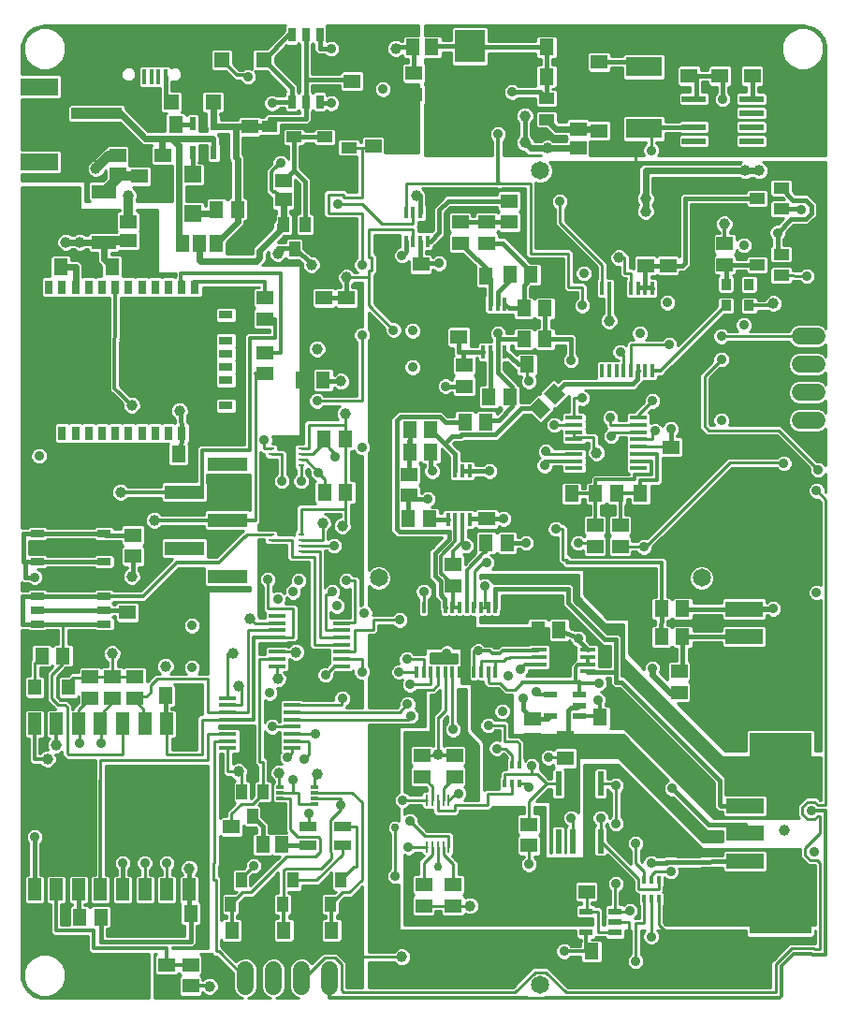
<source format=gtl>
G75*
%MOIN*%
%OFA0B0*%
%FSLAX25Y25*%
%IPPOS*%
%LPD*%
%AMOC8*
5,1,8,0,0,1.08239X$1,22.5*
%
%ADD10R,0.05118X0.03150*%
%ADD11R,0.03150X0.05118*%
%ADD12R,0.05118X0.05906*%
%ADD13R,0.06299X0.01378*%
%ADD14R,0.05906X0.05118*%
%ADD15R,0.04724X0.07874*%
%ADD16R,0.04724X0.05512*%
%ADD17R,0.05000X0.02500*%
%ADD18R,0.14200X0.05000*%
%ADD19R,0.01772X0.04724*%
%ADD20R,0.02362X0.08661*%
%ADD21R,0.04724X0.02362*%
%ADD22R,0.01772X0.04331*%
%ADD23R,0.08661X0.02362*%
%ADD24R,0.00984X0.03937*%
%ADD25R,0.01378X0.03150*%
%ADD26R,0.02362X0.00984*%
%ADD27R,0.01575X0.04724*%
%ADD28R,0.05512X0.03937*%
%ADD29R,0.07480X0.07480*%
%ADD30R,0.01575X0.05315*%
%ADD31R,0.02165X0.04724*%
%ADD32R,0.05906X0.05906*%
%ADD33R,0.05512X0.05512*%
%ADD34R,0.02500X0.05000*%
%ADD35R,0.03937X0.05512*%
%ADD36R,0.12598X0.07087*%
%ADD37R,0.10630X0.11614*%
%ADD38R,0.13386X0.05512*%
%ADD39R,0.22047X0.09055*%
%ADD40C,0.06496*%
%ADD41R,0.03150X0.01181*%
%ADD42R,0.05906X0.03543*%
%ADD43R,0.08799X0.04799*%
%ADD44R,0.08661X0.14173*%
%ADD45R,0.01200X0.03900*%
%ADD46C,0.06000*%
%ADD47R,0.04600X0.06300*%
%ADD48R,0.18110X0.03937*%
%ADD49R,0.13386X0.06299*%
%ADD50R,0.03543X0.03937*%
%ADD51R,0.05709X0.01772*%
%ADD52C,0.01000*%
%ADD53C,0.03962*%
%ADD54C,0.01600*%
%ADD55C,0.01200*%
%ADD56C,0.02400*%
%ADD57C,0.03569*%
%ADD58C,0.03200*%
%ADD59C,0.02978*%
D10*
X0102969Y0214858D03*
X0102969Y0218795D03*
X0102969Y0223913D03*
X0102969Y0228638D03*
X0102969Y0233362D03*
X0102969Y0238087D03*
X0102969Y0243205D03*
X0102969Y0247142D03*
D11*
X0091945Y0256984D03*
X0087220Y0256984D03*
X0082496Y0256984D03*
X0077772Y0256984D03*
X0073047Y0256984D03*
X0068323Y0256984D03*
X0063598Y0256984D03*
X0058874Y0256984D03*
X0054150Y0256984D03*
X0049425Y0256984D03*
X0044701Y0256984D03*
X0039976Y0256984D03*
X0039976Y0205016D03*
X0044701Y0205016D03*
X0049425Y0205016D03*
X0054150Y0205016D03*
X0058874Y0205016D03*
X0063598Y0205016D03*
X0068323Y0205016D03*
X0073047Y0205016D03*
X0077772Y0205016D03*
X0082496Y0205016D03*
X0087220Y0205016D03*
X0091945Y0205016D03*
D12*
X0086171Y0197500D03*
X0078691Y0197500D03*
X0130191Y0224000D03*
X0137671Y0224000D03*
X0137941Y0203000D03*
X0145421Y0203000D03*
X0145671Y0184000D03*
X0138191Y0184000D03*
X0167991Y0174500D03*
X0175471Y0174500D03*
X0195691Y0166000D03*
X0203171Y0166000D03*
X0218691Y0183500D03*
X0226171Y0183500D03*
X0234691Y0183500D03*
X0242171Y0183500D03*
X0250691Y0183500D03*
X0258171Y0183500D03*
X0258191Y0142500D03*
X0265671Y0142500D03*
X0265671Y0132500D03*
X0258191Y0132500D03*
X0243771Y0103800D03*
X0236291Y0103800D03*
X0221671Y0135000D03*
X0214191Y0135000D03*
X0175971Y0198300D03*
X0175871Y0206400D03*
X0168391Y0206400D03*
X0168491Y0198300D03*
X0188191Y0209000D03*
X0195671Y0209000D03*
X0196691Y0218000D03*
X0204171Y0218000D03*
X0210191Y0229500D03*
X0217671Y0229500D03*
X0216671Y0238500D03*
X0209191Y0238500D03*
X0209191Y0249500D03*
X0216671Y0249500D03*
X0211671Y0261500D03*
X0204191Y0261500D03*
X0195671Y0261000D03*
X0188191Y0261000D03*
G36*
X0223973Y0218867D02*
X0220354Y0215248D01*
X0216179Y0219423D01*
X0219798Y0223042D01*
X0223973Y0218867D01*
G37*
G36*
X0218683Y0213577D02*
X0215064Y0209958D01*
X0210889Y0214133D01*
X0214508Y0217752D01*
X0218683Y0213577D01*
G37*
X0176278Y0316500D03*
X0169585Y0316500D03*
X0169585Y0342500D03*
X0176278Y0342500D03*
X0217191Y0342500D03*
X0224671Y0342500D03*
X0224671Y0332000D03*
X0217191Y0332000D03*
X0107171Y0284750D03*
X0099691Y0284750D03*
X0085171Y0315000D03*
X0077691Y0315000D03*
X0069921Y0264250D03*
X0062441Y0264250D03*
X0044171Y0264250D03*
X0036691Y0264250D03*
X0037441Y0125750D03*
X0044921Y0125750D03*
X0081441Y0111500D03*
X0088921Y0111500D03*
X0116085Y0058500D03*
X0122778Y0058500D03*
X0123585Y0028000D03*
X0130278Y0028000D03*
X0140585Y0028000D03*
X0147278Y0028000D03*
X0111778Y0028000D03*
X0105085Y0028000D03*
X0090421Y0034000D03*
X0082941Y0034000D03*
X0058421Y0032750D03*
X0050941Y0032750D03*
X0233191Y0020500D03*
X0240671Y0020500D03*
D13*
X0144169Y0122043D03*
X0144169Y0124602D03*
X0144169Y0127161D03*
X0144169Y0129720D03*
X0144169Y0132280D03*
X0144169Y0134839D03*
X0144169Y0137398D03*
X0144169Y0139957D03*
X0121194Y0139957D03*
X0121194Y0137398D03*
X0121194Y0134839D03*
X0121194Y0132280D03*
X0121194Y0129720D03*
X0121194Y0127161D03*
X0121194Y0124602D03*
X0121194Y0122043D03*
X0126669Y0110707D03*
X0126669Y0108148D03*
X0126669Y0105589D03*
X0126669Y0103030D03*
X0126669Y0100470D03*
X0126669Y0097911D03*
X0126669Y0095352D03*
X0126669Y0092793D03*
X0103694Y0092793D03*
X0103694Y0095352D03*
X0103694Y0097911D03*
X0103694Y0100470D03*
X0103694Y0103030D03*
X0103694Y0105589D03*
X0103694Y0108148D03*
X0103694Y0110707D03*
X0226944Y0192543D03*
X0226944Y0195102D03*
X0226944Y0197661D03*
X0226944Y0200220D03*
X0226944Y0202780D03*
X0226944Y0205339D03*
X0226944Y0207898D03*
X0226944Y0210457D03*
X0249919Y0210457D03*
X0249919Y0207898D03*
X0249919Y0205339D03*
X0249919Y0202780D03*
X0249919Y0200220D03*
X0249919Y0197661D03*
X0249919Y0195102D03*
X0249919Y0192543D03*
D14*
X0261681Y0192510D03*
X0261681Y0199990D03*
X0243431Y0172240D03*
X0243431Y0164760D03*
X0234431Y0164760D03*
X0234431Y0172240D03*
X0195931Y0174460D03*
X0195931Y0181940D03*
X0183931Y0158240D03*
X0183931Y0150760D03*
X0168331Y0182960D03*
X0168331Y0190440D03*
X0187931Y0221760D03*
X0187931Y0229240D03*
X0185931Y0239260D03*
X0185931Y0246740D03*
X0172431Y0257760D03*
X0172431Y0265240D03*
X0186431Y0272760D03*
X0186431Y0280240D03*
X0195931Y0280240D03*
X0195931Y0272760D03*
X0203931Y0280260D03*
X0203931Y0287740D03*
X0228431Y0306654D03*
X0228431Y0313346D03*
X0235931Y0312760D03*
X0235931Y0320240D03*
X0235931Y0329760D03*
X0235931Y0337240D03*
X0267931Y0339740D03*
X0267931Y0332260D03*
X0278931Y0332260D03*
X0278931Y0339740D03*
X0290431Y0339740D03*
X0290431Y0332260D03*
X0280681Y0272490D03*
X0280681Y0265010D03*
X0260431Y0264760D03*
X0260431Y0272240D03*
X0252431Y0272240D03*
X0252431Y0264760D03*
X0169931Y0325760D03*
X0169931Y0333240D03*
X0155431Y0313846D03*
X0155431Y0307154D03*
X0147931Y0323654D03*
X0147931Y0330346D03*
X0123431Y0294846D03*
X0123431Y0288154D03*
X0111431Y0306760D03*
X0111431Y0314240D03*
X0080431Y0303990D03*
X0080431Y0296510D03*
X0075431Y0289346D03*
X0075431Y0282654D03*
X0068181Y0280346D03*
X0068181Y0273654D03*
X0072181Y0296510D03*
X0072181Y0303990D03*
X0064431Y0303846D03*
X0064431Y0297154D03*
X0116931Y0253240D03*
X0116931Y0245760D03*
X0116931Y0233740D03*
X0116931Y0226260D03*
X0137931Y0245760D03*
X0137931Y0253240D03*
X0145931Y0253240D03*
X0145931Y0245760D03*
X0069931Y0168740D03*
X0069931Y0161260D03*
X0067931Y0141240D03*
X0067931Y0133760D03*
X0070681Y0118240D03*
X0070681Y0110760D03*
X0062681Y0110760D03*
X0062681Y0118240D03*
X0054681Y0118240D03*
X0054681Y0110760D03*
X0104931Y0064846D03*
X0104931Y0058154D03*
X0090431Y0015740D03*
X0090431Y0008260D03*
X0081931Y0008260D03*
X0081931Y0015740D03*
X0173431Y0036760D03*
X0173431Y0044240D03*
X0183931Y0044240D03*
X0183931Y0036760D03*
X0210931Y0058260D03*
X0210931Y0065740D03*
X0231431Y0049240D03*
X0231431Y0041760D03*
X0223931Y0089260D03*
X0223931Y0096740D03*
X0212131Y0095960D03*
X0212131Y0103440D03*
X0184431Y0090240D03*
X0184431Y0082760D03*
X0172931Y0082760D03*
X0172931Y0090240D03*
X0264431Y0112760D03*
X0264431Y0120240D03*
D15*
X0089833Y0101528D03*
X0081959Y0101528D03*
X0074085Y0101528D03*
X0066211Y0101528D03*
X0058337Y0101528D03*
X0050463Y0101528D03*
X0042589Y0101528D03*
X0034715Y0101528D03*
X0034715Y0042472D03*
X0042589Y0042472D03*
X0050463Y0042472D03*
X0058337Y0042472D03*
X0066211Y0042472D03*
X0074085Y0042472D03*
X0081959Y0042472D03*
X0089833Y0042472D03*
D16*
X0046837Y0114500D03*
X0035026Y0114500D03*
D17*
X0035772Y0137000D03*
X0035772Y0142000D03*
X0035772Y0147000D03*
X0035772Y0159250D03*
X0035772Y0164250D03*
X0035772Y0169250D03*
X0059591Y0169250D03*
X0059591Y0164250D03*
X0059591Y0159250D03*
X0059591Y0147000D03*
X0059591Y0142000D03*
X0059591Y0137000D03*
D18*
X0088281Y0144000D03*
X0103581Y0154000D03*
X0088281Y0164000D03*
X0103581Y0174000D03*
X0088281Y0184000D03*
X0103581Y0194000D03*
D19*
X0182093Y0191563D03*
X0184652Y0191563D03*
X0187211Y0191563D03*
X0189770Y0191563D03*
X0189770Y0174437D03*
X0187211Y0174437D03*
X0184652Y0174437D03*
X0182093Y0174437D03*
X0194593Y0233937D03*
X0197152Y0233937D03*
X0199711Y0233937D03*
X0202270Y0233937D03*
X0202270Y0251063D03*
X0199711Y0251063D03*
X0197152Y0251063D03*
X0194593Y0251063D03*
D20*
X0221431Y0080236D03*
X0226431Y0080236D03*
X0231431Y0080236D03*
X0236431Y0080236D03*
X0236431Y0059764D03*
X0231431Y0059764D03*
X0226431Y0059764D03*
X0221431Y0059764D03*
D21*
X0231289Y0034740D03*
X0231289Y0027260D03*
X0241573Y0027260D03*
X0241573Y0031000D03*
X0241573Y0034740D03*
X0228873Y0104360D03*
X0228873Y0108100D03*
X0228873Y0111840D03*
X0218589Y0111840D03*
X0218589Y0104360D03*
D22*
X0174770Y0273382D03*
X0172211Y0273382D03*
X0169652Y0273382D03*
X0167093Y0273382D03*
X0167093Y0283618D03*
X0169652Y0283618D03*
X0172211Y0283618D03*
X0174770Y0283618D03*
D23*
X0269695Y0309000D03*
X0269695Y0314000D03*
X0269695Y0319000D03*
X0269695Y0324000D03*
X0290167Y0324000D03*
X0290167Y0319000D03*
X0290167Y0314000D03*
X0290167Y0309000D03*
D24*
X0182368Y0074319D03*
X0180400Y0074319D03*
X0178431Y0074319D03*
X0176463Y0074319D03*
X0174494Y0074319D03*
X0174494Y0057681D03*
X0176463Y0057681D03*
X0178431Y0057681D03*
X0180400Y0057681D03*
X0182368Y0057681D03*
D25*
X0202293Y0080154D03*
X0204852Y0080154D03*
X0207411Y0080154D03*
X0207411Y0086846D03*
X0204852Y0086846D03*
X0202293Y0086846D03*
X0251951Y0045846D03*
X0254510Y0045846D03*
X0257069Y0045846D03*
X0257069Y0039154D03*
X0254510Y0039154D03*
X0251951Y0039154D03*
D26*
X0129746Y0163047D03*
X0129746Y0165016D03*
X0129746Y0166984D03*
X0129746Y0168953D03*
X0119116Y0168953D03*
X0119116Y0166984D03*
X0119116Y0165016D03*
X0119116Y0163047D03*
X0119116Y0193547D03*
X0119116Y0195516D03*
X0119116Y0197484D03*
X0119116Y0199453D03*
X0129746Y0199453D03*
X0129746Y0197484D03*
X0129746Y0195516D03*
X0129746Y0193547D03*
D27*
X0236974Y0227234D03*
X0239533Y0227234D03*
X0242093Y0227234D03*
X0244652Y0227234D03*
X0247211Y0227234D03*
X0249770Y0227234D03*
X0252329Y0227234D03*
X0254888Y0227234D03*
X0254888Y0256766D03*
X0252329Y0256766D03*
X0249770Y0256766D03*
X0247211Y0256766D03*
X0244652Y0256766D03*
X0242093Y0256766D03*
X0239533Y0256766D03*
X0236974Y0256766D03*
D28*
X0292100Y0265000D03*
X0300762Y0261260D03*
X0300762Y0268740D03*
X0300762Y0284860D03*
X0300762Y0292340D03*
X0292100Y0288600D03*
X0225762Y0320500D03*
X0217100Y0316760D03*
X0217100Y0324240D03*
X0146762Y0314240D03*
X0146762Y0306760D03*
X0138100Y0310500D03*
X0127262Y0310500D03*
X0118600Y0306760D03*
X0118600Y0314240D03*
D29*
X0092179Y0342500D03*
X0081156Y0342500D03*
X0071707Y0342500D03*
X0060683Y0342500D03*
D30*
X0071313Y0331870D03*
X0073872Y0331870D03*
X0076431Y0331870D03*
X0078990Y0331870D03*
X0081549Y0331870D03*
D31*
X0091191Y0315119D03*
X0098671Y0315119D03*
X0098671Y0304881D03*
X0094931Y0304881D03*
X0091191Y0304881D03*
D32*
X0091181Y0297140D03*
X0091181Y0283360D03*
D33*
X0098411Y0323000D03*
X0083451Y0323000D03*
X0101451Y0338000D03*
X0116411Y0338000D03*
D34*
X0126431Y0346909D03*
X0131431Y0346909D03*
X0136431Y0346909D03*
X0136431Y0323091D03*
X0131431Y0323091D03*
X0126431Y0323091D03*
D35*
X0123691Y0279331D03*
X0131171Y0279331D03*
X0127431Y0270669D03*
X0116171Y0077331D03*
X0112431Y0068669D03*
X0108691Y0077331D03*
X0108431Y0045831D03*
X0104691Y0037169D03*
X0112171Y0037169D03*
X0123191Y0037169D03*
X0130671Y0037169D03*
X0126931Y0045831D03*
X0140191Y0037169D03*
X0143931Y0045831D03*
X0147671Y0037169D03*
D36*
X0251931Y0313476D03*
X0251931Y0335524D03*
D37*
X0189931Y0342787D03*
X0189931Y0316213D03*
D38*
X0287530Y0142421D03*
X0287530Y0132579D03*
X0288030Y0082185D03*
X0288030Y0072343D03*
X0288030Y0062500D03*
X0288030Y0052657D03*
X0288030Y0042815D03*
D39*
X0300431Y0031201D03*
X0300431Y0093799D03*
X0299931Y0120965D03*
X0299931Y0154035D03*
D40*
X0272431Y0153500D03*
X0157431Y0153500D03*
X0214931Y0008500D03*
X0214931Y0298500D03*
D41*
X0134533Y0078953D03*
X0134533Y0076984D03*
X0134533Y0075016D03*
X0134533Y0073047D03*
X0122329Y0073047D03*
X0122329Y0075016D03*
X0122329Y0076984D03*
X0122329Y0078953D03*
D42*
X0132329Y0064846D03*
X0132329Y0058154D03*
X0144533Y0058154D03*
X0144533Y0064846D03*
D43*
X0059632Y0272902D03*
X0059632Y0282000D03*
X0059632Y0291098D03*
D44*
X0035230Y0282000D03*
D45*
X0170856Y0142987D03*
X0173415Y0142987D03*
X0175974Y0142987D03*
X0178533Y0142987D03*
X0181093Y0142987D03*
X0183652Y0142987D03*
X0186211Y0142987D03*
X0188770Y0142987D03*
X0191329Y0142987D03*
X0193888Y0142987D03*
X0196447Y0142987D03*
X0199006Y0142987D03*
X0199006Y0120013D03*
X0196447Y0120013D03*
X0193888Y0120013D03*
X0191329Y0120013D03*
X0188770Y0120013D03*
X0186211Y0120013D03*
X0183652Y0120013D03*
X0181093Y0120013D03*
X0178533Y0120013D03*
X0175974Y0120013D03*
X0173415Y0120013D03*
X0170856Y0120013D03*
D46*
X0139931Y0014000D02*
X0139931Y0008000D01*
X0129931Y0008000D02*
X0129931Y0014000D01*
X0119931Y0014000D02*
X0119931Y0008000D01*
X0109931Y0008000D02*
X0109931Y0014000D01*
X0307431Y0209500D02*
X0313431Y0209500D01*
X0313431Y0219500D02*
X0307431Y0219500D01*
X0307431Y0229500D02*
X0313431Y0229500D01*
X0313431Y0239500D02*
X0307431Y0239500D01*
D47*
X0099681Y0272750D03*
X0093681Y0272750D03*
X0087681Y0272750D03*
D48*
X0056998Y0311063D03*
X0056998Y0318937D03*
D49*
X0036526Y0328386D03*
X0036526Y0301614D03*
D50*
X0281047Y0257990D03*
X0281047Y0250510D03*
X0289315Y0250510D03*
X0289315Y0257990D03*
D51*
X0231793Y0127839D03*
X0231793Y0125280D03*
X0231793Y0122720D03*
X0231793Y0120161D03*
X0214470Y0120161D03*
X0214470Y0122720D03*
X0214470Y0125280D03*
X0214470Y0127839D03*
D52*
X0031039Y0009988D02*
X0030569Y0009988D01*
X0030832Y0010488D02*
X0031989Y0007695D01*
X0034126Y0005558D01*
X0036920Y0004401D01*
X0039943Y0004401D01*
X0042736Y0005558D01*
X0044873Y0007695D01*
X0046030Y0010488D01*
X0046030Y0013512D01*
X0044873Y0016305D01*
X0042736Y0018442D01*
X0039943Y0019599D01*
X0036920Y0019599D01*
X0034126Y0018442D01*
X0031989Y0016305D01*
X0030832Y0013512D01*
X0030832Y0010488D01*
X0030832Y0010987D02*
X0030311Y0010987D01*
X0030332Y0010717D02*
X0030231Y0012000D01*
X0030231Y0134900D01*
X0032283Y0134900D01*
X0032733Y0134450D01*
X0038810Y0134450D01*
X0039260Y0134900D01*
X0043131Y0134900D01*
X0043131Y0130003D01*
X0041824Y0130003D01*
X0041181Y0129360D01*
X0040538Y0130003D01*
X0034343Y0130003D01*
X0033582Y0129241D01*
X0033582Y0124437D01*
X0033226Y0124080D01*
X0033226Y0118556D01*
X0032125Y0118556D01*
X0031363Y0117794D01*
X0031363Y0111206D01*
X0032125Y0110444D01*
X0037926Y0110444D01*
X0038688Y0111206D01*
X0038688Y0117794D01*
X0037926Y0118556D01*
X0036826Y0118556D01*
X0036826Y0121497D01*
X0040538Y0121497D01*
X0041181Y0122140D01*
X0041353Y0121968D01*
X0040186Y0120800D01*
X0039131Y0119746D01*
X0039131Y0109754D01*
X0041381Y0107504D01*
X0042121Y0106765D01*
X0039688Y0106765D01*
X0038926Y0106003D01*
X0038926Y0097052D01*
X0039688Y0096291D01*
X0040081Y0096291D01*
X0039650Y0095859D01*
X0039150Y0094653D01*
X0039150Y0093347D01*
X0039592Y0092281D01*
X0038778Y0092281D01*
X0037573Y0091782D01*
X0036691Y0090900D01*
X0036615Y0090900D01*
X0036615Y0096291D01*
X0037615Y0096291D01*
X0038377Y0097052D01*
X0038377Y0106003D01*
X0037615Y0106765D01*
X0031814Y0106765D01*
X0031052Y0106003D01*
X0031052Y0097052D01*
X0031814Y0096291D01*
X0032815Y0096291D01*
X0032815Y0088213D01*
X0033928Y0087100D01*
X0036691Y0087100D01*
X0037573Y0086218D01*
X0038778Y0085719D01*
X0040084Y0085719D01*
X0041290Y0086218D01*
X0042213Y0087141D01*
X0042712Y0088347D01*
X0042712Y0089653D01*
X0042271Y0090719D01*
X0043084Y0090719D01*
X0044290Y0091218D01*
X0044631Y0091560D01*
X0044631Y0090254D01*
X0045131Y0089754D01*
X0046186Y0088700D01*
X0056537Y0088700D01*
X0056537Y0082298D01*
X0056437Y0082198D01*
X0056437Y0047709D01*
X0055436Y0047709D01*
X0054674Y0046948D01*
X0054674Y0037997D01*
X0055436Y0037235D01*
X0061237Y0037235D01*
X0061999Y0037997D01*
X0061999Y0046948D01*
X0061237Y0047709D01*
X0060237Y0047709D01*
X0060237Y0082198D01*
X0060137Y0082298D01*
X0060137Y0086700D01*
X0096431Y0086700D01*
X0096431Y0021500D01*
X0083831Y0021500D01*
X0083831Y0021900D01*
X0091291Y0021900D01*
X0092521Y0023130D01*
X0092521Y0029747D01*
X0093519Y0029747D01*
X0094280Y0030509D01*
X0094280Y0037491D01*
X0093519Y0038253D01*
X0093495Y0038253D01*
X0093495Y0046948D01*
X0092733Y0047709D01*
X0092281Y0047709D01*
X0092713Y0048141D01*
X0093212Y0049347D01*
X0093212Y0050653D01*
X0092713Y0051859D01*
X0091790Y0052782D01*
X0090584Y0053281D01*
X0089278Y0053281D01*
X0088073Y0052782D01*
X0087150Y0051859D01*
X0086650Y0050653D01*
X0086650Y0049347D01*
X0087150Y0048141D01*
X0087581Y0047709D01*
X0086932Y0047709D01*
X0086170Y0046948D01*
X0086170Y0037997D01*
X0086619Y0037548D01*
X0086562Y0037491D01*
X0086562Y0030509D01*
X0087324Y0029747D01*
X0088321Y0029747D01*
X0088321Y0026100D01*
X0060531Y0026100D01*
X0060531Y0028497D01*
X0061519Y0028497D01*
X0062280Y0029259D01*
X0062280Y0036241D01*
X0061519Y0037003D01*
X0055324Y0037003D01*
X0054681Y0036360D01*
X0054038Y0037003D01*
X0052563Y0037003D01*
X0052563Y0037235D01*
X0053363Y0037235D01*
X0054125Y0037997D01*
X0054125Y0046948D01*
X0053363Y0047709D01*
X0047562Y0047709D01*
X0046800Y0046948D01*
X0046800Y0037997D01*
X0047562Y0037235D01*
X0048363Y0037235D01*
X0048363Y0037003D01*
X0047843Y0037003D01*
X0047082Y0036241D01*
X0047082Y0029900D01*
X0044331Y0029900D01*
X0044331Y0037235D01*
X0045489Y0037235D01*
X0046251Y0037997D01*
X0046251Y0046948D01*
X0045489Y0047709D01*
X0039688Y0047709D01*
X0038926Y0046948D01*
X0038926Y0037997D01*
X0039688Y0037235D01*
X0040531Y0037235D01*
X0040531Y0027213D01*
X0041644Y0026100D01*
X0054031Y0026100D01*
X0054031Y0020713D01*
X0055144Y0019600D01*
X0075431Y0019600D01*
X0075431Y0003800D01*
X0038431Y0003800D01*
X0037148Y0003901D01*
X0034708Y0004694D01*
X0032633Y0006202D01*
X0031125Y0008277D01*
X0030332Y0010717D01*
X0030232Y0011985D02*
X0030832Y0011985D01*
X0030832Y0012984D02*
X0030231Y0012984D01*
X0030231Y0013982D02*
X0031027Y0013982D01*
X0031440Y0014981D02*
X0030231Y0014981D01*
X0030231Y0015979D02*
X0031854Y0015979D01*
X0032662Y0016978D02*
X0030231Y0016978D01*
X0030231Y0017976D02*
X0033660Y0017976D01*
X0035412Y0018975D02*
X0030231Y0018975D01*
X0030231Y0019973D02*
X0054771Y0019973D01*
X0054031Y0020972D02*
X0030231Y0020972D01*
X0030231Y0021970D02*
X0054031Y0021970D01*
X0054031Y0022969D02*
X0030231Y0022969D01*
X0030231Y0023967D02*
X0054031Y0023967D01*
X0054031Y0024966D02*
X0030231Y0024966D01*
X0030231Y0025964D02*
X0054031Y0025964D01*
X0060531Y0026963D02*
X0088321Y0026963D01*
X0088321Y0027961D02*
X0060531Y0027961D01*
X0061981Y0028960D02*
X0088321Y0028960D01*
X0087113Y0029958D02*
X0062280Y0029958D01*
X0062280Y0030957D02*
X0086562Y0030957D01*
X0086562Y0031955D02*
X0062280Y0031955D01*
X0062280Y0032954D02*
X0086562Y0032954D01*
X0086562Y0033952D02*
X0062280Y0033952D01*
X0062280Y0034951D02*
X0086562Y0034951D01*
X0086562Y0035949D02*
X0062280Y0035949D01*
X0061574Y0036948D02*
X0086562Y0036948D01*
X0086221Y0037946D02*
X0085570Y0037946D01*
X0085621Y0037997D02*
X0085621Y0046948D01*
X0084859Y0047709D01*
X0083759Y0047709D01*
X0083759Y0049438D01*
X0084573Y0050253D01*
X0085043Y0051386D01*
X0085043Y0052613D01*
X0084573Y0053747D01*
X0083706Y0054615D01*
X0082572Y0055084D01*
X0081345Y0055084D01*
X0080212Y0054615D01*
X0079344Y0053747D01*
X0078874Y0052613D01*
X0078874Y0051386D01*
X0079344Y0050253D01*
X0080159Y0049438D01*
X0080159Y0047709D01*
X0079058Y0047709D01*
X0078296Y0046948D01*
X0078296Y0037997D01*
X0079058Y0037235D01*
X0084859Y0037235D01*
X0085621Y0037997D01*
X0085621Y0038945D02*
X0086170Y0038945D01*
X0086170Y0039943D02*
X0085621Y0039943D01*
X0085621Y0040942D02*
X0086170Y0040942D01*
X0086170Y0041940D02*
X0085621Y0041940D01*
X0085621Y0042939D02*
X0086170Y0042939D01*
X0086170Y0043937D02*
X0085621Y0043937D01*
X0085621Y0044936D02*
X0086170Y0044936D01*
X0086170Y0045934D02*
X0085621Y0045934D01*
X0085621Y0046933D02*
X0086170Y0046933D01*
X0087359Y0047932D02*
X0083759Y0047932D01*
X0083759Y0048930D02*
X0086823Y0048930D01*
X0086650Y0049929D02*
X0084249Y0049929D01*
X0084853Y0050927D02*
X0086764Y0050927D01*
X0087216Y0051926D02*
X0085043Y0051926D01*
X0084914Y0052924D02*
X0088417Y0052924D01*
X0091446Y0052924D02*
X0096431Y0052924D01*
X0096431Y0051926D02*
X0092646Y0051926D01*
X0093099Y0050927D02*
X0096431Y0050927D01*
X0096431Y0049929D02*
X0093212Y0049929D01*
X0093039Y0048930D02*
X0096431Y0048930D01*
X0096431Y0047932D02*
X0092503Y0047932D01*
X0093495Y0046933D02*
X0096431Y0046933D01*
X0096431Y0045934D02*
X0093495Y0045934D01*
X0093495Y0044936D02*
X0096431Y0044936D01*
X0096431Y0043937D02*
X0093495Y0043937D01*
X0093495Y0042939D02*
X0096431Y0042939D01*
X0096431Y0041940D02*
X0093495Y0041940D01*
X0093495Y0040942D02*
X0096431Y0040942D01*
X0096431Y0039943D02*
X0093495Y0039943D01*
X0093495Y0038945D02*
X0096431Y0038945D01*
X0096431Y0037946D02*
X0093825Y0037946D01*
X0094280Y0036948D02*
X0096431Y0036948D01*
X0096431Y0035949D02*
X0094280Y0035949D01*
X0094280Y0034951D02*
X0096431Y0034951D01*
X0096431Y0033952D02*
X0094280Y0033952D01*
X0094280Y0032954D02*
X0096431Y0032954D01*
X0096431Y0031955D02*
X0094280Y0031955D01*
X0094280Y0030957D02*
X0096431Y0030957D01*
X0096431Y0029958D02*
X0093730Y0029958D01*
X0092521Y0028960D02*
X0096431Y0028960D01*
X0096431Y0027961D02*
X0092521Y0027961D01*
X0092521Y0026963D02*
X0096431Y0026963D01*
X0096431Y0025964D02*
X0092521Y0025964D01*
X0092521Y0024966D02*
X0096431Y0024966D01*
X0096431Y0023967D02*
X0092521Y0023967D01*
X0092360Y0022969D02*
X0096431Y0022969D01*
X0096431Y0021970D02*
X0091361Y0021970D01*
X0094022Y0019500D02*
X0097886Y0019500D01*
X0098686Y0018700D01*
X0099686Y0018700D01*
X0105631Y0012754D01*
X0105631Y0007145D01*
X0106286Y0005564D01*
X0107495Y0004355D01*
X0108834Y0003800D01*
X0077431Y0003800D01*
X0077431Y0019500D01*
X0078341Y0019500D01*
X0077678Y0018838D01*
X0077678Y0012643D01*
X0078440Y0011881D01*
X0085422Y0011881D01*
X0086181Y0012640D01*
X0086821Y0012000D01*
X0086178Y0011357D01*
X0086178Y0005162D01*
X0086940Y0004401D01*
X0093922Y0004401D01*
X0094684Y0005162D01*
X0094684Y0005857D01*
X0095323Y0005218D01*
X0096528Y0004719D01*
X0097834Y0004719D01*
X0099040Y0005218D01*
X0099963Y0006141D01*
X0100462Y0007347D01*
X0100462Y0008653D01*
X0099963Y0009859D01*
X0099040Y0010782D01*
X0097834Y0011281D01*
X0096528Y0011281D01*
X0095323Y0010782D01*
X0094701Y0010160D01*
X0094684Y0010160D01*
X0094684Y0011357D01*
X0094041Y0012000D01*
X0094684Y0012643D01*
X0094684Y0018838D01*
X0094022Y0019500D01*
X0094547Y0018975D02*
X0098411Y0018975D01*
X0099431Y0020500D02*
X0100431Y0020500D01*
X0109931Y0011000D01*
X0105631Y0010987D02*
X0098545Y0010987D01*
X0099833Y0009988D02*
X0105631Y0009988D01*
X0105631Y0008990D02*
X0100323Y0008990D01*
X0100462Y0007991D02*
X0105631Y0007991D01*
X0105694Y0006993D02*
X0100315Y0006993D01*
X0099815Y0005994D02*
X0106108Y0005994D01*
X0106854Y0004996D02*
X0098502Y0004996D01*
X0095861Y0004996D02*
X0094517Y0004996D01*
X0094684Y0010987D02*
X0095817Y0010987D01*
X0094056Y0011985D02*
X0105631Y0011985D01*
X0105402Y0012984D02*
X0094684Y0012984D01*
X0094684Y0013982D02*
X0104403Y0013982D01*
X0103405Y0014981D02*
X0094684Y0014981D01*
X0094684Y0015979D02*
X0102406Y0015979D01*
X0101408Y0016978D02*
X0094684Y0016978D01*
X0094684Y0017976D02*
X0100409Y0017976D01*
X0099431Y0020500D02*
X0099431Y0046000D01*
X0098431Y0046000D01*
X0098431Y0052000D01*
X0098931Y0052000D01*
X0098931Y0095352D01*
X0103694Y0095352D01*
X0103694Y0092793D02*
X0103694Y0084500D01*
X0107431Y0084500D01*
X0108691Y0084500D01*
X0108691Y0077331D01*
X0111959Y0076888D02*
X0112903Y0076888D01*
X0112903Y0076017D02*
X0111959Y0075074D01*
X0111959Y0080625D01*
X0111198Y0081387D01*
X0110491Y0081387D01*
X0110491Y0083313D01*
X0110712Y0083847D01*
X0110712Y0085153D01*
X0110213Y0086359D01*
X0109290Y0087282D01*
X0108084Y0087781D01*
X0106778Y0087781D01*
X0105573Y0087282D01*
X0105494Y0087203D01*
X0105494Y0090804D01*
X0107382Y0090804D01*
X0108143Y0091566D01*
X0108143Y0094021D01*
X0108091Y0094073D01*
X0108143Y0094125D01*
X0108143Y0096580D01*
X0108091Y0096632D01*
X0108143Y0096684D01*
X0108143Y0099139D01*
X0107382Y0099900D01*
X0100431Y0099900D01*
X0100431Y0101041D01*
X0107382Y0101041D01*
X0107441Y0101100D01*
X0113131Y0101100D01*
X0113131Y0088746D01*
X0113131Y0087254D01*
X0114186Y0086200D01*
X0114371Y0086200D01*
X0114371Y0081387D01*
X0113664Y0081387D01*
X0112903Y0080625D01*
X0112903Y0076017D01*
X0112775Y0075890D02*
X0111959Y0075890D01*
X0111959Y0077887D02*
X0112903Y0077887D01*
X0112903Y0078885D02*
X0111959Y0078885D01*
X0111959Y0079884D02*
X0112903Y0079884D01*
X0113160Y0080882D02*
X0111702Y0080882D01*
X0110491Y0081881D02*
X0114371Y0081881D01*
X0114371Y0082879D02*
X0110491Y0082879D01*
X0110712Y0083878D02*
X0114371Y0083878D01*
X0114371Y0084876D02*
X0110712Y0084876D01*
X0110413Y0085875D02*
X0114371Y0085875D01*
X0113512Y0086873D02*
X0109698Y0086873D01*
X0113131Y0087872D02*
X0105494Y0087872D01*
X0105494Y0088870D02*
X0113131Y0088870D01*
X0113131Y0089869D02*
X0105494Y0089869D01*
X0107445Y0090868D02*
X0113131Y0090868D01*
X0113131Y0091866D02*
X0108143Y0091866D01*
X0108143Y0092865D02*
X0113131Y0092865D01*
X0113131Y0093863D02*
X0108143Y0093863D01*
X0108143Y0094862D02*
X0113131Y0094862D01*
X0113131Y0095860D02*
X0108143Y0095860D01*
X0108143Y0096859D02*
X0113131Y0096859D01*
X0113131Y0097857D02*
X0108143Y0097857D01*
X0108143Y0098856D02*
X0113131Y0098856D01*
X0113131Y0099854D02*
X0107428Y0099854D01*
X0103694Y0097911D02*
X0096431Y0097911D01*
X0096431Y0088500D01*
X0058337Y0088500D01*
X0058337Y0081411D01*
X0060237Y0081881D02*
X0096431Y0081881D01*
X0096431Y0082879D02*
X0060137Y0082879D01*
X0060137Y0083878D02*
X0096431Y0083878D01*
X0096431Y0084876D02*
X0060137Y0084876D01*
X0060137Y0085875D02*
X0096431Y0085875D01*
X0100731Y0085875D02*
X0101894Y0085875D01*
X0101894Y0086873D02*
X0100731Y0086873D01*
X0100731Y0087872D02*
X0101894Y0087872D01*
X0101894Y0088870D02*
X0100731Y0088870D01*
X0100731Y0089869D02*
X0101894Y0089869D01*
X0101894Y0090804D02*
X0101894Y0083754D01*
X0102948Y0082700D01*
X0104625Y0082700D01*
X0104650Y0082641D01*
X0105573Y0081718D01*
X0106374Y0081387D01*
X0106184Y0081387D01*
X0105422Y0080625D01*
X0105422Y0074036D01*
X0106172Y0073287D01*
X0104186Y0071300D01*
X0104186Y0071300D01*
X0103131Y0070246D01*
X0103131Y0068705D01*
X0101440Y0068705D01*
X0100731Y0067997D01*
X0100731Y0090804D01*
X0101894Y0090804D01*
X0101894Y0084876D02*
X0100731Y0084876D01*
X0100731Y0083878D02*
X0101894Y0083878D01*
X0102769Y0082879D02*
X0100731Y0082879D01*
X0100731Y0081881D02*
X0105410Y0081881D01*
X0105680Y0080882D02*
X0100731Y0080882D01*
X0100731Y0079884D02*
X0105422Y0079884D01*
X0105422Y0078885D02*
X0100731Y0078885D01*
X0100731Y0077887D02*
X0105422Y0077887D01*
X0105422Y0076888D02*
X0100731Y0076888D01*
X0100731Y0075890D02*
X0105422Y0075890D01*
X0105422Y0074891D02*
X0100731Y0074891D01*
X0100731Y0073893D02*
X0105566Y0073893D01*
X0105780Y0072894D02*
X0100731Y0072894D01*
X0100731Y0071896D02*
X0104781Y0071896D01*
X0103783Y0070897D02*
X0100731Y0070897D01*
X0100731Y0069899D02*
X0103131Y0069899D01*
X0103131Y0068900D02*
X0100731Y0068900D01*
X0104931Y0069500D02*
X0104931Y0064846D01*
X0104931Y0069500D02*
X0108431Y0073000D01*
X0112431Y0073000D01*
X0116171Y0076740D01*
X0116171Y0077331D01*
X0116171Y0088000D01*
X0114931Y0088000D01*
X0114931Y0124602D01*
X0121194Y0124602D01*
X0121194Y0122043D02*
X0121194Y0117737D01*
X0121431Y0117500D01*
X0123747Y0119824D02*
X0135434Y0119824D01*
X0135347Y0119613D02*
X0135347Y0118386D01*
X0135816Y0117253D01*
X0136684Y0116385D01*
X0137818Y0115916D01*
X0139045Y0115916D01*
X0140178Y0116385D01*
X0141046Y0117253D01*
X0141515Y0118386D01*
X0141515Y0119539D01*
X0142031Y0120054D01*
X0147857Y0120054D01*
X0148347Y0120545D01*
X0148347Y0119386D01*
X0148816Y0118253D01*
X0149684Y0117385D01*
X0150818Y0116916D01*
X0151431Y0116916D01*
X0151431Y0107389D01*
X0145865Y0107389D01*
X0145879Y0107402D01*
X0145879Y0107761D01*
X0146178Y0107885D01*
X0147046Y0108753D01*
X0147515Y0109886D01*
X0147515Y0111113D01*
X0147046Y0112247D01*
X0146178Y0113115D01*
X0145045Y0113584D01*
X0143818Y0113584D01*
X0142684Y0113115D01*
X0141816Y0112247D01*
X0141347Y0111113D01*
X0141347Y0109948D01*
X0130546Y0109948D01*
X0130357Y0110137D01*
X0122980Y0110137D01*
X0122219Y0109375D01*
X0122219Y0106920D01*
X0122271Y0106868D01*
X0122219Y0106816D01*
X0122219Y0104361D01*
X0122271Y0104309D01*
X0122219Y0104257D01*
X0122219Y0102270D01*
X0122022Y0102270D01*
X0121178Y0103115D01*
X0120045Y0103584D01*
X0118818Y0103584D01*
X0117684Y0103115D01*
X0116816Y0102247D01*
X0116731Y0102041D01*
X0116731Y0109866D01*
X0117818Y0109416D01*
X0119045Y0109416D01*
X0120178Y0109885D01*
X0121046Y0110753D01*
X0121515Y0111886D01*
X0121515Y0113113D01*
X0121057Y0114219D01*
X0122084Y0114219D01*
X0123290Y0114718D01*
X0124213Y0115641D01*
X0124712Y0116847D01*
X0124712Y0118153D01*
X0124213Y0119359D01*
X0123517Y0120054D01*
X0124882Y0120054D01*
X0125643Y0120816D01*
X0125643Y0123271D01*
X0125591Y0123323D01*
X0125643Y0123375D01*
X0125643Y0124648D01*
X0126073Y0124218D01*
X0127278Y0123719D01*
X0128584Y0123719D01*
X0129790Y0124218D01*
X0130713Y0125141D01*
X0131212Y0126347D01*
X0131212Y0127653D01*
X0130713Y0128859D01*
X0129790Y0129782D01*
X0128584Y0130281D01*
X0127278Y0130281D01*
X0126073Y0129782D01*
X0125252Y0128961D01*
X0125071Y0128961D01*
X0124882Y0129150D01*
X0117506Y0129150D01*
X0116744Y0128389D01*
X0116744Y0126402D01*
X0114831Y0126402D01*
X0114831Y0130380D01*
X0117417Y0130380D01*
X0117506Y0130291D01*
X0124882Y0130291D01*
X0125071Y0130480D01*
X0127677Y0130480D01*
X0128731Y0131534D01*
X0128731Y0143246D01*
X0127677Y0144300D01*
X0124065Y0144300D01*
X0124515Y0145386D01*
X0124515Y0146554D01*
X0125184Y0145885D01*
X0126318Y0145416D01*
X0127545Y0145416D01*
X0128678Y0145885D01*
X0129546Y0146753D01*
X0130015Y0147886D01*
X0130015Y0149113D01*
X0129840Y0149538D01*
X0130678Y0149885D01*
X0131546Y0150753D01*
X0132015Y0151886D01*
X0132015Y0153113D01*
X0131546Y0154247D01*
X0130678Y0155115D01*
X0129545Y0155584D01*
X0128318Y0155584D01*
X0127184Y0155115D01*
X0126316Y0154247D01*
X0125847Y0153113D01*
X0125847Y0151886D01*
X0126023Y0151462D01*
X0125184Y0151115D01*
X0124316Y0150247D01*
X0123847Y0149113D01*
X0123847Y0147946D01*
X0123178Y0148615D01*
X0122045Y0149084D01*
X0120818Y0149084D01*
X0119731Y0148634D01*
X0119731Y0150438D01*
X0120546Y0151253D01*
X0121015Y0152386D01*
X0121015Y0153613D01*
X0120546Y0154747D01*
X0119678Y0155615D01*
X0118545Y0156084D01*
X0117318Y0156084D01*
X0116184Y0155615D01*
X0115316Y0154747D01*
X0114847Y0153613D01*
X0114847Y0152386D01*
X0115316Y0151253D01*
X0116131Y0150438D01*
X0116131Y0141754D01*
X0116744Y0141141D01*
X0116744Y0139198D01*
X0114712Y0139198D01*
X0114712Y0139653D01*
X0114431Y0140331D01*
X0114431Y0167153D01*
X0116635Y0167153D01*
X0116635Y0165954D01*
X0117397Y0165192D01*
X0118363Y0165192D01*
X0118371Y0165184D01*
X0124631Y0165184D01*
X0124631Y0160254D01*
X0125686Y0159200D01*
X0132631Y0159200D01*
X0132631Y0128975D01*
X0133686Y0127920D01*
X0139719Y0127920D01*
X0139719Y0125934D01*
X0139771Y0125882D01*
X0139719Y0125830D01*
X0139719Y0123375D01*
X0139771Y0123323D01*
X0139719Y0123271D01*
X0139719Y0122833D01*
X0139674Y0122789D01*
X0138970Y0122084D01*
X0137818Y0122084D01*
X0136684Y0121615D01*
X0135816Y0120747D01*
X0135347Y0119613D01*
X0135347Y0118826D02*
X0124433Y0118826D01*
X0124712Y0117827D02*
X0135578Y0117827D01*
X0136241Y0116829D02*
X0124705Y0116829D01*
X0124291Y0115830D02*
X0151431Y0115830D01*
X0151431Y0114832D02*
X0123403Y0114832D01*
X0121217Y0113833D02*
X0151431Y0113833D01*
X0151431Y0112835D02*
X0146458Y0112835D01*
X0147216Y0111836D02*
X0151431Y0111836D01*
X0151431Y0110838D02*
X0147515Y0110838D01*
X0147496Y0109839D02*
X0151431Y0109839D01*
X0151431Y0108841D02*
X0147082Y0108841D01*
X0146074Y0107842D02*
X0151431Y0107842D01*
X0153931Y0107842D02*
X0164478Y0107842D01*
X0164597Y0107961D02*
X0164024Y0107389D01*
X0153931Y0107389D01*
X0153931Y0118138D01*
X0154046Y0118253D01*
X0154515Y0119386D01*
X0154515Y0120613D01*
X0154046Y0121747D01*
X0153931Y0121862D01*
X0153931Y0133200D01*
X0156302Y0133200D01*
X0157356Y0134254D01*
X0157356Y0136700D01*
X0162369Y0136700D01*
X0163184Y0135885D01*
X0164318Y0135416D01*
X0165545Y0135416D01*
X0166678Y0135885D01*
X0167546Y0136753D01*
X0168015Y0137886D01*
X0168015Y0139113D01*
X0167546Y0140247D01*
X0166678Y0141115D01*
X0165545Y0141584D01*
X0164318Y0141584D01*
X0163184Y0141115D01*
X0162369Y0140300D01*
X0155355Y0140300D01*
X0155390Y0140386D01*
X0155390Y0141613D01*
X0154921Y0142747D01*
X0154053Y0143615D01*
X0153931Y0143665D01*
X0153931Y0150568D01*
X0154855Y0149644D01*
X0156526Y0148952D01*
X0158336Y0148952D01*
X0160007Y0149644D01*
X0161287Y0150924D01*
X0161979Y0152595D01*
X0161979Y0154405D01*
X0161287Y0156076D01*
X0160007Y0157356D01*
X0158336Y0158048D01*
X0156526Y0158048D01*
X0154855Y0157356D01*
X0153931Y0156432D01*
X0153931Y0198138D01*
X0154046Y0198253D01*
X0154515Y0199386D01*
X0154515Y0200613D01*
X0154046Y0201747D01*
X0153931Y0201862D01*
X0153931Y0238138D01*
X0154046Y0238253D01*
X0154515Y0239386D01*
X0154515Y0240613D01*
X0154046Y0241747D01*
X0153931Y0241862D01*
X0153931Y0247954D01*
X0159597Y0242289D01*
X0159597Y0241136D01*
X0160066Y0240003D01*
X0160934Y0239135D01*
X0162068Y0238666D01*
X0163295Y0238666D01*
X0164428Y0239135D01*
X0165296Y0240003D01*
X0165765Y0241136D01*
X0165765Y0242363D01*
X0165296Y0243497D01*
X0164428Y0244365D01*
X0163295Y0244834D01*
X0162142Y0244834D01*
X0155731Y0251246D01*
X0155731Y0261254D01*
X0156731Y0262254D01*
X0156731Y0268246D01*
X0155731Y0269246D01*
X0155731Y0275700D01*
X0164907Y0275700D01*
X0164907Y0271268D01*
X0163934Y0270865D01*
X0163066Y0269997D01*
X0162597Y0268863D01*
X0162597Y0267636D01*
X0163066Y0266503D01*
X0163934Y0265635D01*
X0165068Y0265166D01*
X0166295Y0265166D01*
X0167428Y0265635D01*
X0168178Y0266385D01*
X0168178Y0262143D01*
X0168940Y0261381D01*
X0175922Y0261381D01*
X0176684Y0262143D01*
X0176684Y0263385D01*
X0177184Y0262885D01*
X0178318Y0262416D01*
X0179545Y0262416D01*
X0180678Y0262885D01*
X0181546Y0263753D01*
X0182015Y0264886D01*
X0182015Y0266113D01*
X0181546Y0267247D01*
X0180678Y0268115D01*
X0179545Y0268584D01*
X0178318Y0268584D01*
X0177184Y0268115D01*
X0176684Y0267615D01*
X0176684Y0268338D01*
X0175922Y0269099D01*
X0174311Y0269099D01*
X0174311Y0269917D01*
X0176194Y0269917D01*
X0176955Y0270678D01*
X0176955Y0271555D01*
X0179801Y0274400D01*
X0181031Y0275630D01*
X0181031Y0283630D01*
X0183041Y0285640D01*
X0199678Y0285640D01*
X0199678Y0284643D01*
X0200321Y0284000D01*
X0199921Y0283600D01*
X0199422Y0284099D01*
X0192440Y0284099D01*
X0191678Y0283338D01*
X0191678Y0282340D01*
X0190684Y0282340D01*
X0190684Y0283338D01*
X0189922Y0284099D01*
X0182940Y0284099D01*
X0182178Y0283338D01*
X0182178Y0277143D01*
X0182821Y0276500D01*
X0182178Y0275857D01*
X0182178Y0269662D01*
X0182940Y0268901D01*
X0187320Y0268901D01*
X0191321Y0264900D01*
X0191561Y0264900D01*
X0191891Y0264570D01*
X0191812Y0264491D01*
X0191812Y0257509D01*
X0192574Y0256747D01*
X0195052Y0256747D01*
X0195052Y0254049D01*
X0194966Y0253964D01*
X0194966Y0248162D01*
X0195727Y0247401D01*
X0202962Y0247401D01*
X0202963Y0247400D01*
X0205332Y0247400D01*
X0205332Y0246009D01*
X0206093Y0245247D01*
X0212288Y0245247D01*
X0212931Y0245890D01*
X0213574Y0245247D01*
X0214571Y0245247D01*
X0214571Y0242753D01*
X0213574Y0242753D01*
X0212931Y0242110D01*
X0212288Y0242753D01*
X0206093Y0242753D01*
X0205332Y0241991D01*
X0205332Y0240600D01*
X0203015Y0240600D01*
X0203015Y0241113D01*
X0202546Y0242247D01*
X0201678Y0243115D01*
X0200545Y0243584D01*
X0199318Y0243584D01*
X0198184Y0243115D01*
X0197316Y0242247D01*
X0196847Y0241113D01*
X0196847Y0239886D01*
X0197316Y0238753D01*
X0197611Y0238459D01*
X0197611Y0237599D01*
X0193168Y0237599D01*
X0192407Y0236838D01*
X0192407Y0236037D01*
X0190059Y0236037D01*
X0190184Y0236162D01*
X0190184Y0242357D01*
X0189422Y0243119D01*
X0182440Y0243119D01*
X0181678Y0242357D01*
X0181678Y0236162D01*
X0182440Y0235401D01*
X0183831Y0235401D01*
X0183831Y0233067D01*
X0184119Y0232779D01*
X0183678Y0232338D01*
X0183678Y0226143D01*
X0184321Y0225500D01*
X0183678Y0224857D01*
X0183678Y0223850D01*
X0183443Y0223850D01*
X0182928Y0224365D01*
X0181795Y0224834D01*
X0180568Y0224834D01*
X0179434Y0224365D01*
X0178566Y0223497D01*
X0178097Y0222363D01*
X0178097Y0221136D01*
X0178566Y0220003D01*
X0179434Y0219135D01*
X0180568Y0218666D01*
X0181795Y0218666D01*
X0182928Y0219135D01*
X0183443Y0219650D01*
X0183678Y0219650D01*
X0183678Y0218662D01*
X0184440Y0217901D01*
X0191422Y0217901D01*
X0192184Y0218662D01*
X0192184Y0224857D01*
X0191541Y0225500D01*
X0192184Y0226143D01*
X0192184Y0231837D01*
X0192407Y0231837D01*
X0192407Y0231036D01*
X0193168Y0230275D01*
X0195052Y0230275D01*
X0195052Y0222253D01*
X0193593Y0222253D01*
X0192832Y0221491D01*
X0192832Y0214509D01*
X0193593Y0213747D01*
X0199788Y0213747D01*
X0200431Y0214390D01*
X0201074Y0213747D01*
X0201209Y0213747D01*
X0199530Y0212069D01*
X0199530Y0212491D01*
X0198769Y0213253D01*
X0192574Y0213253D01*
X0191931Y0212610D01*
X0191288Y0213253D01*
X0185093Y0213253D01*
X0184332Y0212491D01*
X0184332Y0211100D01*
X0181916Y0211100D01*
X0179963Y0213053D01*
X0164299Y0213053D01*
X0162908Y0211662D01*
X0161678Y0210432D01*
X0161678Y0170068D01*
X0162669Y0169077D01*
X0163899Y0167847D01*
X0179563Y0167847D01*
X0179616Y0167900D01*
X0180018Y0167900D01*
X0176508Y0164390D01*
X0175278Y0163160D01*
X0175278Y0153320D01*
X0177278Y0151320D01*
X0177278Y0146668D01*
X0178508Y0145438D01*
X0178831Y0145115D01*
X0178831Y0142279D01*
X0179193Y0141918D01*
X0179193Y0140499D01*
X0179954Y0139737D01*
X0182231Y0139737D01*
X0182372Y0139878D01*
X0182513Y0139737D01*
X0184790Y0139737D01*
X0184931Y0139878D01*
X0185072Y0139737D01*
X0187349Y0139737D01*
X0187490Y0139878D01*
X0187631Y0139737D01*
X0189908Y0139737D01*
X0190049Y0139878D01*
X0190190Y0139737D01*
X0191431Y0139737D01*
X0191431Y0135500D01*
X0217812Y0135500D01*
X0217812Y0131509D01*
X0218574Y0130747D01*
X0224769Y0130747D01*
X0225139Y0131117D01*
X0225533Y0130938D01*
X0225816Y0130253D01*
X0226684Y0129385D01*
X0227431Y0129076D01*
X0227431Y0124207D01*
X0226751Y0123527D01*
X0225638Y0122414D01*
X0225638Y0118500D01*
X0209793Y0118500D01*
X0210546Y0119253D01*
X0211015Y0120386D01*
X0211015Y0120596D01*
X0211077Y0120535D01*
X0217862Y0120535D01*
X0218624Y0121296D01*
X0218624Y0129263D01*
X0217862Y0130024D01*
X0211077Y0130024D01*
X0210518Y0129465D01*
X0200713Y0129465D01*
X0199713Y0128466D01*
X0198649Y0128466D01*
X0197769Y0129346D01*
X0195309Y0129346D01*
X0194594Y0130061D01*
X0193460Y0130530D01*
X0192233Y0130530D01*
X0191100Y0130061D01*
X0190232Y0129193D01*
X0190021Y0128684D01*
X0189529Y0128192D01*
X0189529Y0122601D01*
X0189429Y0122501D01*
X0189429Y0117524D01*
X0190190Y0116763D01*
X0192467Y0116763D01*
X0192608Y0116904D01*
X0192749Y0116763D01*
X0194647Y0116763D01*
X0194647Y0115695D01*
X0196142Y0114200D01*
X0199936Y0114200D01*
X0202186Y0111950D01*
X0204931Y0111950D01*
X0204931Y0097500D01*
X0244431Y0097500D01*
X0260631Y0081300D01*
X0260184Y0081115D01*
X0259316Y0080247D01*
X0258847Y0079113D01*
X0258847Y0077886D01*
X0259316Y0076753D01*
X0260184Y0075885D01*
X0261318Y0075416D01*
X0262045Y0075416D01*
X0272831Y0064630D01*
X0274061Y0063400D01*
X0280037Y0063400D01*
X0280037Y0059500D01*
X0272931Y0059500D01*
X0242931Y0089500D01*
X0228431Y0089500D01*
X0228431Y0069862D01*
X0227678Y0070615D01*
X0226545Y0071084D01*
X0225318Y0071084D01*
X0224184Y0070615D01*
X0223316Y0069747D01*
X0222847Y0068613D01*
X0222847Y0067386D01*
X0223316Y0066253D01*
X0224184Y0065385D01*
X0224551Y0065233D01*
X0223950Y0064633D01*
X0223950Y0055500D01*
X0223912Y0055500D01*
X0223912Y0064633D01*
X0223151Y0065394D01*
X0219712Y0065394D01*
X0218950Y0064633D01*
X0218950Y0055500D01*
X0218431Y0055500D01*
X0218431Y0074000D01*
X0213504Y0074000D01*
X0217940Y0078436D01*
X0218950Y0078436D01*
X0218950Y0075367D01*
X0219712Y0074606D01*
X0223151Y0074606D01*
X0223912Y0075367D01*
X0223912Y0085105D01*
X0223617Y0085401D01*
X0227422Y0085401D01*
X0228184Y0086162D01*
X0228184Y0092357D01*
X0227422Y0093119D01*
X0220440Y0093119D01*
X0219678Y0092357D01*
X0219678Y0092115D01*
X0218545Y0092584D01*
X0217318Y0092584D01*
X0216184Y0092115D01*
X0215316Y0091247D01*
X0214847Y0090113D01*
X0214847Y0088886D01*
X0215316Y0087753D01*
X0216184Y0086885D01*
X0217318Y0086416D01*
X0218545Y0086416D01*
X0219678Y0086885D01*
X0219678Y0086885D01*
X0219678Y0086162D01*
X0219974Y0085867D01*
X0219712Y0085867D01*
X0218950Y0085105D01*
X0218950Y0082036D01*
X0217940Y0082036D01*
X0214744Y0085232D01*
X0215015Y0085886D01*
X0215015Y0087113D01*
X0214546Y0088247D01*
X0213678Y0089115D01*
X0212545Y0089584D01*
X0211318Y0089584D01*
X0210184Y0089115D01*
X0209400Y0088331D01*
X0209400Y0088960D01*
X0209211Y0089149D01*
X0209211Y0095265D01*
X0207427Y0097050D01*
X0203981Y0097050D01*
X0203981Y0101746D01*
X0202927Y0102800D01*
X0198993Y0102800D01*
X0198178Y0103615D01*
X0197045Y0104084D01*
X0195818Y0104084D01*
X0194684Y0103615D01*
X0193816Y0102747D01*
X0193347Y0101613D01*
X0193347Y0100386D01*
X0193816Y0099253D01*
X0194684Y0098385D01*
X0195818Y0097916D01*
X0197045Y0097916D01*
X0198178Y0098385D01*
X0198993Y0099200D01*
X0200381Y0099200D01*
X0200381Y0095695D01*
X0200045Y0095834D01*
X0198818Y0095834D01*
X0197684Y0095365D01*
X0196816Y0094497D01*
X0196347Y0093363D01*
X0196347Y0092136D01*
X0196816Y0091003D01*
X0197684Y0090135D01*
X0198818Y0089666D01*
X0200045Y0089666D01*
X0201178Y0090135D01*
X0201839Y0090796D01*
X0203052Y0089583D01*
X0203052Y0089149D01*
X0202863Y0088960D01*
X0202863Y0085300D01*
X0201548Y0085300D01*
X0200493Y0084246D01*
X0200493Y0082456D01*
X0200304Y0082267D01*
X0200304Y0078300D01*
X0195436Y0078300D01*
X0194931Y0077796D01*
X0194931Y0095000D01*
X0190431Y0099500D01*
X0190631Y0115800D01*
X0187031Y0115800D01*
X0187031Y0128500D01*
X0184293Y0128500D01*
X0183428Y0129365D01*
X0182295Y0129834D01*
X0181068Y0129834D01*
X0179934Y0129365D01*
X0179069Y0128500D01*
X0173931Y0128500D01*
X0173931Y0126300D01*
X0169993Y0126300D01*
X0169178Y0127115D01*
X0168045Y0127584D01*
X0166818Y0127584D01*
X0165684Y0127115D01*
X0164816Y0126247D01*
X0164347Y0125113D01*
X0164347Y0123886D01*
X0164679Y0123084D01*
X0164068Y0123084D01*
X0162934Y0122615D01*
X0162066Y0121747D01*
X0161597Y0120613D01*
X0161597Y0119386D01*
X0162066Y0118253D01*
X0162934Y0117385D01*
X0164068Y0116916D01*
X0165295Y0116916D01*
X0165910Y0117171D01*
X0165472Y0116113D01*
X0165472Y0114886D01*
X0165941Y0113753D01*
X0166809Y0112885D01*
X0167943Y0112416D01*
X0169170Y0112416D01*
X0170303Y0112885D01*
X0171118Y0113700D01*
X0173931Y0113700D01*
X0173931Y0100500D01*
X0164431Y0100500D01*
X0164431Y0076967D01*
X0164184Y0076865D01*
X0163316Y0075997D01*
X0162847Y0074863D01*
X0162847Y0073636D01*
X0163316Y0072503D01*
X0164184Y0071635D01*
X0164431Y0071533D01*
X0164431Y0067001D01*
X0163736Y0067289D01*
X0162626Y0067289D01*
X0161601Y0066864D01*
X0160817Y0066080D01*
X0160392Y0065055D01*
X0160392Y0063945D01*
X0160817Y0062920D01*
X0161381Y0062356D01*
X0161381Y0049812D01*
X0160566Y0048997D01*
X0160097Y0047863D01*
X0160097Y0046636D01*
X0160566Y0045503D01*
X0161434Y0044635D01*
X0162568Y0044166D01*
X0163795Y0044166D01*
X0164431Y0044429D01*
X0164431Y0028000D01*
X0227627Y0028000D01*
X0227627Y0025540D01*
X0228389Y0024779D01*
X0229389Y0024779D01*
X0229389Y0024049D01*
X0229332Y0023991D01*
X0229332Y0022400D01*
X0225893Y0022400D01*
X0225178Y0023115D01*
X0224045Y0023584D01*
X0222818Y0023584D01*
X0221684Y0023115D01*
X0220816Y0022247D01*
X0220347Y0021113D01*
X0220347Y0019886D01*
X0220816Y0018753D01*
X0221684Y0017885D01*
X0222818Y0017416D01*
X0224045Y0017416D01*
X0225178Y0017885D01*
X0225893Y0018600D01*
X0229332Y0018600D01*
X0229332Y0017009D01*
X0230093Y0016247D01*
X0236288Y0016247D01*
X0237050Y0017009D01*
X0237050Y0023991D01*
X0236288Y0024753D01*
X0233189Y0024753D01*
X0233189Y0024779D01*
X0234190Y0024779D01*
X0234871Y0025460D01*
X0237991Y0025460D01*
X0238672Y0024779D01*
X0244474Y0024779D01*
X0245235Y0025540D01*
X0245235Y0028000D01*
X0247131Y0028000D01*
X0247131Y0019562D01*
X0246316Y0018747D01*
X0245847Y0017613D01*
X0245847Y0016386D01*
X0246316Y0015253D01*
X0247184Y0014385D01*
X0248318Y0013916D01*
X0249545Y0013916D01*
X0250678Y0014385D01*
X0251546Y0015253D01*
X0252015Y0016386D01*
X0252015Y0017613D01*
X0251546Y0018747D01*
X0250731Y0019562D01*
X0250731Y0028000D01*
X0252319Y0028000D01*
X0251816Y0027497D01*
X0251347Y0026363D01*
X0251347Y0025136D01*
X0251816Y0024003D01*
X0252684Y0023135D01*
X0253818Y0022666D01*
X0255045Y0022666D01*
X0256178Y0023135D01*
X0257046Y0024003D01*
X0257515Y0025136D01*
X0257515Y0026363D01*
X0257046Y0027497D01*
X0256543Y0028000D01*
X0288107Y0028000D01*
X0288107Y0026135D01*
X0288869Y0025373D01*
X0311993Y0025373D01*
X0312755Y0026135D01*
X0312755Y0028000D01*
X0312831Y0028000D01*
X0312831Y0023399D01*
X0303709Y0023399D01*
X0298086Y0017776D01*
X0297032Y0016722D01*
X0297032Y0007600D01*
X0224809Y0007600D01*
X0217561Y0014848D01*
X0212302Y0014848D01*
X0205054Y0007600D01*
X0153931Y0007600D01*
X0153931Y0016700D01*
X0162875Y0016700D01*
X0162900Y0016641D01*
X0163823Y0015718D01*
X0165028Y0015219D01*
X0166334Y0015219D01*
X0167540Y0015718D01*
X0168463Y0016641D01*
X0168962Y0017847D01*
X0168962Y0019153D01*
X0168463Y0020359D01*
X0167540Y0021282D01*
X0166334Y0021781D01*
X0165028Y0021781D01*
X0163823Y0021282D01*
X0162900Y0020359D01*
X0162875Y0020300D01*
X0153931Y0020300D01*
X0153931Y0101230D01*
X0168164Y0101230D01*
X0168318Y0101166D01*
X0169545Y0101166D01*
X0170678Y0101635D01*
X0171546Y0102503D01*
X0172015Y0103636D01*
X0172015Y0104863D01*
X0171546Y0105997D01*
X0170678Y0106865D01*
X0170391Y0106984D01*
X0170765Y0107886D01*
X0170765Y0109113D01*
X0170296Y0110247D01*
X0169428Y0111115D01*
X0168295Y0111584D01*
X0167068Y0111584D01*
X0165934Y0111115D01*
X0165066Y0110247D01*
X0164597Y0109113D01*
X0164597Y0107961D01*
X0164597Y0108841D02*
X0153931Y0108841D01*
X0153931Y0109839D02*
X0164897Y0109839D01*
X0165657Y0110838D02*
X0153931Y0110838D01*
X0153931Y0111836D02*
X0173931Y0111836D01*
X0173931Y0110838D02*
X0169705Y0110838D01*
X0170465Y0109839D02*
X0173931Y0109839D01*
X0173931Y0108841D02*
X0170765Y0108841D01*
X0170747Y0107842D02*
X0173931Y0107842D01*
X0173931Y0106844D02*
X0170699Y0106844D01*
X0171609Y0105845D02*
X0173931Y0105845D01*
X0173931Y0104847D02*
X0172015Y0104847D01*
X0172015Y0103848D02*
X0173931Y0103848D01*
X0173931Y0102850D02*
X0171689Y0102850D01*
X0170894Y0101851D02*
X0173931Y0101851D01*
X0173931Y0100853D02*
X0153931Y0100853D01*
X0153931Y0099854D02*
X0164431Y0099854D01*
X0164431Y0098856D02*
X0153931Y0098856D01*
X0153931Y0097857D02*
X0164431Y0097857D01*
X0164431Y0096859D02*
X0153931Y0096859D01*
X0153931Y0095860D02*
X0164431Y0095860D01*
X0164431Y0094862D02*
X0153931Y0094862D01*
X0153931Y0093863D02*
X0164431Y0093863D01*
X0164431Y0092865D02*
X0153931Y0092865D01*
X0153931Y0091866D02*
X0164431Y0091866D01*
X0164431Y0090868D02*
X0153931Y0090868D01*
X0153931Y0089869D02*
X0164431Y0089869D01*
X0164431Y0088870D02*
X0153931Y0088870D01*
X0153931Y0087872D02*
X0164431Y0087872D01*
X0164431Y0086873D02*
X0153931Y0086873D01*
X0153931Y0085875D02*
X0164431Y0085875D01*
X0164431Y0084876D02*
X0153931Y0084876D01*
X0153931Y0083878D02*
X0164431Y0083878D01*
X0164431Y0082879D02*
X0153931Y0082879D01*
X0153931Y0081881D02*
X0164431Y0081881D01*
X0164431Y0080882D02*
X0153931Y0080882D01*
X0153931Y0079884D02*
X0164431Y0079884D01*
X0164431Y0078885D02*
X0153931Y0078885D01*
X0153931Y0077887D02*
X0164431Y0077887D01*
X0164241Y0076888D02*
X0153931Y0076888D01*
X0153931Y0075890D02*
X0163272Y0075890D01*
X0162858Y0074891D02*
X0153931Y0074891D01*
X0153931Y0073893D02*
X0162847Y0073893D01*
X0163154Y0072894D02*
X0153931Y0072894D01*
X0153931Y0071896D02*
X0163924Y0071896D01*
X0164431Y0070897D02*
X0153931Y0070897D01*
X0153931Y0069899D02*
X0164431Y0069899D01*
X0164431Y0068900D02*
X0153931Y0068900D01*
X0153931Y0067902D02*
X0164431Y0067902D01*
X0166431Y0069362D02*
X0166431Y0071166D01*
X0166545Y0071166D01*
X0167678Y0071635D01*
X0168546Y0072503D01*
X0168553Y0072519D01*
X0172702Y0072519D01*
X0172702Y0071812D01*
X0173463Y0071051D01*
X0176631Y0071051D01*
X0176631Y0069754D01*
X0177686Y0068700D01*
X0185177Y0068700D01*
X0186231Y0069754D01*
X0186231Y0070700D01*
X0196927Y0070700D01*
X0197981Y0071754D01*
X0197981Y0072000D01*
X0209131Y0072000D01*
X0209131Y0069599D01*
X0207440Y0069599D01*
X0206678Y0068838D01*
X0206678Y0062643D01*
X0207321Y0062000D01*
X0206678Y0061357D01*
X0206678Y0055162D01*
X0207440Y0054401D01*
X0209131Y0054401D01*
X0209131Y0054062D01*
X0208316Y0053247D01*
X0207847Y0052113D01*
X0207847Y0050886D01*
X0208316Y0049753D01*
X0209184Y0048885D01*
X0210318Y0048416D01*
X0211545Y0048416D01*
X0212678Y0048885D01*
X0213546Y0049753D01*
X0214015Y0050886D01*
X0214015Y0052113D01*
X0213546Y0053247D01*
X0212731Y0054062D01*
X0212731Y0054401D01*
X0214422Y0054401D01*
X0215184Y0055162D01*
X0215184Y0061357D01*
X0214541Y0062000D01*
X0215184Y0062643D01*
X0215184Y0068838D01*
X0214422Y0069599D01*
X0212731Y0069599D01*
X0212731Y0072000D01*
X0216431Y0072000D01*
X0216431Y0053500D01*
X0230431Y0053500D01*
X0230431Y0087000D01*
X0242431Y0087000D01*
X0272431Y0057000D01*
X0307547Y0057000D01*
X0307547Y0053977D01*
X0309354Y0052170D01*
X0310408Y0051116D01*
X0312770Y0051116D01*
X0312831Y0051054D01*
X0312831Y0030000D01*
X0259477Y0030000D01*
X0258869Y0030608D01*
X0258869Y0036851D01*
X0259058Y0037040D01*
X0259058Y0041267D01*
X0258595Y0041730D01*
X0258869Y0042004D01*
X0258869Y0043544D01*
X0259058Y0043733D01*
X0259058Y0047011D01*
X0259684Y0046385D01*
X0260818Y0045916D01*
X0262045Y0045916D01*
X0263178Y0046385D01*
X0264046Y0047253D01*
X0264515Y0048386D01*
X0264515Y0049613D01*
X0264317Y0050093D01*
X0280037Y0050401D01*
X0280037Y0049363D01*
X0280798Y0048602D01*
X0295261Y0048602D01*
X0296022Y0049363D01*
X0296022Y0055952D01*
X0295261Y0056713D01*
X0280798Y0056713D01*
X0280037Y0055952D01*
X0280037Y0054601D01*
X0263901Y0054286D01*
X0263703Y0054484D01*
X0259159Y0054484D01*
X0258862Y0054187D01*
X0256649Y0054144D01*
X0256178Y0054615D01*
X0255045Y0055084D01*
X0253818Y0055084D01*
X0252684Y0054615D01*
X0251816Y0053747D01*
X0251347Y0052613D01*
X0251347Y0052130D01*
X0250731Y0052746D01*
X0250731Y0056438D01*
X0251546Y0057253D01*
X0252015Y0058386D01*
X0252015Y0059613D01*
X0251546Y0060747D01*
X0250678Y0061615D01*
X0249545Y0062084D01*
X0248318Y0062084D01*
X0247184Y0061615D01*
X0246316Y0060747D01*
X0245847Y0059613D01*
X0245847Y0058386D01*
X0246316Y0057253D01*
X0247131Y0056438D01*
X0247131Y0051609D01*
X0238912Y0059828D01*
X0238912Y0064633D01*
X0238231Y0065314D01*
X0238231Y0065438D01*
X0238847Y0066054D01*
X0238847Y0065386D01*
X0239316Y0064253D01*
X0240184Y0063385D01*
X0241318Y0062916D01*
X0242545Y0062916D01*
X0243678Y0063385D01*
X0244546Y0064253D01*
X0245015Y0065386D01*
X0245015Y0066613D01*
X0244546Y0067747D01*
X0243731Y0068562D01*
X0243731Y0076938D01*
X0244546Y0077753D01*
X0245015Y0078886D01*
X0245015Y0080113D01*
X0244546Y0081247D01*
X0243678Y0082115D01*
X0242545Y0082584D01*
X0241318Y0082584D01*
X0240184Y0082115D01*
X0240106Y0082036D01*
X0238912Y0082036D01*
X0238912Y0085105D01*
X0238151Y0085867D01*
X0234712Y0085867D01*
X0233950Y0085105D01*
X0233950Y0075367D01*
X0234712Y0074606D01*
X0238151Y0074606D01*
X0238912Y0075367D01*
X0238912Y0078436D01*
X0239033Y0078436D01*
X0239316Y0077753D01*
X0240131Y0076938D01*
X0240131Y0068562D01*
X0239515Y0067946D01*
X0239515Y0068613D01*
X0239046Y0069747D01*
X0238178Y0070615D01*
X0237045Y0071084D01*
X0235818Y0071084D01*
X0234684Y0070615D01*
X0233816Y0069747D01*
X0233347Y0068613D01*
X0233347Y0067386D01*
X0233816Y0066253D01*
X0234631Y0065438D01*
X0234631Y0065314D01*
X0233950Y0064633D01*
X0233950Y0054895D01*
X0234712Y0054133D01*
X0238151Y0054133D01*
X0238833Y0054816D01*
X0248131Y0045518D01*
X0248131Y0042004D01*
X0249186Y0040950D01*
X0249962Y0040950D01*
X0249962Y0037040D01*
X0250151Y0036851D01*
X0250151Y0032300D01*
X0248472Y0032300D01*
X0248678Y0032385D01*
X0249546Y0033253D01*
X0250015Y0034386D01*
X0250015Y0035613D01*
X0249546Y0036747D01*
X0248678Y0037615D01*
X0247545Y0038084D01*
X0246318Y0038084D01*
X0245184Y0037615D01*
X0244632Y0037063D01*
X0244474Y0037221D01*
X0243373Y0037221D01*
X0243373Y0041759D01*
X0243678Y0041885D01*
X0244546Y0042753D01*
X0245015Y0043886D01*
X0245015Y0045113D01*
X0244546Y0046247D01*
X0243678Y0047115D01*
X0242545Y0047584D01*
X0241318Y0047584D01*
X0240184Y0047115D01*
X0239316Y0046247D01*
X0238847Y0045113D01*
X0238847Y0043886D01*
X0239316Y0042753D01*
X0239773Y0042296D01*
X0239773Y0037221D01*
X0238672Y0037221D01*
X0237911Y0036460D01*
X0237911Y0033021D01*
X0238061Y0032870D01*
X0237911Y0032720D01*
X0237911Y0030000D01*
X0237231Y0030000D01*
X0237231Y0035486D01*
X0236177Y0036540D01*
X0234871Y0036540D01*
X0234190Y0037221D01*
X0233242Y0037221D01*
X0233273Y0037735D01*
X0233231Y0037781D01*
X0233231Y0037901D01*
X0234922Y0037901D01*
X0235684Y0038662D01*
X0235684Y0044857D01*
X0234922Y0045619D01*
X0227940Y0045619D01*
X0227178Y0044857D01*
X0227178Y0038662D01*
X0227940Y0037901D01*
X0229631Y0037901D01*
X0229631Y0037221D01*
X0228389Y0037221D01*
X0227627Y0036460D01*
X0227627Y0033021D01*
X0228389Y0032259D01*
X0233631Y0032259D01*
X0233631Y0030000D01*
X0166431Y0030000D01*
X0166431Y0054783D01*
X0167318Y0054416D01*
X0168545Y0054416D01*
X0169678Y0054885D01*
X0170493Y0055700D01*
X0172702Y0055700D01*
X0172702Y0055174D01*
X0173381Y0054495D01*
X0172686Y0053800D01*
X0171631Y0052746D01*
X0171631Y0048099D01*
X0169940Y0048099D01*
X0169178Y0047338D01*
X0169178Y0041143D01*
X0169821Y0040500D01*
X0169178Y0039857D01*
X0169178Y0033662D01*
X0169940Y0032901D01*
X0176922Y0032901D01*
X0177684Y0033662D01*
X0177684Y0034960D01*
X0179678Y0034960D01*
X0179678Y0033662D01*
X0180440Y0032901D01*
X0187422Y0032901D01*
X0188184Y0033662D01*
X0188184Y0033932D01*
X0189278Y0033479D01*
X0190584Y0033479D01*
X0191790Y0033978D01*
X0192713Y0034901D01*
X0193212Y0036107D01*
X0193212Y0037412D01*
X0192713Y0038618D01*
X0191790Y0039541D01*
X0190584Y0040041D01*
X0189278Y0040041D01*
X0188184Y0039588D01*
X0188184Y0039857D01*
X0187541Y0040500D01*
X0188184Y0041143D01*
X0188184Y0047338D01*
X0187422Y0048099D01*
X0185731Y0048099D01*
X0185731Y0052246D01*
X0184677Y0053300D01*
X0183482Y0054495D01*
X0184160Y0055174D01*
X0184160Y0056927D01*
X0184168Y0056935D01*
X0184168Y0062246D01*
X0183114Y0063300D01*
X0174677Y0063300D01*
X0171515Y0066461D01*
X0171515Y0067613D01*
X0171046Y0068747D01*
X0170178Y0069615D01*
X0169045Y0070084D01*
X0167818Y0070084D01*
X0166684Y0069615D01*
X0166431Y0069362D01*
X0166431Y0069899D02*
X0167370Y0069899D01*
X0166431Y0070897D02*
X0176631Y0070897D01*
X0176631Y0069899D02*
X0169492Y0069899D01*
X0170893Y0068900D02*
X0177485Y0068900D01*
X0178431Y0070500D02*
X0184431Y0070500D01*
X0184431Y0072500D01*
X0196181Y0072500D01*
X0196181Y0076500D01*
X0204852Y0076500D01*
X0204852Y0080154D01*
X0204931Y0080154D01*
X0207411Y0080154D02*
X0209778Y0080154D01*
X0210931Y0079000D01*
X0211931Y0083500D02*
X0213931Y0083500D01*
X0217195Y0080236D01*
X0210931Y0073972D01*
X0210931Y0065740D01*
X0206678Y0065905D02*
X0172072Y0065905D01*
X0171515Y0066903D02*
X0206678Y0066903D01*
X0206678Y0067902D02*
X0171396Y0067902D01*
X0168431Y0067000D02*
X0173931Y0061500D01*
X0182368Y0061500D01*
X0182368Y0057681D01*
X0184168Y0057917D02*
X0206678Y0057917D01*
X0206678Y0058915D02*
X0184168Y0058915D01*
X0184168Y0059914D02*
X0206678Y0059914D01*
X0206678Y0060912D02*
X0184168Y0060912D01*
X0184168Y0061911D02*
X0207232Y0061911D01*
X0206678Y0062909D02*
X0183504Y0062909D01*
X0184160Y0056918D02*
X0206678Y0056918D01*
X0206678Y0055920D02*
X0184160Y0055920D01*
X0183908Y0054921D02*
X0206920Y0054921D01*
X0208992Y0053923D02*
X0184054Y0053923D01*
X0185053Y0052924D02*
X0208183Y0052924D01*
X0207847Y0051926D02*
X0185731Y0051926D01*
X0185731Y0050927D02*
X0207847Y0050927D01*
X0208244Y0049929D02*
X0185731Y0049929D01*
X0185731Y0048930D02*
X0209139Y0048930D01*
X0210931Y0051500D02*
X0210931Y0058260D01*
X0212870Y0053923D02*
X0216431Y0053923D01*
X0216431Y0054921D02*
X0214943Y0054921D01*
X0215184Y0055920D02*
X0216431Y0055920D01*
X0216431Y0056918D02*
X0215184Y0056918D01*
X0215184Y0057917D02*
X0216431Y0057917D01*
X0216431Y0058915D02*
X0215184Y0058915D01*
X0215184Y0059914D02*
X0216431Y0059914D01*
X0216431Y0060912D02*
X0215184Y0060912D01*
X0214631Y0061911D02*
X0216431Y0061911D01*
X0216431Y0062909D02*
X0215184Y0062909D01*
X0215184Y0063908D02*
X0216431Y0063908D01*
X0216431Y0064906D02*
X0215184Y0064906D01*
X0215184Y0065905D02*
X0216431Y0065905D01*
X0216431Y0066903D02*
X0215184Y0066903D01*
X0215184Y0067902D02*
X0216431Y0067902D01*
X0216431Y0068900D02*
X0215121Y0068900D01*
X0216431Y0069899D02*
X0212731Y0069899D01*
X0212731Y0070897D02*
X0216431Y0070897D01*
X0216431Y0071896D02*
X0212731Y0071896D01*
X0214396Y0074891D02*
X0219426Y0074891D01*
X0218950Y0075890D02*
X0215394Y0075890D01*
X0216393Y0076888D02*
X0218950Y0076888D01*
X0218950Y0077887D02*
X0217391Y0077887D01*
X0217195Y0080236D02*
X0221431Y0080236D01*
X0223912Y0079884D02*
X0228431Y0079884D01*
X0228431Y0080882D02*
X0223912Y0080882D01*
X0223912Y0081881D02*
X0228431Y0081881D01*
X0228431Y0082879D02*
X0223912Y0082879D01*
X0223912Y0083878D02*
X0228431Y0083878D01*
X0228431Y0084876D02*
X0223912Y0084876D01*
X0219966Y0085875D02*
X0215011Y0085875D01*
X0215015Y0086873D02*
X0216213Y0086873D01*
X0215267Y0087872D02*
X0214701Y0087872D01*
X0214853Y0088870D02*
X0213922Y0088870D01*
X0214847Y0089869D02*
X0209211Y0089869D01*
X0209211Y0090868D02*
X0215159Y0090868D01*
X0215935Y0091866D02*
X0209211Y0091866D01*
X0209211Y0092865D02*
X0220186Y0092865D01*
X0219678Y0092115D02*
X0219678Y0092115D01*
X0217931Y0089500D02*
X0223671Y0089500D01*
X0223931Y0089260D01*
X0219678Y0086873D02*
X0219650Y0086873D01*
X0218950Y0084876D02*
X0215100Y0084876D01*
X0216099Y0083878D02*
X0218950Y0083878D01*
X0218950Y0082879D02*
X0217097Y0082879D01*
X0211931Y0083500D02*
X0211931Y0086500D01*
X0211931Y0083500D02*
X0202293Y0083500D01*
X0202293Y0080154D01*
X0200304Y0079884D02*
X0194931Y0079884D01*
X0194931Y0080882D02*
X0200304Y0080882D01*
X0200304Y0081881D02*
X0194931Y0081881D01*
X0194931Y0082879D02*
X0200493Y0082879D01*
X0200493Y0083878D02*
X0194931Y0083878D01*
X0194931Y0084876D02*
X0201124Y0084876D01*
X0202863Y0085875D02*
X0194931Y0085875D01*
X0194931Y0086873D02*
X0202863Y0086873D01*
X0202863Y0087872D02*
X0194931Y0087872D01*
X0194931Y0088870D02*
X0202863Y0088870D01*
X0202767Y0089869D02*
X0200535Y0089869D01*
X0198327Y0089869D02*
X0194931Y0089869D01*
X0194931Y0090868D02*
X0196952Y0090868D01*
X0196459Y0091866D02*
X0194931Y0091866D01*
X0194931Y0092865D02*
X0196347Y0092865D01*
X0196554Y0093863D02*
X0194931Y0093863D01*
X0194931Y0094862D02*
X0197181Y0094862D01*
X0199431Y0092750D02*
X0202431Y0092750D01*
X0204852Y0090329D01*
X0204852Y0086846D01*
X0207411Y0086846D02*
X0207411Y0094520D01*
X0206681Y0095250D01*
X0202181Y0095250D01*
X0202181Y0101000D01*
X0196431Y0101000D01*
X0195248Y0103848D02*
X0190484Y0103848D01*
X0190472Y0102850D02*
X0193919Y0102850D01*
X0193445Y0101851D02*
X0190460Y0101851D01*
X0190448Y0100853D02*
X0193347Y0100853D01*
X0193567Y0099854D02*
X0190435Y0099854D01*
X0191076Y0098856D02*
X0194214Y0098856D01*
X0193073Y0096859D02*
X0200381Y0096859D01*
X0200381Y0097857D02*
X0192074Y0097857D01*
X0191071Y0095860D02*
X0180481Y0095860D01*
X0180481Y0094862D02*
X0192070Y0094862D01*
X0192931Y0094000D02*
X0192931Y0074300D01*
X0187843Y0074300D01*
X0188546Y0075003D01*
X0189015Y0076136D01*
X0189015Y0077363D01*
X0188546Y0078497D01*
X0188032Y0079011D01*
X0188684Y0079662D01*
X0188684Y0085857D01*
X0188041Y0086500D01*
X0188684Y0087143D01*
X0188684Y0093338D01*
X0187922Y0094099D01*
X0180940Y0094099D01*
X0180481Y0093640D01*
X0180481Y0103004D01*
X0180731Y0103254D01*
X0181852Y0104375D01*
X0181852Y0101782D01*
X0181316Y0101247D01*
X0180847Y0100113D01*
X0180847Y0098886D01*
X0181316Y0097753D01*
X0182184Y0096885D01*
X0183318Y0096416D01*
X0184545Y0096416D01*
X0185678Y0096885D01*
X0186546Y0097753D01*
X0187015Y0098886D01*
X0187015Y0100113D01*
X0186546Y0101247D01*
X0185678Y0102115D01*
X0185452Y0102209D01*
X0185452Y0113800D01*
X0188631Y0113800D01*
X0188431Y0098500D01*
X0192931Y0094000D01*
X0192931Y0093863D02*
X0188158Y0093863D01*
X0188684Y0092865D02*
X0192931Y0092865D01*
X0192931Y0091866D02*
X0188684Y0091866D01*
X0188684Y0090868D02*
X0192931Y0090868D01*
X0192931Y0089869D02*
X0188684Y0089869D01*
X0188684Y0088870D02*
X0192931Y0088870D01*
X0192931Y0087872D02*
X0188684Y0087872D01*
X0188415Y0086873D02*
X0192931Y0086873D01*
X0192931Y0085875D02*
X0188666Y0085875D01*
X0188684Y0084876D02*
X0192931Y0084876D01*
X0192931Y0083878D02*
X0188684Y0083878D01*
X0188684Y0082879D02*
X0192931Y0082879D01*
X0192931Y0081881D02*
X0188684Y0081881D01*
X0188684Y0080882D02*
X0192931Y0080882D01*
X0192931Y0079884D02*
X0188684Y0079884D01*
X0188158Y0078885D02*
X0192931Y0078885D01*
X0192931Y0077887D02*
X0188799Y0077887D01*
X0189015Y0076888D02*
X0192931Y0076888D01*
X0192931Y0075890D02*
X0188913Y0075890D01*
X0188434Y0074891D02*
X0192931Y0074891D01*
X0194931Y0077887D02*
X0195022Y0077887D01*
X0194931Y0078885D02*
X0200304Y0078885D01*
X0197981Y0071896D02*
X0209131Y0071896D01*
X0209131Y0070897D02*
X0197124Y0070897D01*
X0206741Y0068900D02*
X0185377Y0068900D01*
X0186231Y0069899D02*
X0209131Y0069899D01*
X0206678Y0064906D02*
X0173070Y0064906D01*
X0174069Y0063908D02*
X0206678Y0063908D01*
X0218431Y0063908D02*
X0218950Y0063908D01*
X0218950Y0062909D02*
X0218431Y0062909D01*
X0218431Y0061911D02*
X0218950Y0061911D01*
X0218950Y0060912D02*
X0218431Y0060912D01*
X0218431Y0059914D02*
X0218950Y0059914D01*
X0218950Y0058915D02*
X0218431Y0058915D01*
X0218431Y0057917D02*
X0218950Y0057917D01*
X0218950Y0056918D02*
X0218431Y0056918D01*
X0218431Y0055920D02*
X0218950Y0055920D01*
X0223912Y0055920D02*
X0223950Y0055920D01*
X0223912Y0056918D02*
X0223950Y0056918D01*
X0223912Y0057917D02*
X0223950Y0057917D01*
X0223912Y0058915D02*
X0223950Y0058915D01*
X0223912Y0059914D02*
X0223950Y0059914D01*
X0223912Y0060912D02*
X0223950Y0060912D01*
X0223912Y0061911D02*
X0223950Y0061911D01*
X0223912Y0062909D02*
X0223950Y0062909D01*
X0223912Y0063908D02*
X0223950Y0063908D01*
X0224223Y0064906D02*
X0223639Y0064906D01*
X0223665Y0065905D02*
X0218431Y0065905D01*
X0218431Y0066903D02*
X0223047Y0066903D01*
X0222847Y0067902D02*
X0218431Y0067902D01*
X0218431Y0068900D02*
X0222966Y0068900D01*
X0223468Y0069899D02*
X0218431Y0069899D01*
X0218431Y0070897D02*
X0224866Y0070897D01*
X0226996Y0070897D02*
X0228431Y0070897D01*
X0228394Y0069899D02*
X0228431Y0069899D01*
X0228431Y0071896D02*
X0218431Y0071896D01*
X0218431Y0072894D02*
X0228431Y0072894D01*
X0228431Y0073893D02*
X0218431Y0073893D01*
X0223436Y0074891D02*
X0228431Y0074891D01*
X0228431Y0075890D02*
X0223912Y0075890D01*
X0223912Y0076888D02*
X0228431Y0076888D01*
X0228431Y0077887D02*
X0223912Y0077887D01*
X0223912Y0078885D02*
X0228431Y0078885D01*
X0230431Y0078885D02*
X0233950Y0078885D01*
X0233950Y0077887D02*
X0230431Y0077887D01*
X0230431Y0076888D02*
X0233950Y0076888D01*
X0233950Y0075890D02*
X0230431Y0075890D01*
X0230431Y0074891D02*
X0234426Y0074891D01*
X0238436Y0074891D02*
X0240131Y0074891D01*
X0240131Y0073893D02*
X0230431Y0073893D01*
X0230431Y0072894D02*
X0240131Y0072894D01*
X0240131Y0071896D02*
X0230431Y0071896D01*
X0230431Y0070897D02*
X0235366Y0070897D01*
X0233968Y0069899D02*
X0230431Y0069899D01*
X0230431Y0068900D02*
X0233466Y0068900D01*
X0233347Y0067902D02*
X0230431Y0067902D01*
X0230431Y0066903D02*
X0233547Y0066903D01*
X0234165Y0065905D02*
X0230431Y0065905D01*
X0230431Y0064906D02*
X0234223Y0064906D01*
X0233950Y0063908D02*
X0230431Y0063908D01*
X0230431Y0062909D02*
X0233950Y0062909D01*
X0233950Y0061911D02*
X0230431Y0061911D01*
X0230431Y0060912D02*
X0233950Y0060912D01*
X0233950Y0059914D02*
X0230431Y0059914D01*
X0230431Y0058915D02*
X0233950Y0058915D01*
X0233950Y0057917D02*
X0230431Y0057917D01*
X0230431Y0056918D02*
X0233950Y0056918D01*
X0233950Y0055920D02*
X0230431Y0055920D01*
X0230431Y0054921D02*
X0233950Y0054921D01*
X0230431Y0053923D02*
X0239727Y0053923D01*
X0240725Y0052924D02*
X0213680Y0052924D01*
X0214015Y0051926D02*
X0241724Y0051926D01*
X0242722Y0050927D02*
X0214015Y0050927D01*
X0213619Y0049929D02*
X0243721Y0049929D01*
X0244719Y0048930D02*
X0212723Y0048930D01*
X0218931Y0046000D02*
X0222171Y0049240D01*
X0231431Y0049240D01*
X0231431Y0059764D01*
X0236431Y0059764D02*
X0236431Y0068000D01*
X0238698Y0065905D02*
X0238847Y0065905D01*
X0239046Y0064906D02*
X0238639Y0064906D01*
X0238912Y0063908D02*
X0239662Y0063908D01*
X0238912Y0062909D02*
X0266522Y0062909D01*
X0267520Y0061911D02*
X0249964Y0061911D01*
X0251381Y0060912D02*
X0268519Y0060912D01*
X0269517Y0059914D02*
X0251891Y0059914D01*
X0252015Y0058915D02*
X0270516Y0058915D01*
X0271514Y0057917D02*
X0251821Y0057917D01*
X0251211Y0056918D02*
X0307547Y0056918D01*
X0307547Y0055920D02*
X0296022Y0055920D01*
X0296022Y0054921D02*
X0307547Y0054921D01*
X0307601Y0053923D02*
X0296022Y0053923D01*
X0296022Y0052924D02*
X0308600Y0052924D01*
X0309598Y0051926D02*
X0296022Y0051926D01*
X0296022Y0050927D02*
X0312831Y0050927D01*
X0312831Y0049929D02*
X0296022Y0049929D01*
X0295589Y0048930D02*
X0312831Y0048930D01*
X0312831Y0047932D02*
X0264327Y0047932D01*
X0264515Y0048930D02*
X0280470Y0048930D01*
X0280037Y0049929D02*
X0264385Y0049929D01*
X0263726Y0046933D02*
X0312831Y0046933D01*
X0312831Y0045934D02*
X0262090Y0045934D01*
X0260772Y0045934D02*
X0259058Y0045934D01*
X0259058Y0044936D02*
X0312831Y0044936D01*
X0312831Y0043937D02*
X0259058Y0043937D01*
X0258869Y0042939D02*
X0312831Y0042939D01*
X0312831Y0041940D02*
X0258805Y0041940D01*
X0259058Y0040942D02*
X0312831Y0040942D01*
X0312831Y0039943D02*
X0259058Y0039943D01*
X0259058Y0038945D02*
X0312831Y0038945D01*
X0312831Y0037946D02*
X0259058Y0037946D01*
X0258965Y0036948D02*
X0312831Y0036948D01*
X0312831Y0035949D02*
X0258869Y0035949D01*
X0258869Y0034951D02*
X0312831Y0034951D01*
X0312831Y0033952D02*
X0258869Y0033952D01*
X0258869Y0032954D02*
X0312831Y0032954D01*
X0312831Y0031955D02*
X0258869Y0031955D01*
X0258869Y0030957D02*
X0312831Y0030957D01*
X0312755Y0027961D02*
X0312831Y0027961D01*
X0312831Y0026963D02*
X0312755Y0026963D01*
X0312831Y0025964D02*
X0312584Y0025964D01*
X0312831Y0024966D02*
X0257445Y0024966D01*
X0257515Y0025964D02*
X0288278Y0025964D01*
X0288107Y0026963D02*
X0257267Y0026963D01*
X0256582Y0027961D02*
X0288107Y0027961D01*
X0298286Y0017976D02*
X0251865Y0017976D01*
X0252015Y0016978D02*
X0297288Y0016978D01*
X0297032Y0015979D02*
X0251847Y0015979D01*
X0251274Y0014981D02*
X0297032Y0014981D01*
X0297032Y0013982D02*
X0249705Y0013982D01*
X0248157Y0013982D02*
X0218426Y0013982D01*
X0219425Y0012984D02*
X0297032Y0012984D01*
X0297032Y0011985D02*
X0220423Y0011985D01*
X0221422Y0010987D02*
X0297032Y0010987D01*
X0297032Y0009988D02*
X0222420Y0009988D01*
X0223419Y0008990D02*
X0297032Y0008990D01*
X0297032Y0007991D02*
X0224417Y0007991D01*
X0224063Y0005800D02*
X0216815Y0013048D01*
X0213047Y0013048D01*
X0205799Y0005800D01*
X0144931Y0005800D01*
X0144231Y0006500D01*
X0144231Y0015781D01*
X0141712Y0018300D01*
X0138150Y0018300D01*
X0130850Y0011000D01*
X0129931Y0011000D01*
X0125631Y0010987D02*
X0124231Y0010987D01*
X0124231Y0011985D02*
X0125631Y0011985D01*
X0125631Y0012984D02*
X0124231Y0012984D01*
X0124231Y0013982D02*
X0125631Y0013982D01*
X0125631Y0014855D02*
X0125631Y0007145D01*
X0126286Y0005564D01*
X0127495Y0004355D01*
X0128834Y0003800D01*
X0121028Y0003800D01*
X0122367Y0004355D01*
X0123576Y0005564D01*
X0124231Y0007145D01*
X0124231Y0014855D01*
X0123576Y0016436D01*
X0122367Y0017645D01*
X0120786Y0018300D01*
X0119076Y0018300D01*
X0117495Y0017645D01*
X0116286Y0016436D01*
X0115631Y0014855D01*
X0115631Y0007145D01*
X0116286Y0005564D01*
X0117495Y0004355D01*
X0118834Y0003800D01*
X0111028Y0003800D01*
X0112367Y0004355D01*
X0113576Y0005564D01*
X0114231Y0007145D01*
X0114231Y0014855D01*
X0113576Y0016436D01*
X0112367Y0017645D01*
X0110786Y0018300D01*
X0109076Y0018300D01*
X0107495Y0017645D01*
X0106663Y0016813D01*
X0101231Y0022246D01*
X0101231Y0024503D01*
X0101987Y0023747D01*
X0108182Y0023747D01*
X0108944Y0024509D01*
X0108944Y0031491D01*
X0108182Y0032253D01*
X0106985Y0032253D01*
X0106985Y0033113D01*
X0107198Y0033113D01*
X0107959Y0033875D01*
X0107959Y0037892D01*
X0109767Y0039700D01*
X0112677Y0039700D01*
X0113731Y0040754D01*
X0113731Y0040754D01*
X0121631Y0048654D01*
X0121631Y0041225D01*
X0120684Y0041225D01*
X0119922Y0040464D01*
X0119922Y0033875D01*
X0120684Y0033113D01*
X0121685Y0033113D01*
X0121685Y0032253D01*
X0120487Y0032253D01*
X0119726Y0031491D01*
X0119726Y0024509D01*
X0120487Y0023747D01*
X0126682Y0023747D01*
X0127444Y0024509D01*
X0127444Y0031491D01*
X0126682Y0032253D01*
X0125485Y0032253D01*
X0125485Y0033113D01*
X0125698Y0033113D01*
X0126459Y0033875D01*
X0126459Y0040464D01*
X0125698Y0041225D01*
X0125231Y0041225D01*
X0125231Y0041775D01*
X0129438Y0041775D01*
X0130200Y0042536D01*
X0130200Y0044031D01*
X0136007Y0044031D01*
X0137062Y0045085D01*
X0140663Y0048686D01*
X0140663Y0042536D01*
X0141424Y0041775D01*
X0142251Y0041775D01*
X0141701Y0041225D01*
X0137684Y0041225D01*
X0136922Y0040464D01*
X0136922Y0033875D01*
X0137684Y0033113D01*
X0138685Y0033113D01*
X0138685Y0032253D01*
X0137487Y0032253D01*
X0136726Y0031491D01*
X0136726Y0024509D01*
X0137487Y0023747D01*
X0143682Y0023747D01*
X0144444Y0024509D01*
X0144444Y0031491D01*
X0143682Y0032253D01*
X0142485Y0032253D01*
X0142485Y0033113D01*
X0142698Y0033113D01*
X0143459Y0033875D01*
X0143459Y0037892D01*
X0145267Y0039700D01*
X0147677Y0039700D01*
X0148731Y0040754D01*
X0151431Y0043454D01*
X0151431Y0007600D01*
X0146031Y0007600D01*
X0146031Y0016527D01*
X0144977Y0017581D01*
X0143512Y0019046D01*
X0142458Y0020100D01*
X0137404Y0020100D01*
X0133624Y0016320D01*
X0133576Y0016436D01*
X0132367Y0017645D01*
X0130786Y0018300D01*
X0129076Y0018300D01*
X0127495Y0017645D01*
X0126286Y0016436D01*
X0125631Y0014855D01*
X0125683Y0014981D02*
X0124179Y0014981D01*
X0123766Y0015979D02*
X0126097Y0015979D01*
X0126828Y0016978D02*
X0123035Y0016978D01*
X0121568Y0017976D02*
X0128294Y0017976D01*
X0131568Y0017976D02*
X0135281Y0017976D01*
X0136279Y0018975D02*
X0104502Y0018975D01*
X0103503Y0019973D02*
X0137278Y0019973D01*
X0137267Y0023967D02*
X0126902Y0023967D01*
X0127444Y0024966D02*
X0136726Y0024966D01*
X0136726Y0025964D02*
X0127444Y0025964D01*
X0127444Y0026963D02*
X0136726Y0026963D01*
X0136726Y0027961D02*
X0127444Y0027961D01*
X0127444Y0028960D02*
X0136726Y0028960D01*
X0136726Y0029958D02*
X0127444Y0029958D01*
X0127444Y0030957D02*
X0136726Y0030957D01*
X0137190Y0031955D02*
X0126980Y0031955D01*
X0125485Y0032954D02*
X0138685Y0032954D01*
X0136922Y0033952D02*
X0126459Y0033952D01*
X0126459Y0034951D02*
X0136922Y0034951D01*
X0136922Y0035949D02*
X0126459Y0035949D01*
X0126459Y0036948D02*
X0136922Y0036948D01*
X0136922Y0037946D02*
X0126459Y0037946D01*
X0126459Y0038945D02*
X0136922Y0038945D01*
X0136922Y0039943D02*
X0126459Y0039943D01*
X0125981Y0040942D02*
X0137401Y0040942D01*
X0140663Y0042939D02*
X0130200Y0042939D01*
X0130200Y0043937D02*
X0140663Y0043937D01*
X0140663Y0044936D02*
X0136913Y0044936D01*
X0137911Y0045934D02*
X0140663Y0045934D01*
X0140663Y0046933D02*
X0138910Y0046933D01*
X0139908Y0047932D02*
X0140663Y0047932D01*
X0143931Y0045831D02*
X0148600Y0050500D01*
X0149431Y0050500D01*
X0149431Y0064846D01*
X0144533Y0064846D01*
X0140281Y0067157D02*
X0143931Y0070807D01*
X0143931Y0072500D01*
X0143931Y0075000D01*
X0136915Y0075000D01*
X0136915Y0075016D01*
X0134533Y0075016D01*
X0134533Y0076984D02*
X0147947Y0076984D01*
X0151431Y0073500D01*
X0151431Y0046000D01*
X0146931Y0041500D01*
X0144522Y0041500D01*
X0140191Y0037169D01*
X0143459Y0036948D02*
X0151431Y0036948D01*
X0151431Y0037946D02*
X0143514Y0037946D01*
X0144512Y0038945D02*
X0151431Y0038945D01*
X0151431Y0039943D02*
X0147920Y0039943D01*
X0148919Y0040942D02*
X0151431Y0040942D01*
X0151431Y0041940D02*
X0149917Y0041940D01*
X0150916Y0042939D02*
X0151431Y0042939D01*
X0153931Y0042939D02*
X0164431Y0042939D01*
X0164431Y0043937D02*
X0153931Y0043937D01*
X0153931Y0044936D02*
X0161133Y0044936D01*
X0160388Y0045934D02*
X0153931Y0045934D01*
X0153931Y0046933D02*
X0160097Y0046933D01*
X0160125Y0047932D02*
X0153931Y0047932D01*
X0153931Y0048930D02*
X0160539Y0048930D01*
X0161381Y0049929D02*
X0153931Y0049929D01*
X0153931Y0050927D02*
X0161381Y0050927D01*
X0161381Y0051926D02*
X0153931Y0051926D01*
X0153931Y0052924D02*
X0161381Y0052924D01*
X0161381Y0053923D02*
X0153931Y0053923D01*
X0153931Y0054921D02*
X0161381Y0054921D01*
X0161381Y0055920D02*
X0153931Y0055920D01*
X0153931Y0056918D02*
X0161381Y0056918D01*
X0161381Y0057917D02*
X0153931Y0057917D01*
X0153931Y0058915D02*
X0161381Y0058915D01*
X0161381Y0059914D02*
X0153931Y0059914D01*
X0153931Y0060912D02*
X0161381Y0060912D01*
X0161381Y0061911D02*
X0153931Y0061911D01*
X0153931Y0062909D02*
X0160828Y0062909D01*
X0160408Y0063908D02*
X0153931Y0063908D01*
X0153931Y0064906D02*
X0160392Y0064906D01*
X0160744Y0065905D02*
X0153931Y0065905D01*
X0153931Y0066903D02*
X0161695Y0066903D01*
X0163181Y0064500D02*
X0163181Y0047250D01*
X0166431Y0046933D02*
X0169178Y0046933D01*
X0169178Y0045934D02*
X0166431Y0045934D01*
X0166431Y0044936D02*
X0169178Y0044936D01*
X0169178Y0043937D02*
X0166431Y0043937D01*
X0166431Y0042939D02*
X0169178Y0042939D01*
X0169178Y0041940D02*
X0166431Y0041940D01*
X0166431Y0040942D02*
X0169379Y0040942D01*
X0169264Y0039943D02*
X0166431Y0039943D01*
X0166431Y0038945D02*
X0169178Y0038945D01*
X0169178Y0037946D02*
X0166431Y0037946D01*
X0166431Y0036948D02*
X0169178Y0036948D01*
X0169178Y0035949D02*
X0166431Y0035949D01*
X0166431Y0034951D02*
X0169178Y0034951D01*
X0169178Y0033952D02*
X0166431Y0033952D01*
X0166431Y0032954D02*
X0169887Y0032954D01*
X0166431Y0031955D02*
X0233631Y0031955D01*
X0233631Y0030957D02*
X0166431Y0030957D01*
X0164431Y0030957D02*
X0153931Y0030957D01*
X0153931Y0031955D02*
X0164431Y0031955D01*
X0164431Y0032954D02*
X0153931Y0032954D01*
X0153931Y0033952D02*
X0164431Y0033952D01*
X0164431Y0034951D02*
X0153931Y0034951D01*
X0153931Y0035949D02*
X0164431Y0035949D01*
X0164431Y0036948D02*
X0153931Y0036948D01*
X0153931Y0037946D02*
X0164431Y0037946D01*
X0164431Y0038945D02*
X0153931Y0038945D01*
X0153931Y0039943D02*
X0164431Y0039943D01*
X0164431Y0040942D02*
X0153931Y0040942D01*
X0153931Y0041940D02*
X0164431Y0041940D01*
X0166431Y0047932D02*
X0169772Y0047932D01*
X0171631Y0048930D02*
X0166431Y0048930D01*
X0166431Y0049929D02*
X0171631Y0049929D01*
X0171631Y0050927D02*
X0166431Y0050927D01*
X0166431Y0051926D02*
X0171631Y0051926D01*
X0171810Y0052924D02*
X0166431Y0052924D01*
X0166431Y0053923D02*
X0172808Y0053923D01*
X0172955Y0054921D02*
X0169714Y0054921D01*
X0167931Y0057500D02*
X0174494Y0057500D01*
X0174494Y0057681D01*
X0176463Y0057681D02*
X0176463Y0055031D01*
X0173431Y0052000D01*
X0173431Y0044240D01*
X0173431Y0036760D02*
X0183931Y0036760D01*
X0189931Y0036760D01*
X0192991Y0037946D02*
X0227894Y0037946D01*
X0228115Y0036948D02*
X0193212Y0036948D01*
X0193147Y0035949D02*
X0227627Y0035949D01*
X0227627Y0034951D02*
X0192733Y0034951D01*
X0191727Y0033952D02*
X0227627Y0033952D01*
X0227694Y0032954D02*
X0187475Y0032954D01*
X0188098Y0039943D02*
X0189043Y0039943D01*
X0187983Y0040942D02*
X0227178Y0040942D01*
X0227178Y0041940D02*
X0188184Y0041940D01*
X0188184Y0042939D02*
X0227178Y0042939D01*
X0227178Y0043937D02*
X0188184Y0043937D01*
X0188184Y0044936D02*
X0227257Y0044936D01*
X0227178Y0039943D02*
X0190819Y0039943D01*
X0192386Y0038945D02*
X0227178Y0038945D01*
X0231431Y0037098D02*
X0231431Y0041760D01*
X0235684Y0041940D02*
X0239773Y0041940D01*
X0239773Y0040942D02*
X0235684Y0040942D01*
X0235684Y0039943D02*
X0239773Y0039943D01*
X0239773Y0038945D02*
X0235684Y0038945D01*
X0234968Y0037946D02*
X0239773Y0037946D01*
X0238399Y0036948D02*
X0234463Y0036948D01*
X0235431Y0034740D02*
X0231289Y0034740D01*
X0231431Y0037098D01*
X0235431Y0034740D02*
X0235431Y0027260D01*
X0241573Y0027260D01*
X0245235Y0026963D02*
X0247131Y0026963D01*
X0247131Y0027961D02*
X0245235Y0027961D01*
X0245235Y0025964D02*
X0247131Y0025964D01*
X0246431Y0025500D02*
X0246431Y0031000D01*
X0241573Y0031000D01*
X0237911Y0030957D02*
X0237231Y0030957D01*
X0237231Y0031955D02*
X0237911Y0031955D01*
X0237977Y0032954D02*
X0237231Y0032954D01*
X0237231Y0033952D02*
X0237911Y0033952D01*
X0237911Y0034951D02*
X0237231Y0034951D01*
X0236767Y0035949D02*
X0237911Y0035949D01*
X0241573Y0034740D02*
X0241573Y0044500D01*
X0241931Y0044500D01*
X0239187Y0045934D02*
X0188184Y0045934D01*
X0188184Y0046933D02*
X0240002Y0046933D01*
X0238847Y0044936D02*
X0235605Y0044936D01*
X0235684Y0043937D02*
X0238847Y0043937D01*
X0239239Y0042939D02*
X0235684Y0042939D01*
X0243373Y0040942D02*
X0249962Y0040942D01*
X0249962Y0039943D02*
X0243373Y0039943D01*
X0243373Y0038945D02*
X0249962Y0038945D01*
X0249962Y0037946D02*
X0247877Y0037946D01*
X0249345Y0036948D02*
X0250054Y0036948D01*
X0250151Y0035949D02*
X0249876Y0035949D01*
X0250015Y0034951D02*
X0250151Y0034951D01*
X0250151Y0033952D02*
X0249836Y0033952D01*
X0250151Y0032954D02*
X0249247Y0032954D01*
X0248931Y0030500D02*
X0251951Y0030500D01*
X0251951Y0039154D01*
X0254510Y0039154D02*
X0254510Y0025829D01*
X0254431Y0025750D01*
X0251595Y0026963D02*
X0250731Y0026963D01*
X0250731Y0027961D02*
X0252281Y0027961D01*
X0251347Y0025964D02*
X0250731Y0025964D01*
X0250731Y0024966D02*
X0251418Y0024966D01*
X0251852Y0023967D02*
X0250731Y0023967D01*
X0250731Y0022969D02*
X0253086Y0022969D01*
X0250731Y0021970D02*
X0302280Y0021970D01*
X0301282Y0020972D02*
X0250731Y0020972D01*
X0250731Y0019973D02*
X0300283Y0019973D01*
X0299285Y0018975D02*
X0251318Y0018975D01*
X0248931Y0017000D02*
X0248931Y0030500D01*
X0246931Y0034740D02*
X0246931Y0035000D01*
X0246931Y0034740D02*
X0241573Y0034740D01*
X0243373Y0037946D02*
X0245985Y0037946D01*
X0248195Y0041940D02*
X0243733Y0041940D01*
X0244623Y0042939D02*
X0248131Y0042939D01*
X0248131Y0043937D02*
X0245015Y0043937D01*
X0245015Y0044936D02*
X0248131Y0044936D01*
X0247715Y0045934D02*
X0244675Y0045934D01*
X0243860Y0046933D02*
X0246716Y0046933D01*
X0245718Y0047932D02*
X0187590Y0047932D01*
X0183931Y0051500D02*
X0183931Y0044240D01*
X0183931Y0051500D02*
X0180400Y0055031D01*
X0180400Y0057681D01*
X0178431Y0057681D02*
X0178431Y0050750D01*
X0177684Y0034951D02*
X0179678Y0034951D01*
X0179678Y0033952D02*
X0177684Y0033952D01*
X0176975Y0032954D02*
X0180387Y0032954D01*
X0167850Y0020972D02*
X0220347Y0020972D01*
X0220347Y0019973D02*
X0168622Y0019973D01*
X0168962Y0018975D02*
X0220725Y0018975D01*
X0221593Y0017976D02*
X0168962Y0017976D01*
X0168602Y0016978D02*
X0229363Y0016978D01*
X0229332Y0017976D02*
X0225269Y0017976D01*
X0225324Y0022969D02*
X0229332Y0022969D01*
X0229332Y0023967D02*
X0153931Y0023967D01*
X0153931Y0022969D02*
X0221538Y0022969D01*
X0220702Y0021970D02*
X0153931Y0021970D01*
X0153931Y0020972D02*
X0163513Y0020972D01*
X0165681Y0018500D02*
X0149431Y0018500D01*
X0151431Y0018975D02*
X0143583Y0018975D01*
X0142585Y0019973D02*
X0151431Y0019973D01*
X0151431Y0020972D02*
X0102505Y0020972D01*
X0101506Y0021970D02*
X0151431Y0021970D01*
X0151431Y0022969D02*
X0101231Y0022969D01*
X0101231Y0023967D02*
X0101767Y0023967D01*
X0105500Y0017976D02*
X0108294Y0017976D01*
X0106828Y0016978D02*
X0106499Y0016978D01*
X0111568Y0017976D02*
X0118294Y0017976D01*
X0116828Y0016978D02*
X0113035Y0016978D01*
X0113766Y0015979D02*
X0116097Y0015979D01*
X0115683Y0014981D02*
X0114179Y0014981D01*
X0114231Y0013982D02*
X0115631Y0013982D01*
X0115631Y0012984D02*
X0114231Y0012984D01*
X0114231Y0011985D02*
X0115631Y0011985D01*
X0115631Y0010987D02*
X0114231Y0010987D01*
X0114231Y0009988D02*
X0115631Y0009988D01*
X0115631Y0008990D02*
X0114231Y0008990D01*
X0114231Y0007991D02*
X0115631Y0007991D01*
X0115694Y0006993D02*
X0114168Y0006993D01*
X0113754Y0005994D02*
X0116108Y0005994D01*
X0116854Y0004996D02*
X0113008Y0004996D01*
X0111503Y0003997D02*
X0118359Y0003997D01*
X0121503Y0003997D02*
X0128359Y0003997D01*
X0126854Y0004996D02*
X0123008Y0004996D01*
X0123754Y0005994D02*
X0126108Y0005994D01*
X0125694Y0006993D02*
X0124168Y0006993D01*
X0124231Y0007991D02*
X0125631Y0007991D01*
X0125631Y0008990D02*
X0124231Y0008990D01*
X0124231Y0009988D02*
X0125631Y0009988D01*
X0133035Y0016978D02*
X0134282Y0016978D01*
X0143902Y0023967D02*
X0151431Y0023967D01*
X0151431Y0024966D02*
X0144444Y0024966D01*
X0144444Y0025964D02*
X0151431Y0025964D01*
X0151431Y0026963D02*
X0144444Y0026963D01*
X0144444Y0027961D02*
X0151431Y0027961D01*
X0151431Y0028960D02*
X0144444Y0028960D01*
X0144444Y0029958D02*
X0151431Y0029958D01*
X0151431Y0030957D02*
X0144444Y0030957D01*
X0143980Y0031955D02*
X0151431Y0031955D01*
X0151431Y0032954D02*
X0142485Y0032954D01*
X0143459Y0033952D02*
X0151431Y0033952D01*
X0151431Y0034951D02*
X0143459Y0034951D01*
X0143459Y0035949D02*
X0151431Y0035949D01*
X0153931Y0029958D02*
X0164431Y0029958D01*
X0164431Y0028960D02*
X0153931Y0028960D01*
X0153931Y0027961D02*
X0227627Y0027961D01*
X0227627Y0026963D02*
X0153931Y0026963D01*
X0153931Y0025964D02*
X0227627Y0025964D01*
X0228202Y0024966D02*
X0153931Y0024966D01*
X0151431Y0017976D02*
X0144582Y0017976D01*
X0145580Y0016978D02*
X0151431Y0016978D01*
X0151431Y0015979D02*
X0146031Y0015979D01*
X0146031Y0014981D02*
X0151431Y0014981D01*
X0151431Y0013982D02*
X0146031Y0013982D01*
X0146031Y0012984D02*
X0151431Y0012984D01*
X0151431Y0011985D02*
X0146031Y0011985D01*
X0146031Y0010987D02*
X0151431Y0010987D01*
X0151431Y0009988D02*
X0146031Y0009988D01*
X0146031Y0008990D02*
X0151431Y0008990D01*
X0151431Y0007991D02*
X0146031Y0007991D01*
X0153931Y0007991D02*
X0205445Y0007991D01*
X0206443Y0008990D02*
X0153931Y0008990D01*
X0153931Y0009988D02*
X0207442Y0009988D01*
X0208440Y0010987D02*
X0153931Y0010987D01*
X0153931Y0011985D02*
X0209439Y0011985D01*
X0210437Y0012984D02*
X0153931Y0012984D01*
X0153931Y0013982D02*
X0211436Y0013982D01*
X0210231Y0003900D02*
X0216904Y0003900D01*
X0224063Y0005800D02*
X0298832Y0005800D01*
X0298832Y0015976D01*
X0304455Y0021599D01*
X0312407Y0021599D01*
X0312706Y0021300D01*
X0314631Y0021300D01*
X0314631Y0051800D01*
X0313515Y0052916D01*
X0311154Y0052916D01*
X0309347Y0054722D01*
X0309347Y0057278D01*
X0314631Y0062562D01*
X0314631Y0068700D01*
X0313893Y0068700D01*
X0312709Y0067516D01*
X0310154Y0067516D01*
X0308347Y0069322D01*
X0308347Y0071878D01*
X0310154Y0073684D01*
X0312709Y0073684D01*
X0313893Y0072500D01*
X0316631Y0072500D01*
X0316631Y0181300D01*
X0313431Y0184500D01*
X0313347Y0184500D01*
X0316177Y0185726D02*
X0316631Y0185726D01*
X0316431Y0185113D02*
X0315962Y0186247D01*
X0315094Y0187115D01*
X0313960Y0187584D01*
X0312733Y0187584D01*
X0311600Y0187115D01*
X0310732Y0186247D01*
X0310263Y0185113D01*
X0310263Y0183886D01*
X0310732Y0182753D01*
X0311600Y0181885D01*
X0312733Y0181416D01*
X0313960Y0181416D01*
X0313967Y0181419D01*
X0314831Y0180554D01*
X0314831Y0150969D01*
X0313960Y0151330D01*
X0312733Y0151330D01*
X0311600Y0150860D01*
X0310732Y0149992D01*
X0310263Y0148859D01*
X0310263Y0147632D01*
X0310732Y0146498D01*
X0311600Y0145631D01*
X0312733Y0145161D01*
X0313960Y0145161D01*
X0314831Y0145522D01*
X0314831Y0092000D01*
X0312755Y0092000D01*
X0312755Y0098865D01*
X0311993Y0099627D01*
X0288869Y0099627D01*
X0288107Y0098865D01*
X0288107Y0092000D01*
X0280931Y0092000D01*
X0264030Y0108901D01*
X0267922Y0108901D01*
X0268684Y0109662D01*
X0268684Y0115857D01*
X0268041Y0116500D01*
X0268684Y0117143D01*
X0268684Y0123338D01*
X0267922Y0124099D01*
X0267771Y0124099D01*
X0267771Y0128247D01*
X0268769Y0128247D01*
X0269530Y0129009D01*
X0269530Y0130479D01*
X0279537Y0130479D01*
X0279537Y0129284D01*
X0280298Y0128523D01*
X0294761Y0128523D01*
X0295522Y0129284D01*
X0295522Y0135873D01*
X0294761Y0136635D01*
X0280298Y0136635D01*
X0279537Y0135873D01*
X0279537Y0134679D01*
X0269530Y0134679D01*
X0269530Y0135991D01*
X0268769Y0136753D01*
X0262574Y0136753D01*
X0261931Y0136110D01*
X0261288Y0136753D01*
X0260157Y0136753D01*
X0260192Y0138247D01*
X0261288Y0138247D01*
X0261931Y0138890D01*
X0262574Y0138247D01*
X0268769Y0138247D01*
X0269530Y0139009D01*
X0269530Y0140321D01*
X0279537Y0140321D01*
X0279537Y0139127D01*
X0280298Y0138365D01*
X0294761Y0138365D01*
X0295522Y0139127D01*
X0295522Y0140321D01*
X0295748Y0140321D01*
X0296184Y0139885D01*
X0297318Y0139416D01*
X0298545Y0139416D01*
X0299678Y0139885D01*
X0300546Y0140753D01*
X0301015Y0141886D01*
X0301015Y0143113D01*
X0300546Y0144247D01*
X0299678Y0145115D01*
X0298545Y0145584D01*
X0297318Y0145584D01*
X0296184Y0145115D01*
X0295669Y0144600D01*
X0295522Y0144600D01*
X0295522Y0145716D01*
X0294761Y0146477D01*
X0280298Y0146477D01*
X0279537Y0145716D01*
X0279537Y0144521D01*
X0269530Y0144521D01*
X0269530Y0145991D01*
X0268769Y0146753D01*
X0262574Y0146753D01*
X0261931Y0146110D01*
X0261288Y0146753D01*
X0260091Y0146753D01*
X0260091Y0159787D01*
X0258978Y0160900D01*
X0226077Y0160900D01*
X0225177Y0161800D01*
X0224731Y0161800D01*
X0224731Y0171746D01*
X0223677Y0172800D01*
X0222993Y0172800D01*
X0222178Y0173615D01*
X0221045Y0174084D01*
X0219818Y0174084D01*
X0218684Y0173615D01*
X0217816Y0172747D01*
X0217347Y0171613D01*
X0217347Y0170386D01*
X0217816Y0169253D01*
X0218684Y0168385D01*
X0219818Y0167916D01*
X0221045Y0167916D01*
X0221131Y0167952D01*
X0221131Y0159254D01*
X0222186Y0158200D01*
X0222544Y0158200D01*
X0223644Y0157100D01*
X0256291Y0157100D01*
X0256291Y0146753D01*
X0255093Y0146753D01*
X0254332Y0145991D01*
X0254332Y0139009D01*
X0255093Y0138247D01*
X0255991Y0138247D01*
X0255956Y0136753D01*
X0255093Y0136753D01*
X0254332Y0135991D01*
X0254332Y0129009D01*
X0255093Y0128247D01*
X0261288Y0128247D01*
X0261931Y0128890D01*
X0262574Y0128247D01*
X0263571Y0128247D01*
X0263571Y0124099D01*
X0260940Y0124099D01*
X0260178Y0123338D01*
X0260178Y0117288D01*
X0257654Y0119813D01*
X0258015Y0120686D01*
X0258015Y0121913D01*
X0257546Y0123047D01*
X0256678Y0123915D01*
X0255545Y0124384D01*
X0254318Y0124384D01*
X0253184Y0123915D01*
X0252316Y0123047D01*
X0251847Y0121913D01*
X0251847Y0121084D01*
X0246431Y0126500D01*
X0246431Y0139000D01*
X0238931Y0139000D01*
X0230431Y0147500D01*
X0230431Y0156500D01*
X0197793Y0156500D01*
X0198546Y0157253D01*
X0199015Y0158386D01*
X0199015Y0159613D01*
X0198546Y0160747D01*
X0197678Y0161615D01*
X0197363Y0161745D01*
X0197365Y0161747D01*
X0198788Y0161747D01*
X0199431Y0162390D01*
X0200074Y0161747D01*
X0206269Y0161747D01*
X0207030Y0162509D01*
X0207030Y0163900D01*
X0207669Y0163900D01*
X0208184Y0163385D01*
X0209318Y0162916D01*
X0210545Y0162916D01*
X0211678Y0163385D01*
X0212546Y0164253D01*
X0213015Y0165386D01*
X0213015Y0166613D01*
X0212546Y0167747D01*
X0211678Y0168615D01*
X0210545Y0169084D01*
X0209318Y0169084D01*
X0208184Y0168615D01*
X0207669Y0168100D01*
X0207030Y0168100D01*
X0207030Y0169491D01*
X0206269Y0170253D01*
X0200074Y0170253D01*
X0199431Y0169610D01*
X0198788Y0170253D01*
X0192593Y0170253D01*
X0191832Y0169491D01*
X0191832Y0162509D01*
X0192041Y0162300D01*
X0188184Y0158443D01*
X0188184Y0161338D01*
X0187456Y0162066D01*
X0187818Y0161916D01*
X0189045Y0161916D01*
X0190178Y0162385D01*
X0191046Y0163253D01*
X0191515Y0164386D01*
X0191515Y0165613D01*
X0191046Y0166747D01*
X0190178Y0167615D01*
X0189111Y0168057D01*
X0189111Y0170775D01*
X0191194Y0170775D01*
X0191730Y0171311D01*
X0192440Y0170601D01*
X0199422Y0170601D01*
X0200184Y0171362D01*
X0200184Y0171885D01*
X0201318Y0171416D01*
X0202545Y0171416D01*
X0203678Y0171885D01*
X0204546Y0172753D01*
X0205015Y0173886D01*
X0205015Y0175113D01*
X0204546Y0176247D01*
X0203678Y0177115D01*
X0202545Y0177584D01*
X0201318Y0177584D01*
X0200184Y0177115D01*
X0200184Y0177115D01*
X0200184Y0177557D01*
X0199422Y0178319D01*
X0192440Y0178319D01*
X0191707Y0177586D01*
X0191194Y0178099D01*
X0180668Y0178099D01*
X0179907Y0177338D01*
X0179907Y0176537D01*
X0179330Y0176537D01*
X0179330Y0177991D01*
X0178569Y0178753D01*
X0176358Y0178753D01*
X0176678Y0178885D01*
X0177546Y0179753D01*
X0178015Y0180886D01*
X0178015Y0182113D01*
X0177546Y0183247D01*
X0176678Y0184115D01*
X0175545Y0184584D01*
X0174318Y0184584D01*
X0173184Y0184115D01*
X0172669Y0183600D01*
X0172584Y0183600D01*
X0172584Y0186057D01*
X0171941Y0186700D01*
X0172584Y0187343D01*
X0172584Y0193538D01*
X0171831Y0194290D01*
X0172231Y0194690D01*
X0172874Y0194047D01*
X0173871Y0194047D01*
X0173871Y0193302D01*
X0173816Y0193247D01*
X0173347Y0192113D01*
X0173347Y0190886D01*
X0173816Y0189753D01*
X0174684Y0188885D01*
X0175818Y0188416D01*
X0177045Y0188416D01*
X0178178Y0188885D01*
X0179046Y0189753D01*
X0179515Y0190886D01*
X0179515Y0192113D01*
X0179046Y0193247D01*
X0178246Y0194047D01*
X0179069Y0194047D01*
X0179830Y0194809D01*
X0179830Y0199471D01*
X0179981Y0199320D01*
X0182552Y0196750D01*
X0182552Y0194549D01*
X0182466Y0194464D01*
X0182466Y0188662D01*
X0183227Y0187901D01*
X0191194Y0187901D01*
X0191955Y0188662D01*
X0191955Y0189400D01*
X0194669Y0189400D01*
X0195184Y0188885D01*
X0196318Y0188416D01*
X0197545Y0188416D01*
X0198678Y0188885D01*
X0199546Y0189753D01*
X0200015Y0190886D01*
X0200015Y0192113D01*
X0199546Y0193247D01*
X0198678Y0194115D01*
X0197545Y0194584D01*
X0196318Y0194584D01*
X0195184Y0194115D01*
X0194669Y0193600D01*
X0191955Y0193600D01*
X0191955Y0194464D01*
X0191194Y0195225D01*
X0186752Y0195225D01*
X0186752Y0198490D01*
X0185521Y0199720D01*
X0183821Y0201420D01*
X0184301Y0201900D01*
X0187301Y0201900D01*
X0187748Y0202347D01*
X0199763Y0202347D01*
X0209171Y0211755D01*
X0211429Y0211755D01*
X0214526Y0208658D01*
X0215603Y0208658D01*
X0219984Y0213038D01*
X0219984Y0213947D01*
X0220893Y0213947D01*
X0225144Y0218198D01*
X0225144Y0212446D01*
X0223256Y0212446D01*
X0222494Y0211684D01*
X0222494Y0209799D01*
X0221678Y0210615D01*
X0220545Y0211084D01*
X0219318Y0211084D01*
X0218184Y0210615D01*
X0217316Y0209747D01*
X0216847Y0208613D01*
X0216847Y0207386D01*
X0217316Y0206253D01*
X0218184Y0205385D01*
X0219318Y0204916D01*
X0220545Y0204916D01*
X0221678Y0205385D01*
X0222391Y0206098D01*
X0222494Y0206098D01*
X0222494Y0204111D01*
X0222546Y0204059D01*
X0222494Y0204007D01*
X0222494Y0201552D01*
X0223256Y0200791D01*
X0230632Y0200791D01*
X0231393Y0201552D01*
X0231393Y0201700D01*
X0232131Y0201700D01*
X0232131Y0199814D01*
X0231650Y0198653D01*
X0231650Y0197347D01*
X0232150Y0196141D01*
X0233073Y0195218D01*
X0234278Y0194719D01*
X0235584Y0194719D01*
X0236790Y0195218D01*
X0237713Y0196141D01*
X0238212Y0197347D01*
X0238212Y0198653D01*
X0237713Y0199859D01*
X0236790Y0200782D01*
X0235731Y0201220D01*
X0235731Y0204246D01*
X0234677Y0205300D01*
X0231393Y0205300D01*
X0231393Y0206566D01*
X0231341Y0206618D01*
X0231393Y0206670D01*
X0231393Y0209125D01*
X0231341Y0209177D01*
X0231393Y0209229D01*
X0231393Y0211684D01*
X0230632Y0212446D01*
X0228744Y0212446D01*
X0228744Y0214653D01*
X0229318Y0214416D01*
X0230545Y0214416D01*
X0231678Y0214885D01*
X0232546Y0215753D01*
X0233015Y0216886D01*
X0233015Y0218113D01*
X0232546Y0219247D01*
X0231678Y0220115D01*
X0230989Y0220400D01*
X0248759Y0220400D01*
X0249989Y0221630D01*
X0251698Y0223339D01*
X0251698Y0223572D01*
X0256214Y0223572D01*
X0256975Y0224334D01*
X0256975Y0225334D01*
X0258559Y0225334D01*
X0259672Y0226447D01*
X0280466Y0247241D01*
X0283357Y0247241D01*
X0284119Y0248003D01*
X0284119Y0253017D01*
X0283357Y0253778D01*
X0278737Y0253778D01*
X0277976Y0253017D01*
X0277976Y0250125D01*
X0264015Y0236165D01*
X0264015Y0237113D01*
X0263546Y0238247D01*
X0262678Y0239115D01*
X0261545Y0239584D01*
X0260318Y0239584D01*
X0259184Y0239115D01*
X0258369Y0238300D01*
X0252593Y0238300D01*
X0253046Y0238753D01*
X0253515Y0239886D01*
X0253515Y0241113D01*
X0253046Y0242247D01*
X0252178Y0243115D01*
X0251045Y0243584D01*
X0249818Y0243584D01*
X0248684Y0243115D01*
X0247816Y0242247D01*
X0247347Y0241113D01*
X0247347Y0239886D01*
X0247816Y0238753D01*
X0248269Y0238300D01*
X0246465Y0238300D01*
X0245411Y0237246D01*
X0245411Y0236382D01*
X0245178Y0236615D01*
X0244045Y0237084D01*
X0242818Y0237084D01*
X0241684Y0236615D01*
X0240816Y0235747D01*
X0240347Y0234613D01*
X0240347Y0233386D01*
X0240816Y0232253D01*
X0241684Y0231385D01*
X0242818Y0230916D01*
X0242852Y0230916D01*
X0242852Y0230896D01*
X0238208Y0230896D01*
X0235649Y0230896D01*
X0234887Y0230135D01*
X0234887Y0224600D01*
X0222561Y0224600D01*
X0221320Y0223358D01*
X0220336Y0224342D01*
X0219259Y0224342D01*
X0214878Y0219962D01*
X0214878Y0219053D01*
X0213970Y0219053D01*
X0210872Y0215955D01*
X0208030Y0215955D01*
X0208030Y0221491D01*
X0207269Y0222253D01*
X0207031Y0222253D01*
X0207031Y0222370D01*
X0205801Y0223600D01*
X0201811Y0227590D01*
X0201811Y0230275D01*
X0203203Y0230275D01*
X0205761Y0227976D01*
X0206332Y0227405D01*
X0206332Y0226009D01*
X0207093Y0225247D01*
X0208317Y0225247D01*
X0208316Y0225247D01*
X0207847Y0224113D01*
X0207847Y0222886D01*
X0208316Y0221753D01*
X0209184Y0220885D01*
X0210318Y0220416D01*
X0211545Y0220416D01*
X0212678Y0220885D01*
X0213546Y0221753D01*
X0214015Y0222886D01*
X0214015Y0224113D01*
X0213546Y0225247D01*
X0213417Y0225376D01*
X0214050Y0226009D01*
X0214050Y0232991D01*
X0213288Y0233753D01*
X0207093Y0233753D01*
X0206394Y0233054D01*
X0204455Y0234796D01*
X0204455Y0236400D01*
X0205332Y0236400D01*
X0205332Y0235009D01*
X0206093Y0234247D01*
X0212288Y0234247D01*
X0212931Y0234890D01*
X0213574Y0234247D01*
X0219769Y0234247D01*
X0220530Y0235009D01*
X0220530Y0236400D01*
X0223831Y0236400D01*
X0223831Y0233262D01*
X0223316Y0232747D01*
X0222847Y0231613D01*
X0222847Y0230386D01*
X0223316Y0229253D01*
X0224184Y0228385D01*
X0225318Y0227916D01*
X0226545Y0227916D01*
X0227678Y0228385D01*
X0228546Y0229253D01*
X0229015Y0230386D01*
X0229015Y0231613D01*
X0228546Y0232747D01*
X0228031Y0233262D01*
X0228031Y0239370D01*
X0226801Y0240600D01*
X0220530Y0240600D01*
X0220530Y0241991D01*
X0219769Y0242753D01*
X0218771Y0242753D01*
X0218771Y0245247D01*
X0219769Y0245247D01*
X0220530Y0246009D01*
X0220530Y0252991D01*
X0219769Y0253753D01*
X0213574Y0253753D01*
X0212931Y0253110D01*
X0212288Y0253753D01*
X0211291Y0253753D01*
X0211291Y0256890D01*
X0211648Y0257247D01*
X0214769Y0257247D01*
X0215530Y0258009D01*
X0215530Y0264991D01*
X0214769Y0265753D01*
X0211648Y0265753D01*
X0202541Y0274860D01*
X0200184Y0274860D01*
X0200184Y0275857D01*
X0199541Y0276500D01*
X0199941Y0276900D01*
X0200440Y0276401D01*
X0207422Y0276401D01*
X0208184Y0277162D01*
X0208184Y0283357D01*
X0207541Y0284000D01*
X0208184Y0284643D01*
X0208184Y0290838D01*
X0207422Y0291599D01*
X0200440Y0291599D01*
X0199678Y0290838D01*
X0199678Y0289840D01*
X0181301Y0289840D01*
X0180071Y0288610D01*
X0176831Y0285370D01*
X0176831Y0277370D01*
X0176251Y0276790D01*
X0176194Y0276847D01*
X0171452Y0276847D01*
X0171452Y0278246D01*
X0171197Y0278500D01*
X0171452Y0278754D01*
X0171452Y0280153D01*
X0173635Y0280153D01*
X0174396Y0280914D01*
X0174396Y0286322D01*
X0174311Y0286408D01*
X0174311Y0290370D01*
X0173989Y0290691D01*
X0173713Y0291359D01*
X0172871Y0292200D01*
X0199544Y0292200D01*
X0199644Y0292100D01*
X0201218Y0292100D01*
X0201318Y0292200D01*
X0209631Y0292200D01*
X0209631Y0268254D01*
X0210686Y0267200D01*
X0223131Y0267200D01*
X0223131Y0256270D01*
X0224186Y0255216D01*
X0228131Y0255216D01*
X0228131Y0253062D01*
X0227316Y0252247D01*
X0226847Y0251113D01*
X0226847Y0249886D01*
X0227316Y0248753D01*
X0228184Y0247885D01*
X0229318Y0247416D01*
X0230545Y0247416D01*
X0231678Y0247885D01*
X0232546Y0248753D01*
X0233015Y0249886D01*
X0233015Y0251113D01*
X0232546Y0252247D01*
X0231731Y0253062D01*
X0231731Y0257761D01*
X0230677Y0258816D01*
X0226731Y0258816D01*
X0226731Y0269746D01*
X0225677Y0270800D01*
X0213231Y0270800D01*
X0213231Y0294281D01*
X0214026Y0293952D01*
X0215836Y0293952D01*
X0217507Y0294644D01*
X0218787Y0295924D01*
X0219479Y0297595D01*
X0219479Y0299405D01*
X0218787Y0301076D01*
X0218363Y0301500D01*
X0286600Y0301500D01*
X0286073Y0301282D01*
X0285791Y0301000D01*
X0251934Y0301000D01*
X0251015Y0300619D01*
X0250312Y0299916D01*
X0249931Y0298997D01*
X0249931Y0290640D01*
X0249650Y0290359D01*
X0249150Y0289153D01*
X0249150Y0287847D01*
X0249650Y0286641D01*
X0249931Y0286360D01*
X0249931Y0286140D01*
X0249650Y0285859D01*
X0249150Y0284653D01*
X0249150Y0283347D01*
X0249650Y0282141D01*
X0250573Y0281218D01*
X0251778Y0280719D01*
X0253084Y0280719D01*
X0254290Y0281218D01*
X0255213Y0282141D01*
X0255712Y0283347D01*
X0255712Y0284653D01*
X0255213Y0285859D01*
X0254931Y0286140D01*
X0254931Y0286360D01*
X0255213Y0286641D01*
X0255712Y0287847D01*
X0255712Y0289153D01*
X0255213Y0290359D01*
X0254931Y0290640D01*
X0254931Y0296000D01*
X0285791Y0296000D01*
X0286073Y0295718D01*
X0287278Y0295219D01*
X0288584Y0295219D01*
X0289790Y0295718D01*
X0290071Y0296000D01*
X0290791Y0296000D01*
X0291073Y0295718D01*
X0292278Y0295219D01*
X0293584Y0295219D01*
X0294790Y0295718D01*
X0295713Y0296641D01*
X0296212Y0297847D01*
X0296212Y0299153D01*
X0295713Y0300359D01*
X0294790Y0301282D01*
X0294262Y0301500D01*
X0316631Y0301500D01*
X0316631Y0242381D01*
X0315867Y0243145D01*
X0314286Y0243800D01*
X0306576Y0243800D01*
X0304995Y0243145D01*
X0303786Y0241936D01*
X0303522Y0241300D01*
X0289593Y0241300D01*
X0290046Y0241753D01*
X0290515Y0242886D01*
X0290515Y0244113D01*
X0290046Y0245247D01*
X0289178Y0246115D01*
X0288045Y0246584D01*
X0286818Y0246584D01*
X0285684Y0246115D01*
X0284816Y0245247D01*
X0284347Y0244113D01*
X0284347Y0242886D01*
X0284816Y0241753D01*
X0285269Y0241300D01*
X0281993Y0241300D01*
X0281178Y0242115D01*
X0280045Y0242584D01*
X0278818Y0242584D01*
X0277684Y0242115D01*
X0276816Y0241247D01*
X0276347Y0240113D01*
X0276347Y0238886D01*
X0276816Y0237753D01*
X0277684Y0236885D01*
X0278818Y0236416D01*
X0280045Y0236416D01*
X0281178Y0236885D01*
X0281993Y0237700D01*
X0303522Y0237700D01*
X0303786Y0237064D01*
X0304995Y0235855D01*
X0306576Y0235200D01*
X0314286Y0235200D01*
X0315867Y0235855D01*
X0316631Y0236619D01*
X0316631Y0232381D01*
X0315867Y0233145D01*
X0314286Y0233800D01*
X0306576Y0233800D01*
X0304995Y0233145D01*
X0303786Y0231936D01*
X0303131Y0230355D01*
X0303131Y0228645D01*
X0303786Y0227064D01*
X0304995Y0225855D01*
X0306576Y0225200D01*
X0314286Y0225200D01*
X0315867Y0225855D01*
X0316631Y0226619D01*
X0316631Y0222381D01*
X0315867Y0223145D01*
X0314286Y0223800D01*
X0306576Y0223800D01*
X0304995Y0223145D01*
X0303786Y0221936D01*
X0303131Y0220355D01*
X0303131Y0218645D01*
X0303786Y0217064D01*
X0304995Y0215855D01*
X0306576Y0215200D01*
X0314286Y0215200D01*
X0315867Y0215855D01*
X0316631Y0216619D01*
X0316631Y0212381D01*
X0315867Y0213145D01*
X0314286Y0213800D01*
X0306576Y0213800D01*
X0304995Y0213145D01*
X0303786Y0211936D01*
X0303131Y0210355D01*
X0303131Y0208645D01*
X0303786Y0207064D01*
X0304995Y0205855D01*
X0306576Y0205200D01*
X0314286Y0205200D01*
X0315867Y0205855D01*
X0316631Y0206619D01*
X0316631Y0193541D01*
X0316546Y0193747D01*
X0315678Y0194615D01*
X0314545Y0195084D01*
X0313392Y0195084D01*
X0301731Y0206746D01*
X0300677Y0207800D01*
X0282065Y0207800D01*
X0282515Y0208886D01*
X0282515Y0210113D01*
X0282046Y0211247D01*
X0281178Y0212115D01*
X0280045Y0212584D01*
X0278818Y0212584D01*
X0277684Y0212115D01*
X0276816Y0211247D01*
X0276347Y0210113D01*
X0276347Y0208886D01*
X0276797Y0207800D01*
X0275677Y0207800D01*
X0275231Y0208246D01*
X0275231Y0224504D01*
X0278892Y0228166D01*
X0280045Y0228166D01*
X0281178Y0228635D01*
X0282046Y0229503D01*
X0282515Y0230636D01*
X0282515Y0231863D01*
X0282046Y0232997D01*
X0281178Y0233865D01*
X0280045Y0234334D01*
X0278818Y0234334D01*
X0277684Y0233865D01*
X0276816Y0232997D01*
X0276347Y0231863D01*
X0276347Y0230711D01*
X0271631Y0225996D01*
X0271631Y0206754D01*
X0272686Y0205700D01*
X0274186Y0204200D01*
X0299186Y0204200D01*
X0310847Y0192539D01*
X0310847Y0191386D01*
X0311316Y0190253D01*
X0312184Y0189385D01*
X0313318Y0188916D01*
X0314545Y0188916D01*
X0315678Y0189385D01*
X0316546Y0190253D01*
X0316631Y0190459D01*
X0316631Y0183846D01*
X0316431Y0184046D01*
X0316431Y0185113D01*
X0316431Y0184728D02*
X0316631Y0184728D01*
X0316631Y0186725D02*
X0315484Y0186725D01*
X0316631Y0187723D02*
X0278200Y0187723D01*
X0279198Y0188722D02*
X0316631Y0188722D01*
X0316631Y0189720D02*
X0316013Y0189720D01*
X0313931Y0192000D02*
X0299931Y0206000D01*
X0274931Y0206000D01*
X0273431Y0207500D01*
X0273431Y0225250D01*
X0279431Y0231250D01*
X0276675Y0232656D02*
X0265880Y0232656D01*
X0264882Y0231658D02*
X0276347Y0231658D01*
X0276295Y0230659D02*
X0263883Y0230659D01*
X0262885Y0229661D02*
X0275296Y0229661D01*
X0274298Y0228662D02*
X0261886Y0228662D01*
X0260888Y0227664D02*
X0273299Y0227664D01*
X0272301Y0226665D02*
X0259889Y0226665D01*
X0258891Y0225667D02*
X0271631Y0225667D01*
X0271631Y0224668D02*
X0256975Y0224668D01*
X0256311Y0223670D02*
X0271631Y0223670D01*
X0271631Y0222671D02*
X0251030Y0222671D01*
X0250031Y0221672D02*
X0271631Y0221672D01*
X0271631Y0220674D02*
X0249033Y0220674D01*
X0252316Y0218247D02*
X0251847Y0217113D01*
X0251847Y0215961D01*
X0248331Y0212446D01*
X0246230Y0212446D01*
X0245469Y0211684D01*
X0245469Y0209698D01*
X0242937Y0209698D01*
X0243015Y0209886D01*
X0243015Y0211113D01*
X0242546Y0212247D01*
X0241678Y0213115D01*
X0240545Y0213584D01*
X0239318Y0213584D01*
X0238184Y0213115D01*
X0237316Y0212247D01*
X0236847Y0211113D01*
X0236847Y0209886D01*
X0237316Y0208753D01*
X0238131Y0207938D01*
X0238131Y0207152D01*
X0238600Y0206683D01*
X0238434Y0206615D01*
X0237566Y0205747D01*
X0237097Y0204613D01*
X0237097Y0203386D01*
X0237566Y0202253D01*
X0238434Y0201385D01*
X0239568Y0200916D01*
X0240795Y0200916D01*
X0241928Y0201385D01*
X0242796Y0202253D01*
X0243265Y0203386D01*
X0243265Y0203539D01*
X0245469Y0203539D01*
X0245469Y0201552D01*
X0245521Y0201500D01*
X0245469Y0201448D01*
X0245469Y0198993D01*
X0245521Y0198941D01*
X0245469Y0198889D01*
X0245469Y0196434D01*
X0245521Y0196382D01*
X0245469Y0196330D01*
X0245469Y0193875D01*
X0245521Y0193823D01*
X0245469Y0193771D01*
X0245469Y0191316D01*
X0246230Y0190554D01*
X0246531Y0190554D01*
X0246531Y0190400D01*
X0233904Y0190400D01*
X0232791Y0189287D01*
X0232791Y0187753D01*
X0231593Y0187753D01*
X0230832Y0186991D01*
X0230832Y0185400D01*
X0230030Y0185400D01*
X0230030Y0186991D01*
X0229269Y0187753D01*
X0223074Y0187753D01*
X0222312Y0186991D01*
X0222312Y0180009D01*
X0223074Y0179247D01*
X0229269Y0179247D01*
X0230030Y0180009D01*
X0230030Y0181600D01*
X0230832Y0181600D01*
X0230832Y0180009D01*
X0231593Y0179247D01*
X0232791Y0179247D01*
X0232791Y0176099D01*
X0230940Y0176099D01*
X0230178Y0175338D01*
X0230178Y0169143D01*
X0230821Y0168500D01*
X0230557Y0168236D01*
X0230178Y0168615D01*
X0229045Y0169084D01*
X0227818Y0169084D01*
X0226684Y0168615D01*
X0225816Y0167747D01*
X0225347Y0166613D01*
X0225347Y0165386D01*
X0225816Y0164253D01*
X0226684Y0163385D01*
X0227818Y0162916D01*
X0229045Y0162916D01*
X0230178Y0163385D01*
X0230178Y0163385D01*
X0230178Y0161662D01*
X0230940Y0160901D01*
X0237922Y0160901D01*
X0238684Y0161662D01*
X0238684Y0167857D01*
X0238041Y0168500D01*
X0238684Y0169143D01*
X0238684Y0175338D01*
X0237922Y0176099D01*
X0236591Y0176099D01*
X0236591Y0179247D01*
X0237788Y0179247D01*
X0238431Y0179890D01*
X0239074Y0179247D01*
X0241531Y0179247D01*
X0241531Y0176099D01*
X0239940Y0176099D01*
X0239178Y0175338D01*
X0239178Y0169143D01*
X0239821Y0168500D01*
X0239178Y0167857D01*
X0239178Y0161662D01*
X0239940Y0160901D01*
X0246922Y0160901D01*
X0247684Y0161662D01*
X0247684Y0162960D01*
X0249231Y0162960D01*
X0249316Y0162753D01*
X0250184Y0161885D01*
X0251318Y0161416D01*
X0252545Y0161416D01*
X0253678Y0161885D01*
X0254546Y0162753D01*
X0255015Y0163886D01*
X0255015Y0164539D01*
X0283177Y0192700D01*
X0298985Y0192700D01*
X0299066Y0192503D01*
X0299934Y0191635D01*
X0301068Y0191166D01*
X0302295Y0191166D01*
X0303428Y0191635D01*
X0304296Y0192503D01*
X0304765Y0193636D01*
X0304765Y0194863D01*
X0304296Y0195997D01*
X0303428Y0196865D01*
X0302295Y0197334D01*
X0301068Y0197334D01*
X0299934Y0196865D01*
X0299369Y0196300D01*
X0281686Y0196300D01*
X0280631Y0195246D01*
X0252845Y0167460D01*
X0252545Y0167584D01*
X0251318Y0167584D01*
X0250184Y0167115D01*
X0249629Y0166560D01*
X0247684Y0166560D01*
X0247684Y0167857D01*
X0247041Y0168500D01*
X0247684Y0169143D01*
X0247684Y0175338D01*
X0246922Y0176099D01*
X0245331Y0176099D01*
X0245331Y0179310D01*
X0246030Y0180009D01*
X0246030Y0181600D01*
X0246832Y0181600D01*
X0246832Y0180009D01*
X0247593Y0179247D01*
X0253788Y0179247D01*
X0254550Y0180009D01*
X0254550Y0186350D01*
X0257418Y0186350D01*
X0258531Y0187463D01*
X0258531Y0196131D01*
X0265172Y0196131D01*
X0265934Y0196893D01*
X0265934Y0203088D01*
X0265172Y0203849D01*
X0263531Y0203849D01*
X0263531Y0204238D01*
X0264046Y0204753D01*
X0264515Y0205886D01*
X0264515Y0207113D01*
X0264046Y0208247D01*
X0263178Y0209115D01*
X0262045Y0209584D01*
X0260818Y0209584D01*
X0259684Y0209115D01*
X0258816Y0208247D01*
X0258532Y0207561D01*
X0257678Y0208415D01*
X0256545Y0208884D01*
X0255318Y0208884D01*
X0254368Y0208491D01*
X0254368Y0209125D01*
X0254316Y0209177D01*
X0254368Y0209229D01*
X0254368Y0211684D01*
X0253607Y0212446D01*
X0253422Y0212446D01*
X0254392Y0213416D01*
X0255545Y0213416D01*
X0256678Y0213885D01*
X0257546Y0214753D01*
X0258015Y0215886D01*
X0258015Y0217113D01*
X0257546Y0218247D01*
X0256678Y0219115D01*
X0255545Y0219584D01*
X0254318Y0219584D01*
X0253184Y0219115D01*
X0252316Y0218247D01*
X0252746Y0218677D02*
X0232782Y0218677D01*
X0233015Y0217678D02*
X0252081Y0217678D01*
X0251847Y0216680D02*
X0232930Y0216680D01*
X0232474Y0215681D02*
X0251567Y0215681D01*
X0250568Y0214683D02*
X0231190Y0214683D01*
X0228744Y0213684D02*
X0249570Y0213684D01*
X0248571Y0212686D02*
X0242107Y0212686D01*
X0242778Y0211687D02*
X0245472Y0211687D01*
X0245469Y0210689D02*
X0243015Y0210689D01*
X0239931Y0210500D02*
X0239931Y0207898D01*
X0249919Y0207898D01*
X0249919Y0210457D02*
X0249919Y0211487D01*
X0254931Y0216500D01*
X0257116Y0218677D02*
X0271631Y0218677D01*
X0271631Y0219675D02*
X0232117Y0219675D01*
X0229931Y0217500D02*
X0226944Y0217500D01*
X0226944Y0210457D01*
X0226944Y0207898D02*
X0219931Y0207898D01*
X0219931Y0208000D01*
X0217133Y0206695D02*
X0204110Y0206695D01*
X0203112Y0205696D02*
X0217873Y0205696D01*
X0216847Y0207693D02*
X0205109Y0207693D01*
X0206108Y0208692D02*
X0214492Y0208692D01*
X0215637Y0208692D02*
X0216879Y0208692D01*
X0216636Y0209690D02*
X0217293Y0209690D01*
X0217634Y0210689D02*
X0218363Y0210689D01*
X0218633Y0211687D02*
X0222497Y0211687D01*
X0222494Y0210689D02*
X0221499Y0210689D01*
X0219631Y0212686D02*
X0225144Y0212686D01*
X0225144Y0213684D02*
X0219984Y0213684D01*
X0221628Y0214683D02*
X0225144Y0214683D01*
X0225144Y0215681D02*
X0222627Y0215681D01*
X0223625Y0216680D02*
X0225144Y0216680D01*
X0225144Y0217678D02*
X0224624Y0217678D01*
X0228744Y0212686D02*
X0237755Y0212686D01*
X0237085Y0211687D02*
X0231390Y0211687D01*
X0231393Y0210689D02*
X0236847Y0210689D01*
X0236928Y0209690D02*
X0231393Y0209690D01*
X0231393Y0208692D02*
X0237377Y0208692D01*
X0238131Y0207693D02*
X0231393Y0207693D01*
X0231393Y0206695D02*
X0238588Y0206695D01*
X0237545Y0205696D02*
X0231393Y0205696D01*
X0233931Y0203500D02*
X0226944Y0203500D01*
X0226944Y0202780D01*
X0226944Y0205339D01*
X0222494Y0205696D02*
X0221989Y0205696D01*
X0222494Y0204698D02*
X0202113Y0204698D01*
X0201115Y0203699D02*
X0222494Y0203699D01*
X0222494Y0202701D02*
X0200116Y0202701D01*
X0207106Y0209690D02*
X0213494Y0209690D01*
X0212495Y0210689D02*
X0208105Y0210689D01*
X0209103Y0211687D02*
X0211497Y0211687D01*
X0211597Y0216680D02*
X0208030Y0216680D01*
X0208030Y0217678D02*
X0212595Y0217678D01*
X0213594Y0218677D02*
X0208030Y0218677D01*
X0208030Y0219675D02*
X0214878Y0219675D01*
X0215591Y0220674D02*
X0212168Y0220674D01*
X0213465Y0221672D02*
X0216589Y0221672D01*
X0217588Y0222671D02*
X0213926Y0222671D01*
X0214015Y0223670D02*
X0218586Y0223670D01*
X0221008Y0223670D02*
X0221631Y0223670D01*
X0223907Y0228662D02*
X0214050Y0228662D01*
X0214050Y0227664D02*
X0234887Y0227664D01*
X0234887Y0228662D02*
X0227955Y0228662D01*
X0228715Y0229661D02*
X0234887Y0229661D01*
X0235411Y0230659D02*
X0229015Y0230659D01*
X0228997Y0231658D02*
X0241412Y0231658D01*
X0240649Y0232656D02*
X0228583Y0232656D01*
X0228031Y0233655D02*
X0240347Y0233655D01*
X0240363Y0234653D02*
X0228031Y0234653D01*
X0228031Y0235652D02*
X0240777Y0235652D01*
X0241770Y0236650D02*
X0228031Y0236650D01*
X0228031Y0237649D02*
X0245814Y0237649D01*
X0245411Y0236650D02*
X0245093Y0236650D01*
X0247211Y0236500D02*
X0247211Y0227234D01*
X0244652Y0227234D02*
X0244652Y0232780D01*
X0243431Y0234000D01*
X0247211Y0236500D02*
X0260931Y0236500D01*
X0263794Y0237649D02*
X0265499Y0237649D01*
X0266498Y0238647D02*
X0263146Y0238647D01*
X0264015Y0236650D02*
X0264501Y0236650D01*
X0266879Y0233655D02*
X0277474Y0233655D01*
X0278252Y0236650D02*
X0269875Y0236650D01*
X0270873Y0237649D02*
X0276921Y0237649D01*
X0276446Y0238647D02*
X0271872Y0238647D01*
X0272870Y0239646D02*
X0276347Y0239646D01*
X0276567Y0240644D02*
X0273869Y0240644D01*
X0274867Y0241643D02*
X0277212Y0241643D01*
X0275866Y0242641D02*
X0284448Y0242641D01*
X0284347Y0243640D02*
X0276864Y0243640D01*
X0277863Y0244638D02*
X0284564Y0244638D01*
X0285206Y0245637D02*
X0278861Y0245637D01*
X0279860Y0246635D02*
X0316631Y0246635D01*
X0316631Y0245637D02*
X0289656Y0245637D01*
X0290298Y0244638D02*
X0316631Y0244638D01*
X0316631Y0243640D02*
X0314673Y0243640D01*
X0316371Y0242641D02*
X0316631Y0242641D01*
X0310431Y0239500D02*
X0279431Y0239500D01*
X0280611Y0236650D02*
X0304200Y0236650D01*
X0303544Y0237649D02*
X0281942Y0237649D01*
X0281650Y0241643D02*
X0284927Y0241643D01*
X0289936Y0241643D02*
X0303664Y0241643D01*
X0304491Y0242641D02*
X0290414Y0242641D01*
X0290515Y0243640D02*
X0306189Y0243640D01*
X0300713Y0249391D02*
X0301212Y0250597D01*
X0301212Y0251903D01*
X0300713Y0253109D01*
X0299790Y0254032D01*
X0298584Y0254531D01*
X0297278Y0254531D01*
X0296073Y0254032D01*
X0295150Y0253109D01*
X0294860Y0252410D01*
X0292387Y0252410D01*
X0292387Y0253017D01*
X0291625Y0253778D01*
X0287005Y0253778D01*
X0286243Y0253017D01*
X0286243Y0248003D01*
X0287005Y0247241D01*
X0291625Y0247241D01*
X0292387Y0248003D01*
X0292387Y0248610D01*
X0295931Y0248610D01*
X0296073Y0248468D01*
X0297278Y0247969D01*
X0298584Y0247969D01*
X0299790Y0248468D01*
X0300713Y0249391D01*
X0300812Y0249631D02*
X0316631Y0249631D01*
X0316631Y0250629D02*
X0301212Y0250629D01*
X0301212Y0251628D02*
X0316631Y0251628D01*
X0316631Y0252626D02*
X0300912Y0252626D01*
X0300196Y0253625D02*
X0316631Y0253625D01*
X0316631Y0254623D02*
X0256975Y0254623D01*
X0256975Y0253865D02*
X0256975Y0255883D01*
X0256988Y0255896D01*
X0256988Y0257636D01*
X0256975Y0257648D01*
X0256975Y0259666D01*
X0256214Y0260428D01*
X0254429Y0260428D01*
X0254429Y0260901D01*
X0255922Y0260901D01*
X0256431Y0261410D01*
X0256940Y0260901D01*
X0263922Y0260901D01*
X0264684Y0261662D01*
X0264684Y0262660D01*
X0266561Y0262660D01*
X0268631Y0264730D01*
X0268631Y0286500D01*
X0288044Y0286500D01*
X0288044Y0286093D01*
X0288806Y0285331D01*
X0295395Y0285331D01*
X0296156Y0286093D01*
X0296156Y0291107D01*
X0295395Y0291868D01*
X0288806Y0291868D01*
X0288044Y0291107D01*
X0288044Y0290700D01*
X0265661Y0290700D01*
X0264431Y0289470D01*
X0264431Y0268110D01*
X0263922Y0268619D01*
X0256940Y0268619D01*
X0256431Y0268110D01*
X0255922Y0268619D01*
X0248940Y0268619D01*
X0248178Y0267857D01*
X0248178Y0263578D01*
X0247956Y0263800D01*
X0246731Y0263800D01*
X0246731Y0268246D01*
X0245780Y0269197D01*
X0245713Y0269359D01*
X0244790Y0270282D01*
X0243584Y0270781D01*
X0242278Y0270781D01*
X0241073Y0270282D01*
X0240150Y0269359D01*
X0239650Y0268153D01*
X0239650Y0266847D01*
X0240150Y0265641D01*
X0241073Y0264718D01*
X0242278Y0264219D01*
X0243131Y0264219D01*
X0243131Y0261254D01*
X0244186Y0260200D01*
X0245411Y0260200D01*
X0245411Y0259954D01*
X0245123Y0259666D01*
X0245123Y0253865D01*
X0245885Y0253104D01*
X0256214Y0253104D01*
X0256975Y0253865D01*
X0256735Y0253625D02*
X0257944Y0253625D01*
X0257566Y0253247D02*
X0257097Y0252113D01*
X0257097Y0250886D01*
X0257566Y0249753D01*
X0258434Y0248885D01*
X0259568Y0248416D01*
X0260795Y0248416D01*
X0261928Y0248885D01*
X0262796Y0249753D01*
X0263265Y0250886D01*
X0263265Y0252113D01*
X0262796Y0253247D01*
X0261928Y0254115D01*
X0260795Y0254584D01*
X0259568Y0254584D01*
X0258434Y0254115D01*
X0257566Y0253247D01*
X0257309Y0252626D02*
X0241433Y0252626D01*
X0241433Y0251628D02*
X0257097Y0251628D01*
X0257203Y0250629D02*
X0241433Y0250629D01*
X0241433Y0249631D02*
X0257688Y0249631D01*
X0259045Y0248632D02*
X0241433Y0248632D01*
X0241433Y0247638D02*
X0241433Y0253678D01*
X0241621Y0253865D01*
X0241621Y0259666D01*
X0240859Y0260428D01*
X0238774Y0260428D01*
X0238774Y0265702D01*
X0223731Y0280746D01*
X0223731Y0284938D01*
X0224546Y0285753D01*
X0225015Y0286886D01*
X0225015Y0288113D01*
X0224546Y0289247D01*
X0223678Y0290115D01*
X0222545Y0290584D01*
X0221318Y0290584D01*
X0220184Y0290115D01*
X0219316Y0289247D01*
X0218847Y0288113D01*
X0218847Y0286886D01*
X0219316Y0285753D01*
X0220131Y0284938D01*
X0220131Y0279254D01*
X0221186Y0278200D01*
X0235174Y0264211D01*
X0235174Y0259954D01*
X0234887Y0259666D01*
X0234887Y0253865D01*
X0235649Y0253104D01*
X0237633Y0253104D01*
X0237633Y0247807D01*
X0237573Y0247782D01*
X0236650Y0246859D01*
X0236150Y0245653D01*
X0236150Y0244347D01*
X0236650Y0243141D01*
X0237573Y0242218D01*
X0238778Y0241719D01*
X0240084Y0241719D01*
X0241290Y0242218D01*
X0242213Y0243141D01*
X0242712Y0244347D01*
X0242712Y0245653D01*
X0242213Y0246859D01*
X0241433Y0247638D01*
X0241437Y0247634D02*
X0275484Y0247634D01*
X0276483Y0248632D02*
X0261317Y0248632D01*
X0262674Y0249631D02*
X0277481Y0249631D01*
X0277976Y0250629D02*
X0263159Y0250629D01*
X0263265Y0251628D02*
X0277976Y0251628D01*
X0277976Y0252626D02*
X0263053Y0252626D01*
X0262418Y0253625D02*
X0278584Y0253625D01*
X0278737Y0254722D02*
X0277976Y0255483D01*
X0277976Y0260497D01*
X0278629Y0261151D01*
X0277190Y0261151D01*
X0276428Y0261912D01*
X0276428Y0268107D01*
X0277071Y0268750D01*
X0276428Y0269393D01*
X0276428Y0275588D01*
X0277190Y0276349D01*
X0278781Y0276349D01*
X0278781Y0276632D01*
X0278573Y0276718D01*
X0277650Y0277641D01*
X0277150Y0278847D01*
X0277150Y0280153D01*
X0277650Y0281359D01*
X0278573Y0282282D01*
X0279778Y0282781D01*
X0281084Y0282781D01*
X0282290Y0282282D01*
X0283213Y0281359D01*
X0283712Y0280153D01*
X0283712Y0278847D01*
X0283213Y0277641D01*
X0282581Y0277010D01*
X0282581Y0276349D01*
X0284172Y0276349D01*
X0284934Y0275588D01*
X0284934Y0273865D01*
X0285684Y0274615D01*
X0286818Y0275084D01*
X0288045Y0275084D01*
X0289178Y0274615D01*
X0290046Y0273747D01*
X0290515Y0272613D01*
X0290515Y0271386D01*
X0290046Y0270253D01*
X0289178Y0269385D01*
X0288045Y0268916D01*
X0286818Y0268916D01*
X0285684Y0269385D01*
X0284934Y0270135D01*
X0284934Y0269393D01*
X0284291Y0268750D01*
X0284934Y0268107D01*
X0284934Y0267110D01*
X0288044Y0267110D01*
X0288044Y0267507D01*
X0288806Y0268268D01*
X0295395Y0268268D01*
X0296156Y0267507D01*
X0296156Y0262493D01*
X0295395Y0261731D01*
X0288806Y0261731D01*
X0288044Y0262493D01*
X0288044Y0262910D01*
X0284934Y0262910D01*
X0284934Y0261912D01*
X0284172Y0261151D01*
X0283465Y0261151D01*
X0284119Y0260497D01*
X0284119Y0255483D01*
X0283357Y0254722D01*
X0278737Y0254722D01*
X0277976Y0255622D02*
X0256975Y0255622D01*
X0256988Y0256620D02*
X0277976Y0256620D01*
X0277976Y0257619D02*
X0256988Y0257619D01*
X0256975Y0258617D02*
X0277976Y0258617D01*
X0277976Y0259616D02*
X0256975Y0259616D01*
X0254429Y0260614D02*
X0278093Y0260614D01*
X0276728Y0261613D02*
X0264634Y0261613D01*
X0264684Y0262611D02*
X0276428Y0262611D01*
X0276428Y0263610D02*
X0267511Y0263610D01*
X0268509Y0264608D02*
X0276428Y0264608D01*
X0276428Y0265607D02*
X0268631Y0265607D01*
X0268631Y0266605D02*
X0276428Y0266605D01*
X0276428Y0267604D02*
X0268631Y0267604D01*
X0268631Y0268603D02*
X0276924Y0268603D01*
X0276428Y0269601D02*
X0268631Y0269601D01*
X0268631Y0270600D02*
X0276428Y0270600D01*
X0276428Y0271598D02*
X0268631Y0271598D01*
X0268631Y0272597D02*
X0276428Y0272597D01*
X0276428Y0273595D02*
X0268631Y0273595D01*
X0268631Y0274594D02*
X0276428Y0274594D01*
X0276433Y0275592D02*
X0268631Y0275592D01*
X0268631Y0276591D02*
X0278781Y0276591D01*
X0277702Y0277589D02*
X0268631Y0277589D01*
X0268631Y0278588D02*
X0277258Y0278588D01*
X0277150Y0279586D02*
X0268631Y0279586D01*
X0268631Y0280585D02*
X0277329Y0280585D01*
X0277874Y0281583D02*
X0268631Y0281583D01*
X0268631Y0282582D02*
X0279297Y0282582D01*
X0281565Y0282582D02*
X0296706Y0282582D01*
X0296706Y0282353D02*
X0297467Y0281591D01*
X0301653Y0281591D01*
X0299545Y0279484D01*
X0298818Y0279484D01*
X0297684Y0279015D01*
X0296816Y0278147D01*
X0296347Y0277013D01*
X0296347Y0275786D01*
X0296816Y0274653D01*
X0297331Y0274138D01*
X0297331Y0271872D01*
X0296706Y0271247D01*
X0296706Y0266233D01*
X0297467Y0265472D01*
X0304056Y0265472D01*
X0304818Y0266233D01*
X0304818Y0271247D01*
X0304056Y0272009D01*
X0301531Y0272009D01*
X0301531Y0274138D01*
X0302046Y0274653D01*
X0302515Y0275786D01*
X0302515Y0276514D01*
X0305217Y0279216D01*
X0310303Y0279216D01*
X0311533Y0280446D01*
X0312285Y0281198D01*
X0313515Y0282428D01*
X0313515Y0286972D01*
X0312285Y0288202D01*
X0311533Y0288954D01*
X0310303Y0290184D01*
X0305888Y0290184D01*
X0304818Y0291254D01*
X0304818Y0294847D01*
X0304056Y0295609D01*
X0297467Y0295609D01*
X0296706Y0294847D01*
X0296706Y0289833D01*
X0297467Y0289072D01*
X0301060Y0289072D01*
X0302004Y0288128D01*
X0297467Y0288128D01*
X0296706Y0287367D01*
X0296706Y0282353D01*
X0296706Y0283580D02*
X0268631Y0283580D01*
X0268631Y0284579D02*
X0296706Y0284579D01*
X0296706Y0285577D02*
X0295640Y0285577D01*
X0296156Y0286576D02*
X0296706Y0286576D01*
X0296913Y0287574D02*
X0296156Y0287574D01*
X0296156Y0288573D02*
X0301559Y0288573D01*
X0305502Y0290570D02*
X0316631Y0290570D01*
X0316631Y0291568D02*
X0304818Y0291568D01*
X0304818Y0292567D02*
X0316631Y0292567D01*
X0316631Y0293565D02*
X0304818Y0293565D01*
X0304818Y0294564D02*
X0316631Y0294564D01*
X0316631Y0295562D02*
X0304103Y0295562D01*
X0310916Y0289571D02*
X0316631Y0289571D01*
X0316631Y0288573D02*
X0311914Y0288573D01*
X0312913Y0287574D02*
X0316631Y0287574D01*
X0316631Y0286576D02*
X0313515Y0286576D01*
X0313515Y0285577D02*
X0316631Y0285577D01*
X0316631Y0284579D02*
X0313515Y0284579D01*
X0313515Y0283580D02*
X0316631Y0283580D01*
X0316631Y0282582D02*
X0313515Y0282582D01*
X0312670Y0281583D02*
X0316631Y0281583D01*
X0316631Y0280585D02*
X0311672Y0280585D01*
X0312285Y0281198D02*
X0312285Y0281198D01*
X0310673Y0279586D02*
X0316631Y0279586D01*
X0316631Y0278588D02*
X0304589Y0278588D01*
X0303590Y0277589D02*
X0316631Y0277589D01*
X0316631Y0276591D02*
X0302592Y0276591D01*
X0302435Y0275592D02*
X0316631Y0275592D01*
X0316631Y0274594D02*
X0301986Y0274594D01*
X0301531Y0273595D02*
X0316631Y0273595D01*
X0316631Y0272597D02*
X0301531Y0272597D01*
X0304467Y0271598D02*
X0316631Y0271598D01*
X0316631Y0270600D02*
X0304818Y0270600D01*
X0304818Y0269601D02*
X0316631Y0269601D01*
X0316631Y0268603D02*
X0304818Y0268603D01*
X0304818Y0267604D02*
X0316631Y0267604D01*
X0316631Y0266605D02*
X0304818Y0266605D01*
X0304192Y0265607D02*
X0316631Y0265607D01*
X0316631Y0264608D02*
X0296156Y0264608D01*
X0296156Y0263610D02*
X0296706Y0263610D01*
X0296706Y0263767D02*
X0296706Y0258753D01*
X0297467Y0257991D01*
X0304056Y0257991D01*
X0304818Y0258753D01*
X0304818Y0259344D01*
X0307308Y0259274D01*
X0307316Y0259253D01*
X0308184Y0258385D01*
X0309318Y0257916D01*
X0310545Y0257916D01*
X0311678Y0258385D01*
X0312546Y0259253D01*
X0313015Y0260386D01*
X0313015Y0261613D01*
X0316631Y0261613D01*
X0316631Y0262611D02*
X0312602Y0262611D01*
X0312546Y0262747D02*
X0311678Y0263615D01*
X0310545Y0264084D01*
X0309318Y0264084D01*
X0308184Y0263615D01*
X0307441Y0262871D01*
X0304818Y0262946D01*
X0304818Y0263767D01*
X0304056Y0264528D01*
X0297467Y0264528D01*
X0296706Y0263767D01*
X0296706Y0262611D02*
X0296156Y0262611D01*
X0296706Y0261613D02*
X0284634Y0261613D01*
X0284934Y0262611D02*
X0288044Y0262611D01*
X0287005Y0261259D02*
X0286243Y0260497D01*
X0286243Y0255483D01*
X0287005Y0254722D01*
X0291625Y0254722D01*
X0292387Y0255483D01*
X0292387Y0260497D01*
X0291625Y0261259D01*
X0287005Y0261259D01*
X0286361Y0260614D02*
X0284002Y0260614D01*
X0284119Y0259616D02*
X0286243Y0259616D01*
X0286243Y0258617D02*
X0284119Y0258617D01*
X0284119Y0257619D02*
X0286243Y0257619D01*
X0286243Y0256620D02*
X0284119Y0256620D01*
X0284119Y0255622D02*
X0286243Y0255622D01*
X0286851Y0253625D02*
X0283511Y0253625D01*
X0284119Y0252626D02*
X0286243Y0252626D01*
X0286243Y0251628D02*
X0284119Y0251628D01*
X0284119Y0250629D02*
X0286243Y0250629D01*
X0286243Y0249631D02*
X0284119Y0249631D01*
X0284119Y0248632D02*
X0286243Y0248632D01*
X0286612Y0247634D02*
X0283750Y0247634D01*
X0292018Y0247634D02*
X0316631Y0247634D01*
X0316631Y0248632D02*
X0299954Y0248632D01*
X0294950Y0252626D02*
X0292387Y0252626D01*
X0291779Y0253625D02*
X0295666Y0253625D01*
X0292387Y0255622D02*
X0316631Y0255622D01*
X0316631Y0256620D02*
X0292387Y0256620D01*
X0292387Y0257619D02*
X0316631Y0257619D01*
X0316631Y0258617D02*
X0311910Y0258617D01*
X0312696Y0259616D02*
X0316631Y0259616D01*
X0316631Y0260614D02*
X0313015Y0260614D01*
X0313015Y0261613D02*
X0312546Y0262747D01*
X0311683Y0263610D02*
X0316631Y0263610D01*
X0309931Y0261000D02*
X0300762Y0261260D01*
X0304818Y0263610D02*
X0308179Y0263610D01*
X0307952Y0258617D02*
X0304682Y0258617D01*
X0296841Y0258617D02*
X0292387Y0258617D01*
X0292387Y0259616D02*
X0296706Y0259616D01*
X0296706Y0260614D02*
X0292269Y0260614D01*
X0296156Y0265607D02*
X0297332Y0265607D01*
X0296706Y0266605D02*
X0296156Y0266605D01*
X0296059Y0267604D02*
X0296706Y0267604D01*
X0296706Y0268603D02*
X0284439Y0268603D01*
X0284934Y0269601D02*
X0285468Y0269601D01*
X0284934Y0267604D02*
X0288142Y0267604D01*
X0289394Y0269601D02*
X0296706Y0269601D01*
X0296706Y0270600D02*
X0290189Y0270600D01*
X0290515Y0271598D02*
X0297057Y0271598D01*
X0297331Y0272597D02*
X0290515Y0272597D01*
X0290109Y0273595D02*
X0297331Y0273595D01*
X0296876Y0274594D02*
X0289199Y0274594D01*
X0285663Y0274594D02*
X0284934Y0274594D01*
X0284929Y0275592D02*
X0296427Y0275592D01*
X0296347Y0276591D02*
X0282581Y0276591D01*
X0283160Y0277589D02*
X0296585Y0277589D01*
X0297257Y0278588D02*
X0283605Y0278588D01*
X0283712Y0279586D02*
X0299647Y0279586D01*
X0300646Y0280585D02*
X0283533Y0280585D01*
X0282988Y0281583D02*
X0301644Y0281583D01*
X0296968Y0289571D02*
X0296156Y0289571D01*
X0296156Y0290570D02*
X0296706Y0290570D01*
X0296706Y0291568D02*
X0295695Y0291568D01*
X0296706Y0292567D02*
X0254931Y0292567D01*
X0254931Y0293565D02*
X0296706Y0293565D01*
X0296706Y0294564D02*
X0254931Y0294564D01*
X0254931Y0295562D02*
X0286449Y0295562D01*
X0289413Y0295562D02*
X0291449Y0295562D01*
X0294413Y0295562D02*
X0297421Y0295562D01*
X0295632Y0296561D02*
X0316631Y0296561D01*
X0316631Y0297559D02*
X0296093Y0297559D01*
X0296212Y0298558D02*
X0316631Y0298558D01*
X0316631Y0299556D02*
X0296045Y0299556D01*
X0295516Y0300555D02*
X0316631Y0300555D01*
X0316631Y0304000D02*
X0257043Y0304000D01*
X0257046Y0304003D01*
X0257515Y0305136D01*
X0257515Y0306363D01*
X0257046Y0307497D01*
X0256231Y0308312D01*
X0256231Y0308633D01*
X0258769Y0308633D01*
X0259530Y0309395D01*
X0259530Y0311900D01*
X0264445Y0311900D01*
X0264826Y0311519D01*
X0274564Y0311519D01*
X0275326Y0312280D01*
X0275326Y0315720D01*
X0274564Y0316481D01*
X0264826Y0316481D01*
X0264445Y0316100D01*
X0259530Y0316100D01*
X0259530Y0317558D01*
X0258769Y0318320D01*
X0245093Y0318320D01*
X0244332Y0317558D01*
X0244332Y0309395D01*
X0245093Y0308633D01*
X0252631Y0308633D01*
X0252631Y0308312D01*
X0251816Y0307497D01*
X0251347Y0306363D01*
X0251347Y0305136D01*
X0251816Y0304003D01*
X0251819Y0304000D01*
X0232684Y0304000D01*
X0232684Y0308901D01*
X0239422Y0308901D01*
X0240184Y0309662D01*
X0240184Y0315857D01*
X0239422Y0316619D01*
X0232509Y0316619D01*
X0231922Y0317205D01*
X0224940Y0317205D01*
X0224178Y0316444D01*
X0224178Y0315846D01*
X0221549Y0315846D01*
X0221156Y0316239D01*
X0221156Y0319267D01*
X0220395Y0320028D01*
X0213806Y0320028D01*
X0213044Y0319267D01*
X0213044Y0314253D01*
X0213806Y0313491D01*
X0216833Y0313491D01*
X0218394Y0311930D01*
X0219098Y0311227D01*
X0220016Y0310846D01*
X0224178Y0310846D01*
X0224178Y0310249D01*
X0224427Y0310000D01*
X0224178Y0309751D01*
X0224178Y0309000D01*
X0219571Y0309000D01*
X0219290Y0309282D01*
X0218084Y0309781D01*
X0216778Y0309781D01*
X0215573Y0309282D01*
X0215291Y0309000D01*
X0212712Y0309000D01*
X0212712Y0309153D01*
X0212213Y0310359D01*
X0211531Y0311040D01*
X0211531Y0315460D01*
X0212213Y0316141D01*
X0212712Y0317347D01*
X0212712Y0318653D01*
X0212213Y0319859D01*
X0211290Y0320782D01*
X0210084Y0321281D01*
X0208778Y0321281D01*
X0207573Y0320782D01*
X0206650Y0319859D01*
X0206150Y0318653D01*
X0206150Y0317347D01*
X0206650Y0316141D01*
X0207331Y0315460D01*
X0207331Y0311040D01*
X0206650Y0310359D01*
X0206150Y0309153D01*
X0206150Y0307847D01*
X0206650Y0306641D01*
X0207573Y0305718D01*
X0208778Y0305219D01*
X0209177Y0305219D01*
X0209312Y0305084D01*
X0210015Y0304381D01*
X0210934Y0304000D01*
X0215291Y0304000D01*
X0201831Y0304000D01*
X0201831Y0309038D01*
X0202546Y0309753D01*
X0203015Y0310886D01*
X0203015Y0312113D01*
X0202546Y0313247D01*
X0201678Y0314115D01*
X0200545Y0314584D01*
X0199318Y0314584D01*
X0198184Y0314115D01*
X0197316Y0313247D01*
X0196847Y0312113D01*
X0196847Y0310886D01*
X0197316Y0309753D01*
X0198031Y0309038D01*
X0198031Y0304000D01*
X0173931Y0304000D01*
X0173931Y0322410D01*
X0174184Y0322662D01*
X0174184Y0328857D01*
X0173931Y0329110D01*
X0173931Y0329890D01*
X0174184Y0330143D01*
X0174184Y0336338D01*
X0173931Y0336590D01*
X0173931Y0338247D01*
X0179375Y0338247D01*
X0180137Y0339009D01*
X0180137Y0340687D01*
X0183316Y0340687D01*
X0183316Y0336442D01*
X0184078Y0335680D01*
X0195785Y0335680D01*
X0196546Y0336442D01*
X0196546Y0340400D01*
X0213332Y0340400D01*
X0213332Y0339009D01*
X0214093Y0338247D01*
X0215091Y0338247D01*
X0215091Y0336253D01*
X0214093Y0336253D01*
X0213332Y0335491D01*
X0213332Y0328600D01*
X0207193Y0328600D01*
X0206678Y0329115D01*
X0205545Y0329584D01*
X0204318Y0329584D01*
X0203184Y0329115D01*
X0202316Y0328247D01*
X0201847Y0327113D01*
X0201847Y0325886D01*
X0202316Y0324753D01*
X0203184Y0323885D01*
X0204318Y0323416D01*
X0205545Y0323416D01*
X0206678Y0323885D01*
X0207193Y0324400D01*
X0213044Y0324400D01*
X0213044Y0321733D01*
X0213806Y0320972D01*
X0220395Y0320972D01*
X0221156Y0321733D01*
X0221156Y0326747D01*
X0220395Y0327509D01*
X0219200Y0327509D01*
X0219200Y0327747D01*
X0220288Y0327747D01*
X0221050Y0328509D01*
X0221050Y0335491D01*
X0220288Y0336253D01*
X0219291Y0336253D01*
X0219291Y0338247D01*
X0220288Y0338247D01*
X0221050Y0339009D01*
X0221050Y0345991D01*
X0220288Y0346753D01*
X0214093Y0346753D01*
X0213332Y0345991D01*
X0213332Y0344600D01*
X0196546Y0344600D01*
X0196546Y0349133D01*
X0195785Y0349894D01*
X0184078Y0349894D01*
X0183316Y0349133D01*
X0183316Y0344887D01*
X0180137Y0344887D01*
X0180137Y0345991D01*
X0179375Y0346753D01*
X0173931Y0346753D01*
X0173931Y0350200D01*
X0308431Y0350200D01*
X0309714Y0350099D01*
X0312154Y0349306D01*
X0314229Y0347798D01*
X0315737Y0345723D01*
X0316530Y0343283D01*
X0316631Y0342000D01*
X0316631Y0304000D01*
X0316631Y0304549D02*
X0257272Y0304549D01*
X0257515Y0305547D02*
X0316631Y0305547D01*
X0316631Y0306546D02*
X0295064Y0306546D01*
X0295037Y0306519D02*
X0295798Y0307280D01*
X0295798Y0310720D01*
X0295037Y0311481D01*
X0285298Y0311481D01*
X0284537Y0310720D01*
X0284537Y0307280D01*
X0285298Y0306519D01*
X0295037Y0306519D01*
X0295798Y0307544D02*
X0316631Y0307544D01*
X0316631Y0308543D02*
X0295798Y0308543D01*
X0295798Y0309541D02*
X0316631Y0309541D01*
X0316631Y0310540D02*
X0295798Y0310540D01*
X0295037Y0311519D02*
X0295798Y0312280D01*
X0295798Y0315720D01*
X0295037Y0316481D01*
X0285298Y0316481D01*
X0284537Y0315720D01*
X0284537Y0312280D01*
X0285298Y0311519D01*
X0295037Y0311519D01*
X0295056Y0311539D02*
X0316631Y0311539D01*
X0316631Y0312537D02*
X0295798Y0312537D01*
X0295798Y0313536D02*
X0316631Y0313536D01*
X0316631Y0314534D02*
X0295798Y0314534D01*
X0295798Y0315533D02*
X0316631Y0315533D01*
X0316631Y0316531D02*
X0295049Y0316531D01*
X0295037Y0316519D02*
X0295798Y0317280D01*
X0295798Y0320720D01*
X0295037Y0321481D01*
X0285298Y0321481D01*
X0284537Y0320720D01*
X0284537Y0317280D01*
X0285298Y0316519D01*
X0295037Y0316519D01*
X0295798Y0317530D02*
X0316631Y0317530D01*
X0316631Y0318528D02*
X0295798Y0318528D01*
X0295798Y0319527D02*
X0316631Y0319527D01*
X0316631Y0320525D02*
X0295798Y0320525D01*
X0295037Y0321519D02*
X0295798Y0322280D01*
X0295798Y0325720D01*
X0295037Y0326481D01*
X0292531Y0326481D01*
X0292531Y0328401D01*
X0293922Y0328401D01*
X0294684Y0329162D01*
X0294684Y0335357D01*
X0293922Y0336119D01*
X0286940Y0336119D01*
X0286178Y0335357D01*
X0286178Y0329162D01*
X0286940Y0328401D01*
X0288331Y0328401D01*
X0288331Y0326481D01*
X0285298Y0326481D01*
X0284537Y0325720D01*
X0284537Y0322280D01*
X0285298Y0321519D01*
X0295037Y0321519D01*
X0295041Y0321524D02*
X0316631Y0321524D01*
X0316631Y0322522D02*
X0295798Y0322522D01*
X0295798Y0323521D02*
X0316631Y0323521D01*
X0316631Y0324519D02*
X0295798Y0324519D01*
X0295798Y0325518D02*
X0316631Y0325518D01*
X0316631Y0326516D02*
X0292531Y0326516D01*
X0292531Y0327515D02*
X0316631Y0327515D01*
X0316631Y0328513D02*
X0294035Y0328513D01*
X0294684Y0329512D02*
X0316631Y0329512D01*
X0316631Y0330510D02*
X0294684Y0330510D01*
X0294684Y0331509D02*
X0316631Y0331509D01*
X0316631Y0332507D02*
X0294684Y0332507D01*
X0294684Y0333506D02*
X0316631Y0333506D01*
X0316631Y0334504D02*
X0310192Y0334504D01*
X0309943Y0334401D02*
X0312736Y0335558D01*
X0314873Y0337695D01*
X0316030Y0340488D01*
X0316030Y0343512D01*
X0314873Y0346305D01*
X0312736Y0348442D01*
X0309943Y0349599D01*
X0306920Y0349599D01*
X0304126Y0348442D01*
X0301989Y0346305D01*
X0300832Y0343512D01*
X0300832Y0340488D01*
X0301989Y0337695D01*
X0304126Y0335558D01*
X0306920Y0334401D01*
X0309943Y0334401D01*
X0312603Y0335503D02*
X0316631Y0335503D01*
X0316631Y0336501D02*
X0313679Y0336501D01*
X0314678Y0337500D02*
X0316631Y0337500D01*
X0316631Y0338498D02*
X0315206Y0338498D01*
X0315620Y0339497D02*
X0316631Y0339497D01*
X0316631Y0340495D02*
X0316030Y0340495D01*
X0316030Y0341494D02*
X0316631Y0341494D01*
X0316592Y0342492D02*
X0316030Y0342492D01*
X0316030Y0343491D02*
X0316463Y0343491D01*
X0316138Y0344489D02*
X0315625Y0344489D01*
X0315814Y0345488D02*
X0315212Y0345488D01*
X0315182Y0346486D02*
X0314692Y0346486D01*
X0314457Y0347485D02*
X0313693Y0347485D01*
X0313286Y0348483D02*
X0312636Y0348483D01*
X0312154Y0349306D02*
X0312154Y0349306D01*
X0311613Y0349482D02*
X0310226Y0349482D01*
X0306636Y0349482D02*
X0196197Y0349482D01*
X0196546Y0348483D02*
X0304226Y0348483D01*
X0303169Y0347485D02*
X0196546Y0347485D01*
X0196546Y0346486D02*
X0213827Y0346486D01*
X0213332Y0345488D02*
X0196546Y0345488D01*
X0196546Y0339497D02*
X0213332Y0339497D01*
X0213842Y0338498D02*
X0196546Y0338498D01*
X0196546Y0337500D02*
X0215091Y0337500D01*
X0215091Y0336501D02*
X0196546Y0336501D01*
X0204143Y0329512D02*
X0173931Y0329512D01*
X0174184Y0330510D02*
X0213332Y0330510D01*
X0213332Y0329512D02*
X0205720Y0329512D01*
X0202583Y0328513D02*
X0174184Y0328513D01*
X0174184Y0327515D02*
X0202013Y0327515D01*
X0201847Y0326516D02*
X0174184Y0326516D01*
X0174184Y0325518D02*
X0202000Y0325518D01*
X0202550Y0324519D02*
X0174184Y0324519D01*
X0174184Y0323521D02*
X0204064Y0323521D01*
X0205798Y0323521D02*
X0213044Y0323521D01*
X0213044Y0322522D02*
X0174044Y0322522D01*
X0173931Y0321524D02*
X0213254Y0321524D01*
X0211546Y0320525D02*
X0284537Y0320525D01*
X0284537Y0319527D02*
X0220897Y0319527D01*
X0221156Y0318528D02*
X0284537Y0318528D01*
X0284537Y0317530D02*
X0259530Y0317530D01*
X0259530Y0316531D02*
X0285286Y0316531D01*
X0284537Y0315533D02*
X0275326Y0315533D01*
X0275326Y0314534D02*
X0284537Y0314534D01*
X0284537Y0313536D02*
X0275326Y0313536D01*
X0275326Y0312537D02*
X0284537Y0312537D01*
X0285279Y0311539D02*
X0274584Y0311539D01*
X0274564Y0311481D02*
X0264826Y0311481D01*
X0264064Y0310720D01*
X0264064Y0307280D01*
X0264826Y0306519D01*
X0274564Y0306519D01*
X0275326Y0307280D01*
X0275326Y0310720D01*
X0274564Y0311481D01*
X0275326Y0310540D02*
X0284537Y0310540D01*
X0284537Y0309541D02*
X0275326Y0309541D01*
X0275326Y0308543D02*
X0284537Y0308543D01*
X0284537Y0307544D02*
X0275326Y0307544D01*
X0274591Y0306546D02*
X0285271Y0306546D01*
X0285293Y0321524D02*
X0281817Y0321524D01*
X0281678Y0321385D02*
X0282546Y0322253D01*
X0283015Y0323386D01*
X0283015Y0324613D01*
X0282546Y0325747D01*
X0282031Y0326262D01*
X0282031Y0328401D01*
X0282422Y0328401D01*
X0283184Y0329162D01*
X0283184Y0335357D01*
X0282422Y0336119D01*
X0275440Y0336119D01*
X0274678Y0335357D01*
X0274678Y0334360D01*
X0272184Y0334360D01*
X0272184Y0335357D01*
X0271422Y0336119D01*
X0264440Y0336119D01*
X0263678Y0335357D01*
X0263678Y0329162D01*
X0264440Y0328401D01*
X0268331Y0328401D01*
X0268331Y0326481D01*
X0264826Y0326481D01*
X0264064Y0325720D01*
X0264064Y0322280D01*
X0264826Y0321519D01*
X0274564Y0321519D01*
X0275326Y0322280D01*
X0275326Y0325720D01*
X0274564Y0326481D01*
X0272531Y0326481D01*
X0272531Y0330160D01*
X0274678Y0330160D01*
X0274678Y0329162D01*
X0275440Y0328401D01*
X0277831Y0328401D01*
X0277831Y0326262D01*
X0277316Y0325747D01*
X0276847Y0324613D01*
X0276847Y0323386D01*
X0277316Y0322253D01*
X0278184Y0321385D01*
X0279318Y0320916D01*
X0280545Y0320916D01*
X0281678Y0321385D01*
X0282657Y0322522D02*
X0284537Y0322522D01*
X0284537Y0323521D02*
X0283015Y0323521D01*
X0283015Y0324519D02*
X0284537Y0324519D01*
X0284537Y0325518D02*
X0282641Y0325518D01*
X0282031Y0326516D02*
X0288331Y0326516D01*
X0288331Y0327515D02*
X0282031Y0327515D01*
X0282535Y0328513D02*
X0286827Y0328513D01*
X0286178Y0329512D02*
X0283184Y0329512D01*
X0283184Y0330510D02*
X0286178Y0330510D01*
X0286178Y0331509D02*
X0283184Y0331509D01*
X0283184Y0332507D02*
X0286178Y0332507D01*
X0286178Y0333506D02*
X0283184Y0333506D01*
X0283184Y0334504D02*
X0286178Y0334504D01*
X0286324Y0335503D02*
X0283038Y0335503D01*
X0277831Y0327515D02*
X0272531Y0327515D01*
X0272531Y0328513D02*
X0275327Y0328513D01*
X0274678Y0329512D02*
X0272531Y0329512D01*
X0272531Y0326516D02*
X0277831Y0326516D01*
X0277221Y0325518D02*
X0275326Y0325518D01*
X0275326Y0324519D02*
X0276847Y0324519D01*
X0276847Y0323521D02*
X0275326Y0323521D01*
X0275326Y0322522D02*
X0277205Y0322522D01*
X0278046Y0321524D02*
X0274569Y0321524D01*
X0268331Y0326516D02*
X0221156Y0326516D01*
X0221156Y0325518D02*
X0264064Y0325518D01*
X0264064Y0324519D02*
X0221156Y0324519D01*
X0221156Y0323521D02*
X0264064Y0323521D01*
X0264064Y0322522D02*
X0221156Y0322522D01*
X0220947Y0321524D02*
X0264821Y0321524D01*
X0268331Y0327515D02*
X0219200Y0327515D01*
X0221050Y0328513D02*
X0264327Y0328513D01*
X0263678Y0329512D02*
X0221050Y0329512D01*
X0221050Y0330510D02*
X0263678Y0330510D01*
X0263678Y0331509D02*
X0259530Y0331509D01*
X0259530Y0331442D02*
X0259530Y0339605D01*
X0258769Y0340367D01*
X0245093Y0340367D01*
X0244332Y0339605D01*
X0244332Y0339340D01*
X0240184Y0339340D01*
X0240184Y0340338D01*
X0239422Y0341099D01*
X0232440Y0341099D01*
X0231678Y0340338D01*
X0231678Y0334143D01*
X0232440Y0333381D01*
X0239422Y0333381D01*
X0240184Y0334143D01*
X0240184Y0335140D01*
X0244332Y0335140D01*
X0244332Y0331442D01*
X0245093Y0330680D01*
X0258769Y0330680D01*
X0259530Y0331442D01*
X0259530Y0332507D02*
X0263678Y0332507D01*
X0263678Y0333506D02*
X0259530Y0333506D01*
X0259530Y0334504D02*
X0263678Y0334504D01*
X0263824Y0335503D02*
X0259530Y0335503D01*
X0259530Y0336501D02*
X0303183Y0336501D01*
X0302184Y0337500D02*
X0259530Y0337500D01*
X0259530Y0338498D02*
X0301656Y0338498D01*
X0301243Y0339497D02*
X0259530Y0339497D01*
X0272038Y0335503D02*
X0274824Y0335503D01*
X0274678Y0334504D02*
X0272184Y0334504D01*
X0264806Y0311539D02*
X0259530Y0311539D01*
X0259530Y0310540D02*
X0264064Y0310540D01*
X0264064Y0309541D02*
X0259530Y0309541D01*
X0256998Y0307544D02*
X0264064Y0307544D01*
X0264064Y0308543D02*
X0256231Y0308543D01*
X0257440Y0306546D02*
X0264799Y0306546D01*
X0254431Y0305750D02*
X0254431Y0313476D01*
X0251931Y0313476D01*
X0252631Y0308543D02*
X0232684Y0308543D01*
X0232684Y0307544D02*
X0251864Y0307544D01*
X0251422Y0306546D02*
X0232684Y0306546D01*
X0232684Y0305547D02*
X0251347Y0305547D01*
X0251590Y0304549D02*
X0232684Y0304549D01*
X0224178Y0309541D02*
X0218662Y0309541D01*
X0218786Y0311539D02*
X0211531Y0311539D01*
X0211531Y0312537D02*
X0217788Y0312537D01*
X0218394Y0311930D02*
X0218394Y0311930D01*
X0216200Y0309541D02*
X0212551Y0309541D01*
X0212031Y0310540D02*
X0224178Y0310540D01*
X0224265Y0316531D02*
X0221156Y0316531D01*
X0221156Y0317530D02*
X0244332Y0317530D01*
X0244332Y0316531D02*
X0239510Y0316531D01*
X0240184Y0315533D02*
X0244332Y0315533D01*
X0244332Y0314534D02*
X0240184Y0314534D01*
X0240184Y0313536D02*
X0244332Y0313536D01*
X0244332Y0312537D02*
X0240184Y0312537D01*
X0240184Y0311539D02*
X0244332Y0311539D01*
X0244332Y0310540D02*
X0240184Y0310540D01*
X0240063Y0309541D02*
X0244332Y0309541D01*
X0248431Y0305500D02*
X0248931Y0305000D01*
X0248931Y0300500D01*
X0250163Y0299556D02*
X0219416Y0299556D01*
X0219479Y0298558D02*
X0249931Y0298558D01*
X0249931Y0297559D02*
X0219464Y0297559D01*
X0219051Y0296561D02*
X0249931Y0296561D01*
X0249931Y0295562D02*
X0218425Y0295562D01*
X0217313Y0294564D02*
X0249931Y0294564D01*
X0249931Y0293565D02*
X0213231Y0293565D01*
X0213231Y0292567D02*
X0249931Y0292567D01*
X0249931Y0291568D02*
X0213231Y0291568D01*
X0213231Y0290570D02*
X0221283Y0290570D01*
X0222580Y0290570D02*
X0249861Y0290570D01*
X0249323Y0289571D02*
X0224222Y0289571D01*
X0224825Y0288573D02*
X0249150Y0288573D01*
X0249263Y0287574D02*
X0225015Y0287574D01*
X0224887Y0286576D02*
X0249715Y0286576D01*
X0249533Y0285577D02*
X0224370Y0285577D01*
X0223731Y0284579D02*
X0249150Y0284579D01*
X0249150Y0283580D02*
X0223731Y0283580D01*
X0223731Y0282582D02*
X0249467Y0282582D01*
X0250208Y0281583D02*
X0223731Y0281583D01*
X0223892Y0280585D02*
X0264431Y0280585D01*
X0264431Y0281583D02*
X0254654Y0281583D01*
X0255395Y0282582D02*
X0264431Y0282582D01*
X0264431Y0283580D02*
X0255712Y0283580D01*
X0255712Y0284579D02*
X0264431Y0284579D01*
X0264431Y0285577D02*
X0255329Y0285577D01*
X0255147Y0286576D02*
X0264431Y0286576D01*
X0264431Y0287574D02*
X0255599Y0287574D01*
X0255712Y0288573D02*
X0264431Y0288573D01*
X0264533Y0289571D02*
X0255539Y0289571D01*
X0255001Y0290570D02*
X0265531Y0290570D01*
X0268631Y0285577D02*
X0288560Y0285577D01*
X0288506Y0291568D02*
X0254931Y0291568D01*
X0250950Y0300555D02*
X0219003Y0300555D01*
X0211431Y0294000D02*
X0211431Y0269000D01*
X0224931Y0269000D01*
X0224931Y0257016D01*
X0229931Y0257016D01*
X0229931Y0250500D01*
X0228791Y0247634D02*
X0220530Y0247634D01*
X0220530Y0248632D02*
X0227437Y0248632D01*
X0226953Y0249631D02*
X0220530Y0249631D01*
X0220530Y0250629D02*
X0226847Y0250629D01*
X0227060Y0251628D02*
X0220530Y0251628D01*
X0220530Y0252626D02*
X0227696Y0252626D01*
X0228131Y0253625D02*
X0219897Y0253625D01*
X0223779Y0255622D02*
X0211291Y0255622D01*
X0211291Y0256620D02*
X0223131Y0256620D01*
X0223131Y0257619D02*
X0215140Y0257619D01*
X0215530Y0258617D02*
X0223131Y0258617D01*
X0223131Y0259616D02*
X0215530Y0259616D01*
X0215530Y0260614D02*
X0223131Y0260614D01*
X0223131Y0261613D02*
X0215530Y0261613D01*
X0215530Y0262611D02*
X0223131Y0262611D01*
X0223131Y0263610D02*
X0215530Y0263610D01*
X0215530Y0264608D02*
X0223131Y0264608D01*
X0223131Y0265607D02*
X0214915Y0265607D01*
X0211671Y0262760D02*
X0211671Y0261500D01*
X0211671Y0260240D01*
X0211291Y0254623D02*
X0228131Y0254623D01*
X0231731Y0254623D02*
X0234887Y0254623D01*
X0234887Y0255622D02*
X0231731Y0255622D01*
X0231731Y0256620D02*
X0234887Y0256620D01*
X0234887Y0257619D02*
X0231731Y0257619D01*
X0230875Y0258617D02*
X0234887Y0258617D01*
X0234887Y0259616D02*
X0232409Y0259616D01*
X0232178Y0259385D02*
X0233046Y0260253D01*
X0233515Y0261386D01*
X0233515Y0262613D01*
X0233046Y0263747D01*
X0232178Y0264615D01*
X0231045Y0265084D01*
X0229818Y0265084D01*
X0228684Y0264615D01*
X0227816Y0263747D01*
X0227347Y0262613D01*
X0227347Y0261386D01*
X0227816Y0260253D01*
X0228684Y0259385D01*
X0229818Y0258916D01*
X0231045Y0258916D01*
X0232178Y0259385D01*
X0233196Y0260614D02*
X0235174Y0260614D01*
X0235174Y0261613D02*
X0233515Y0261613D01*
X0233515Y0262611D02*
X0235174Y0262611D01*
X0235174Y0263610D02*
X0233103Y0263610D01*
X0232184Y0264608D02*
X0234777Y0264608D01*
X0233779Y0265607D02*
X0226731Y0265607D01*
X0226731Y0266605D02*
X0232780Y0266605D01*
X0231781Y0267604D02*
X0226731Y0267604D01*
X0226731Y0268603D02*
X0230783Y0268603D01*
X0229784Y0269601D02*
X0226731Y0269601D01*
X0225877Y0270600D02*
X0228786Y0270600D01*
X0227787Y0271598D02*
X0213231Y0271598D01*
X0213231Y0272597D02*
X0226789Y0272597D01*
X0225790Y0273595D02*
X0213231Y0273595D01*
X0213231Y0274594D02*
X0224792Y0274594D01*
X0223793Y0275592D02*
X0213231Y0275592D01*
X0213231Y0276591D02*
X0222795Y0276591D01*
X0221796Y0277589D02*
X0213231Y0277589D01*
X0213231Y0278588D02*
X0220798Y0278588D01*
X0220131Y0279586D02*
X0213231Y0279586D01*
X0213231Y0280585D02*
X0220131Y0280585D01*
X0220131Y0281583D02*
X0213231Y0281583D01*
X0213231Y0282582D02*
X0220131Y0282582D01*
X0220131Y0283580D02*
X0213231Y0283580D01*
X0213231Y0284579D02*
X0220131Y0284579D01*
X0219492Y0285577D02*
X0213231Y0285577D01*
X0213231Y0286576D02*
X0218976Y0286576D01*
X0218847Y0287574D02*
X0213231Y0287574D01*
X0213231Y0288573D02*
X0219037Y0288573D01*
X0219641Y0289571D02*
X0213231Y0289571D01*
X0209631Y0289571D02*
X0208184Y0289571D01*
X0208184Y0288573D02*
X0209631Y0288573D01*
X0209631Y0287574D02*
X0208184Y0287574D01*
X0208184Y0286576D02*
X0209631Y0286576D01*
X0209631Y0285577D02*
X0208184Y0285577D01*
X0208120Y0284579D02*
X0209631Y0284579D01*
X0209631Y0283580D02*
X0207961Y0283580D01*
X0208184Y0282582D02*
X0209631Y0282582D01*
X0209631Y0281583D02*
X0208184Y0281583D01*
X0208184Y0280585D02*
X0209631Y0280585D01*
X0209631Y0279586D02*
X0208184Y0279586D01*
X0208184Y0278588D02*
X0209631Y0278588D01*
X0209631Y0277589D02*
X0208184Y0277589D01*
X0207612Y0276591D02*
X0209631Y0276591D01*
X0209631Y0275592D02*
X0200184Y0275592D01*
X0200250Y0276591D02*
X0199632Y0276591D01*
X0202807Y0274594D02*
X0209631Y0274594D01*
X0209631Y0273595D02*
X0203806Y0273595D01*
X0204804Y0272597D02*
X0209631Y0272597D01*
X0209631Y0271598D02*
X0205803Y0271598D01*
X0206801Y0270600D02*
X0209631Y0270600D01*
X0209631Y0269601D02*
X0207800Y0269601D01*
X0208798Y0268603D02*
X0209631Y0268603D01*
X0209797Y0267604D02*
X0210281Y0267604D01*
X0210795Y0266605D02*
X0223131Y0266605D01*
X0226731Y0264608D02*
X0228678Y0264608D01*
X0227760Y0263610D02*
X0226731Y0263610D01*
X0226731Y0262611D02*
X0227347Y0262611D01*
X0227347Y0261613D02*
X0226731Y0261613D01*
X0226731Y0260614D02*
X0227667Y0260614D01*
X0228453Y0259616D02*
X0226731Y0259616D01*
X0231731Y0253625D02*
X0235127Y0253625D01*
X0237633Y0252626D02*
X0232167Y0252626D01*
X0232802Y0251628D02*
X0237633Y0251628D01*
X0237633Y0250629D02*
X0233015Y0250629D01*
X0232909Y0249631D02*
X0237633Y0249631D01*
X0237633Y0248632D02*
X0232425Y0248632D01*
X0231071Y0247634D02*
X0237425Y0247634D01*
X0236557Y0246635D02*
X0220530Y0246635D01*
X0220158Y0245637D02*
X0236150Y0245637D01*
X0236150Y0244638D02*
X0218771Y0244638D01*
X0218771Y0243640D02*
X0236443Y0243640D01*
X0237150Y0242641D02*
X0219880Y0242641D01*
X0220530Y0241643D02*
X0247566Y0241643D01*
X0247347Y0240644D02*
X0220530Y0240644D01*
X0216671Y0238500D02*
X0216671Y0237850D01*
X0220530Y0235652D02*
X0223831Y0235652D01*
X0223831Y0234653D02*
X0220175Y0234653D01*
X0223279Y0232656D02*
X0214050Y0232656D01*
X0214050Y0231658D02*
X0222865Y0231658D01*
X0222847Y0230659D02*
X0214050Y0230659D01*
X0214050Y0229661D02*
X0223148Y0229661D01*
X0223831Y0233655D02*
X0213387Y0233655D01*
X0213168Y0234653D02*
X0212694Y0234653D01*
X0210191Y0229500D02*
X0210191Y0223500D01*
X0210931Y0223500D01*
X0208077Y0224668D02*
X0204733Y0224668D01*
X0205731Y0223670D02*
X0207847Y0223670D01*
X0207936Y0222671D02*
X0206730Y0222671D01*
X0207849Y0221672D02*
X0208397Y0221672D01*
X0208030Y0220674D02*
X0209694Y0220674D01*
X0204931Y0218240D02*
X0204171Y0218000D01*
X0201146Y0213684D02*
X0153931Y0213684D01*
X0153931Y0212686D02*
X0163932Y0212686D01*
X0162934Y0211687D02*
X0153931Y0211687D01*
X0153931Y0210689D02*
X0161935Y0210689D01*
X0161678Y0209690D02*
X0153931Y0209690D01*
X0153931Y0208692D02*
X0161678Y0208692D01*
X0161678Y0207693D02*
X0153931Y0207693D01*
X0153931Y0206695D02*
X0161678Y0206695D01*
X0161678Y0205696D02*
X0153931Y0205696D01*
X0153931Y0204698D02*
X0161678Y0204698D01*
X0161678Y0203699D02*
X0153931Y0203699D01*
X0153931Y0202701D02*
X0161678Y0202701D01*
X0161678Y0201702D02*
X0154064Y0201702D01*
X0154478Y0200704D02*
X0161678Y0200704D01*
X0161678Y0199705D02*
X0154515Y0199705D01*
X0154234Y0198707D02*
X0161678Y0198707D01*
X0161678Y0197708D02*
X0153931Y0197708D01*
X0153931Y0196710D02*
X0161678Y0196710D01*
X0161678Y0195711D02*
X0153931Y0195711D01*
X0153931Y0194713D02*
X0161678Y0194713D01*
X0161678Y0193714D02*
X0153931Y0193714D01*
X0153931Y0192716D02*
X0161678Y0192716D01*
X0161678Y0191717D02*
X0153931Y0191717D01*
X0153931Y0190719D02*
X0161678Y0190719D01*
X0161678Y0189720D02*
X0153931Y0189720D01*
X0153931Y0188722D02*
X0161678Y0188722D01*
X0161678Y0187723D02*
X0153931Y0187723D01*
X0153931Y0186725D02*
X0161678Y0186725D01*
X0161678Y0185726D02*
X0153931Y0185726D01*
X0153931Y0184728D02*
X0161678Y0184728D01*
X0161678Y0183729D02*
X0153931Y0183729D01*
X0153931Y0182731D02*
X0161678Y0182731D01*
X0161678Y0181732D02*
X0153931Y0181732D01*
X0153931Y0180734D02*
X0161678Y0180734D01*
X0161678Y0179735D02*
X0153931Y0179735D01*
X0153931Y0178737D02*
X0161678Y0178737D01*
X0161678Y0177738D02*
X0153931Y0177738D01*
X0153931Y0176739D02*
X0161678Y0176739D01*
X0161678Y0175741D02*
X0153931Y0175741D01*
X0153931Y0174742D02*
X0161678Y0174742D01*
X0161678Y0173744D02*
X0153931Y0173744D01*
X0153931Y0172745D02*
X0161678Y0172745D01*
X0161678Y0171747D02*
X0153931Y0171747D01*
X0153931Y0170748D02*
X0161678Y0170748D01*
X0161997Y0169750D02*
X0153931Y0169750D01*
X0153931Y0168751D02*
X0162995Y0168751D01*
X0162669Y0169077D02*
X0162669Y0169077D01*
X0153931Y0167753D02*
X0179871Y0167753D01*
X0178872Y0166754D02*
X0153931Y0166754D01*
X0153931Y0165756D02*
X0177874Y0165756D01*
X0176875Y0164757D02*
X0153931Y0164757D01*
X0153931Y0163759D02*
X0175877Y0163759D01*
X0175278Y0162760D02*
X0153931Y0162760D01*
X0153931Y0161762D02*
X0175278Y0161762D01*
X0175278Y0160763D02*
X0153931Y0160763D01*
X0153931Y0159765D02*
X0175278Y0159765D01*
X0175278Y0158766D02*
X0153931Y0158766D01*
X0153931Y0157768D02*
X0155850Y0157768D01*
X0154268Y0156769D02*
X0153931Y0156769D01*
X0151431Y0156769D02*
X0138231Y0156769D01*
X0138231Y0155771D02*
X0151431Y0155771D01*
X0151431Y0154772D02*
X0148021Y0154772D01*
X0147678Y0155115D02*
X0146545Y0155584D01*
X0145318Y0155584D01*
X0144184Y0155115D01*
X0143316Y0154247D01*
X0142847Y0153113D01*
X0142847Y0151886D01*
X0143316Y0150753D01*
X0144184Y0149885D01*
X0145318Y0149416D01*
X0146545Y0149416D01*
X0147131Y0149659D01*
X0147131Y0139387D01*
X0140480Y0139387D01*
X0140231Y0139137D01*
X0140231Y0141338D01*
X0140684Y0140885D01*
X0141818Y0140416D01*
X0143045Y0140416D01*
X0144178Y0140885D01*
X0145046Y0141753D01*
X0145515Y0142886D01*
X0145515Y0144113D01*
X0145046Y0145247D01*
X0144178Y0146115D01*
X0143280Y0146487D01*
X0143546Y0146753D01*
X0144015Y0147886D01*
X0144015Y0149113D01*
X0143546Y0150247D01*
X0142678Y0151115D01*
X0141545Y0151584D01*
X0140318Y0151584D01*
X0139184Y0151115D01*
X0138316Y0150247D01*
X0138231Y0150041D01*
X0138231Y0163200D01*
X0138869Y0163200D01*
X0139684Y0162385D01*
X0140818Y0161916D01*
X0142045Y0161916D01*
X0143178Y0162385D01*
X0144046Y0163253D01*
X0144515Y0164386D01*
X0144515Y0165613D01*
X0144046Y0166747D01*
X0143178Y0167615D01*
X0142045Y0168084D01*
X0140818Y0168084D01*
X0139684Y0167615D01*
X0139231Y0167162D01*
X0139231Y0170194D01*
X0139290Y0170218D01*
X0140213Y0171141D01*
X0140712Y0172347D01*
X0140712Y0173653D01*
X0140213Y0174859D01*
X0139290Y0175782D01*
X0138279Y0176200D01*
X0143871Y0176200D01*
X0143871Y0175281D01*
X0143778Y0175281D01*
X0142573Y0174782D01*
X0141650Y0173859D01*
X0141150Y0172653D01*
X0141150Y0171347D01*
X0141650Y0170141D01*
X0142573Y0169218D01*
X0143778Y0168719D01*
X0145084Y0168719D01*
X0146290Y0169218D01*
X0147213Y0170141D01*
X0147712Y0171347D01*
X0147712Y0172653D01*
X0147471Y0173234D01*
X0147471Y0179747D01*
X0148769Y0179747D01*
X0149530Y0180509D01*
X0149530Y0187491D01*
X0148769Y0188253D01*
X0147471Y0188253D01*
X0147471Y0198747D01*
X0148519Y0198747D01*
X0148584Y0198813D01*
X0148816Y0198253D01*
X0149684Y0197385D01*
X0150818Y0196916D01*
X0151431Y0196916D01*
X0151431Y0143976D01*
X0150731Y0143686D01*
X0150731Y0153246D01*
X0149677Y0154300D01*
X0148493Y0154300D01*
X0147678Y0155115D01*
X0150203Y0153774D02*
X0151431Y0153774D01*
X0151431Y0152775D02*
X0150731Y0152775D01*
X0150731Y0151777D02*
X0151431Y0151777D01*
X0151431Y0150778D02*
X0150731Y0150778D01*
X0150731Y0149780D02*
X0151431Y0149780D01*
X0151431Y0148781D02*
X0150731Y0148781D01*
X0150731Y0147783D02*
X0151431Y0147783D01*
X0151431Y0146784D02*
X0150731Y0146784D01*
X0150731Y0145786D02*
X0151431Y0145786D01*
X0151431Y0144787D02*
X0150731Y0144787D01*
X0150731Y0143789D02*
X0150979Y0143789D01*
X0153931Y0143789D02*
X0171515Y0143789D01*
X0171515Y0144787D02*
X0153931Y0144787D01*
X0153931Y0145786D02*
X0171631Y0145786D01*
X0171631Y0145938D02*
X0171631Y0145592D01*
X0171515Y0145476D01*
X0171515Y0140499D01*
X0172277Y0139737D01*
X0174554Y0139737D01*
X0175315Y0140499D01*
X0175315Y0145476D01*
X0175231Y0145560D01*
X0175231Y0145938D01*
X0176046Y0146753D01*
X0176515Y0147886D01*
X0176515Y0149113D01*
X0176046Y0150247D01*
X0175178Y0151115D01*
X0174045Y0151584D01*
X0172818Y0151584D01*
X0171684Y0151115D01*
X0170816Y0150247D01*
X0170347Y0149113D01*
X0170347Y0147886D01*
X0170816Y0146753D01*
X0171631Y0145938D01*
X0170803Y0146784D02*
X0153931Y0146784D01*
X0153931Y0147783D02*
X0170390Y0147783D01*
X0170347Y0148781D02*
X0153931Y0148781D01*
X0153931Y0149780D02*
X0154720Y0149780D01*
X0160143Y0149780D02*
X0170623Y0149780D01*
X0171348Y0150778D02*
X0161141Y0150778D01*
X0161640Y0151777D02*
X0176822Y0151777D01*
X0177278Y0150778D02*
X0175515Y0150778D01*
X0176239Y0149780D02*
X0177278Y0149780D01*
X0177278Y0148781D02*
X0176515Y0148781D01*
X0176472Y0147783D02*
X0177278Y0147783D01*
X0177278Y0146784D02*
X0176059Y0146784D01*
X0175231Y0145786D02*
X0178161Y0145786D01*
X0178831Y0144787D02*
X0175315Y0144787D01*
X0175315Y0143789D02*
X0178831Y0143789D01*
X0178831Y0142790D02*
X0175315Y0142790D01*
X0175315Y0141792D02*
X0179193Y0141792D01*
X0179193Y0140793D02*
X0175315Y0140793D01*
X0174611Y0139795D02*
X0179897Y0139795D01*
X0182288Y0139795D02*
X0182456Y0139795D01*
X0184847Y0139795D02*
X0185015Y0139795D01*
X0187406Y0139795D02*
X0187574Y0139795D01*
X0189965Y0139795D02*
X0190133Y0139795D01*
X0191431Y0138796D02*
X0168015Y0138796D01*
X0167978Y0137798D02*
X0191431Y0137798D01*
X0191431Y0136799D02*
X0167565Y0136799D01*
X0166473Y0135801D02*
X0191431Y0135801D01*
X0193431Y0137500D02*
X0193431Y0139737D01*
X0195026Y0139737D01*
X0195167Y0139878D01*
X0195308Y0139737D01*
X0197585Y0139737D01*
X0197726Y0139878D01*
X0197867Y0139737D01*
X0200144Y0139737D01*
X0200906Y0140499D01*
X0200906Y0141918D01*
X0201106Y0142118D01*
X0201106Y0147400D01*
X0222831Y0147400D01*
X0222831Y0143630D01*
X0235831Y0130630D01*
X0237061Y0129400D01*
X0239831Y0129400D01*
X0239831Y0122100D01*
X0235947Y0122100D01*
X0235947Y0123855D01*
X0235947Y0129263D01*
X0235185Y0130024D01*
X0232577Y0130024D01*
X0231427Y0131174D01*
X0231515Y0131386D01*
X0231515Y0132613D01*
X0231046Y0133747D01*
X0230178Y0134615D01*
X0229045Y0135084D01*
X0227818Y0135084D01*
X0227160Y0134812D01*
X0226169Y0135263D01*
X0225530Y0135901D01*
X0225530Y0138491D01*
X0224769Y0139253D01*
X0218574Y0139253D01*
X0217931Y0138610D01*
X0217288Y0139253D01*
X0211093Y0139253D01*
X0210332Y0138491D01*
X0210332Y0137500D01*
X0193431Y0137500D01*
X0193431Y0137798D02*
X0210332Y0137798D01*
X0210637Y0138796D02*
X0193431Y0138796D01*
X0195083Y0139795D02*
X0195251Y0139795D01*
X0197642Y0139795D02*
X0197810Y0139795D01*
X0200202Y0139795D02*
X0226667Y0139795D01*
X0225668Y0140793D02*
X0200906Y0140793D01*
X0200906Y0141792D02*
X0224670Y0141792D01*
X0223671Y0142790D02*
X0201106Y0142790D01*
X0201106Y0143789D02*
X0222831Y0143789D01*
X0222831Y0144787D02*
X0201106Y0144787D01*
X0201106Y0145786D02*
X0222831Y0145786D01*
X0222831Y0146784D02*
X0201106Y0146784D01*
X0198155Y0151600D02*
X0197846Y0152347D01*
X0196978Y0153215D01*
X0195845Y0153684D01*
X0194618Y0153684D01*
X0193484Y0153215D01*
X0193431Y0153162D01*
X0193431Y0154500D01*
X0228431Y0154500D01*
X0228431Y0146500D01*
X0237931Y0137000D01*
X0244431Y0137000D01*
X0244431Y0124500D01*
X0279431Y0089500D01*
X0314831Y0089500D01*
X0314831Y0074300D01*
X0314638Y0074300D01*
X0314509Y0074430D01*
X0313454Y0075484D01*
X0309408Y0075484D01*
X0307601Y0073678D01*
X0306547Y0072623D01*
X0306547Y0068577D01*
X0307124Y0068000D01*
X0276931Y0068000D01*
X0244931Y0100000D01*
X0239841Y0100000D01*
X0240150Y0100309D01*
X0240150Y0107291D01*
X0239388Y0108053D01*
X0238191Y0108053D01*
X0238191Y0108603D01*
X0238515Y0109386D01*
X0238515Y0110613D01*
X0238046Y0111747D01*
X0237178Y0112615D01*
X0236451Y0112916D01*
X0236545Y0112916D01*
X0237678Y0113385D01*
X0238546Y0114253D01*
X0239015Y0115386D01*
X0239015Y0116613D01*
X0238546Y0117747D01*
X0238393Y0117900D01*
X0239831Y0117900D01*
X0239831Y0115571D01*
X0241061Y0114341D01*
X0243061Y0114341D01*
X0276831Y0080571D01*
X0276831Y0071630D01*
X0276989Y0071473D01*
X0278219Y0070243D01*
X0280037Y0070243D01*
X0280037Y0069048D01*
X0280798Y0068287D01*
X0295261Y0068287D01*
X0296022Y0069048D01*
X0296022Y0075637D01*
X0295261Y0076398D01*
X0281031Y0076398D01*
X0281031Y0082311D01*
X0279801Y0083541D01*
X0244801Y0118541D01*
X0244031Y0118541D01*
X0244031Y0132370D01*
X0242801Y0133600D01*
X0238801Y0133600D01*
X0227031Y0145370D01*
X0227031Y0150370D01*
X0225801Y0151600D01*
X0198155Y0151600D01*
X0198082Y0151777D02*
X0228431Y0151777D01*
X0228431Y0152775D02*
X0197418Y0152775D01*
X0195231Y0150600D02*
X0195231Y0142987D01*
X0193888Y0142987D01*
X0196447Y0142987D01*
X0191431Y0143090D02*
X0191431Y0156000D01*
X0194431Y0159000D01*
X0195931Y0159000D01*
X0198759Y0157768D02*
X0222976Y0157768D01*
X0221619Y0158766D02*
X0199015Y0158766D01*
X0198953Y0159765D02*
X0221131Y0159765D01*
X0221131Y0160763D02*
X0198530Y0160763D01*
X0198803Y0161762D02*
X0200059Y0161762D01*
X0198062Y0156769D02*
X0256291Y0156769D01*
X0256291Y0155771D02*
X0230431Y0155771D01*
X0230431Y0154772D02*
X0256291Y0154772D01*
X0256291Y0153774D02*
X0230431Y0153774D01*
X0230431Y0152775D02*
X0256291Y0152775D01*
X0256291Y0151777D02*
X0230431Y0151777D01*
X0230431Y0150778D02*
X0256291Y0150778D01*
X0256291Y0149780D02*
X0230431Y0149780D01*
X0230431Y0148781D02*
X0256291Y0148781D01*
X0256291Y0147783D02*
X0230431Y0147783D01*
X0231147Y0146784D02*
X0256291Y0146784D01*
X0254332Y0145786D02*
X0232145Y0145786D01*
X0233144Y0144787D02*
X0254332Y0144787D01*
X0254332Y0143789D02*
X0234142Y0143789D01*
X0235141Y0142790D02*
X0254332Y0142790D01*
X0254332Y0141792D02*
X0236140Y0141792D01*
X0237138Y0140793D02*
X0254332Y0140793D01*
X0254332Y0139795D02*
X0238137Y0139795D01*
X0237134Y0137798D02*
X0234603Y0137798D01*
X0233605Y0138796D02*
X0236135Y0138796D01*
X0235137Y0139795D02*
X0232606Y0139795D01*
X0231608Y0140793D02*
X0234138Y0140793D01*
X0233140Y0141792D02*
X0230609Y0141792D01*
X0229611Y0142790D02*
X0232141Y0142790D01*
X0231142Y0143789D02*
X0228612Y0143789D01*
X0227614Y0144787D02*
X0230144Y0144787D01*
X0229145Y0145786D02*
X0227031Y0145786D01*
X0227031Y0146784D02*
X0228431Y0146784D01*
X0228431Y0147783D02*
X0227031Y0147783D01*
X0227031Y0148781D02*
X0228431Y0148781D01*
X0228431Y0149780D02*
X0227031Y0149780D01*
X0226623Y0150778D02*
X0228431Y0150778D01*
X0228431Y0153774D02*
X0193431Y0153774D01*
X0188507Y0158766D02*
X0188184Y0158766D01*
X0188184Y0159765D02*
X0189506Y0159765D01*
X0190504Y0160763D02*
X0188184Y0160763D01*
X0187760Y0161762D02*
X0191503Y0161762D01*
X0191832Y0162760D02*
X0190553Y0162760D01*
X0191255Y0163759D02*
X0191832Y0163759D01*
X0191832Y0164757D02*
X0191515Y0164757D01*
X0191456Y0165756D02*
X0191832Y0165756D01*
X0191832Y0166754D02*
X0191039Y0166754D01*
X0191832Y0167753D02*
X0189845Y0167753D01*
X0189111Y0168751D02*
X0191832Y0168751D01*
X0192091Y0169750D02*
X0189111Y0169750D01*
X0189111Y0170748D02*
X0192292Y0170748D01*
X0191859Y0177738D02*
X0191555Y0177738D01*
X0200003Y0177738D02*
X0232791Y0177738D01*
X0232791Y0178737D02*
X0178585Y0178737D01*
X0179330Y0177738D02*
X0180307Y0177738D01*
X0179907Y0176739D02*
X0179330Y0176739D01*
X0177528Y0179735D02*
X0222586Y0179735D01*
X0222312Y0180734D02*
X0177952Y0180734D01*
X0178015Y0181732D02*
X0222312Y0181732D01*
X0222312Y0182731D02*
X0177760Y0182731D01*
X0177064Y0183729D02*
X0222312Y0183729D01*
X0222312Y0184728D02*
X0172584Y0184728D01*
X0172584Y0185726D02*
X0222312Y0185726D01*
X0222312Y0186725D02*
X0171966Y0186725D01*
X0172584Y0187723D02*
X0223044Y0187723D01*
X0223256Y0190554D02*
X0230632Y0190554D01*
X0231393Y0191316D01*
X0231393Y0193771D01*
X0231341Y0193823D01*
X0231393Y0193875D01*
X0231393Y0196330D01*
X0231341Y0196382D01*
X0231393Y0196434D01*
X0231393Y0198889D01*
X0230632Y0199650D01*
X0223256Y0199650D01*
X0223067Y0199461D01*
X0219871Y0199461D01*
X0219546Y0200247D01*
X0218678Y0201115D01*
X0217545Y0201584D01*
X0216318Y0201584D01*
X0215184Y0201115D01*
X0214316Y0200247D01*
X0213847Y0199113D01*
X0213847Y0197886D01*
X0214316Y0196753D01*
X0214856Y0196214D01*
X0214808Y0196166D01*
X0214684Y0196115D01*
X0213816Y0195247D01*
X0213347Y0194113D01*
X0213347Y0192886D01*
X0213816Y0191753D01*
X0214684Y0190885D01*
X0215818Y0190416D01*
X0217045Y0190416D01*
X0218178Y0190885D01*
X0219046Y0191753D01*
X0219515Y0192886D01*
X0219515Y0193202D01*
X0222494Y0193202D01*
X0222494Y0191316D01*
X0223256Y0190554D01*
X0223091Y0190719D02*
X0217776Y0190719D01*
X0219010Y0191717D02*
X0222494Y0191717D01*
X0222494Y0192716D02*
X0219445Y0192716D01*
X0215086Y0190719D02*
X0199946Y0190719D01*
X0200015Y0191717D02*
X0213852Y0191717D01*
X0213418Y0192716D02*
X0199766Y0192716D01*
X0199079Y0193714D02*
X0213347Y0193714D01*
X0213595Y0194713D02*
X0191706Y0194713D01*
X0191955Y0193714D02*
X0194783Y0193714D01*
X0195579Y0188722D02*
X0191955Y0188722D01*
X0198283Y0188722D02*
X0232791Y0188722D01*
X0233224Y0189720D02*
X0199513Y0189720D01*
X0204053Y0176739D02*
X0232791Y0176739D01*
X0230582Y0175741D02*
X0204755Y0175741D01*
X0205015Y0174742D02*
X0230178Y0174742D01*
X0230178Y0173744D02*
X0221866Y0173744D01*
X0223731Y0172745D02*
X0230178Y0172745D01*
X0230178Y0171747D02*
X0224730Y0171747D01*
X0224731Y0170748D02*
X0230178Y0170748D01*
X0230178Y0169750D02*
X0224731Y0169750D01*
X0224731Y0168751D02*
X0227014Y0168751D01*
X0225822Y0167753D02*
X0224731Y0167753D01*
X0224731Y0166754D02*
X0225405Y0166754D01*
X0225347Y0165756D02*
X0224731Y0165756D01*
X0224731Y0164757D02*
X0225607Y0164757D01*
X0226310Y0163759D02*
X0224731Y0163759D01*
X0224731Y0162760D02*
X0230178Y0162760D01*
X0230178Y0161762D02*
X0225215Y0161762D01*
X0224431Y0160000D02*
X0222931Y0160000D01*
X0222931Y0171000D01*
X0220431Y0171000D01*
X0217611Y0169750D02*
X0206772Y0169750D01*
X0207030Y0168751D02*
X0208514Y0168751D01*
X0211348Y0168751D02*
X0218318Y0168751D01*
X0217347Y0170748D02*
X0199570Y0170748D01*
X0199571Y0169750D02*
X0199291Y0169750D01*
X0200184Y0171747D02*
X0200518Y0171747D01*
X0200184Y0171885D02*
X0200184Y0171885D01*
X0203344Y0171747D02*
X0217402Y0171747D01*
X0217816Y0172745D02*
X0204538Y0172745D01*
X0204956Y0173744D02*
X0218996Y0173744D01*
X0221131Y0167753D02*
X0212540Y0167753D01*
X0212957Y0166754D02*
X0221131Y0166754D01*
X0221131Y0165756D02*
X0213015Y0165756D01*
X0212755Y0164757D02*
X0221131Y0164757D01*
X0221131Y0163759D02*
X0212052Y0163759D01*
X0207810Y0163759D02*
X0207030Y0163759D01*
X0207030Y0162760D02*
X0221131Y0162760D01*
X0221131Y0161762D02*
X0206283Y0161762D01*
X0191431Y0143090D02*
X0191329Y0142987D01*
X0183931Y0142987D02*
X0183652Y0142987D01*
X0173431Y0142987D02*
X0173431Y0148500D01*
X0175823Y0152775D02*
X0161979Y0152775D01*
X0161979Y0153774D02*
X0175278Y0153774D01*
X0175278Y0154772D02*
X0161827Y0154772D01*
X0161413Y0155771D02*
X0175278Y0155771D01*
X0175278Y0156769D02*
X0160594Y0156769D01*
X0159012Y0157768D02*
X0175278Y0157768D01*
X0173431Y0142987D02*
X0173415Y0142987D01*
X0171515Y0142790D02*
X0154878Y0142790D01*
X0155317Y0141792D02*
X0171515Y0141792D01*
X0171515Y0140793D02*
X0167000Y0140793D01*
X0167733Y0139795D02*
X0172220Y0139795D01*
X0164931Y0138500D02*
X0155556Y0138500D01*
X0155556Y0135000D01*
X0148931Y0135000D01*
X0148931Y0127161D01*
X0144169Y0127161D01*
X0144169Y0124602D02*
X0151431Y0124602D01*
X0151431Y0120000D01*
X0148579Y0118826D02*
X0141515Y0118826D01*
X0141284Y0117827D02*
X0149242Y0117827D01*
X0148347Y0119824D02*
X0141801Y0119824D01*
X0141474Y0122043D02*
X0144169Y0122043D01*
X0141474Y0122043D02*
X0138431Y0119000D01*
X0140622Y0116829D02*
X0151431Y0116829D01*
X0153931Y0116829D02*
X0165768Y0116829D01*
X0165472Y0115830D02*
X0153931Y0115830D01*
X0153931Y0114832D02*
X0165495Y0114832D01*
X0165908Y0113833D02*
X0153931Y0113833D01*
X0153931Y0112835D02*
X0166931Y0112835D01*
X0168556Y0115500D02*
X0175974Y0115500D01*
X0175974Y0120013D01*
X0173415Y0120013D02*
X0173415Y0124500D01*
X0167431Y0124500D01*
X0164638Y0125815D02*
X0153931Y0125815D01*
X0153931Y0124817D02*
X0164347Y0124817D01*
X0164375Y0123818D02*
X0153931Y0123818D01*
X0153931Y0122820D02*
X0163429Y0122820D01*
X0162141Y0121821D02*
X0153972Y0121821D01*
X0154429Y0120823D02*
X0161684Y0120823D01*
X0161597Y0119824D02*
X0154515Y0119824D01*
X0154283Y0118826D02*
X0161829Y0118826D01*
X0162492Y0117827D02*
X0153931Y0117827D01*
X0153931Y0126814D02*
X0165383Y0126814D01*
X0169479Y0126814D02*
X0173931Y0126814D01*
X0173931Y0127812D02*
X0153931Y0127812D01*
X0153931Y0128811D02*
X0179380Y0128811D01*
X0181008Y0129809D02*
X0153931Y0129809D01*
X0153931Y0130808D02*
X0218513Y0130808D01*
X0218077Y0129809D02*
X0226260Y0129809D01*
X0225586Y0130808D02*
X0224830Y0130808D01*
X0227431Y0128811D02*
X0218624Y0128811D01*
X0218624Y0127812D02*
X0227431Y0127812D01*
X0227431Y0126814D02*
X0218624Y0126814D01*
X0218624Y0125815D02*
X0227431Y0125815D01*
X0227431Y0124817D02*
X0218624Y0124817D01*
X0218624Y0123818D02*
X0227042Y0123818D01*
X0226044Y0122820D02*
X0218624Y0122820D01*
X0218624Y0121821D02*
X0225638Y0121821D01*
X0225638Y0120823D02*
X0218151Y0120823D01*
X0214470Y0125280D02*
X0204211Y0125280D01*
X0203931Y0125000D01*
X0202931Y0125000D01*
X0201931Y0124000D01*
X0199006Y0124000D01*
X0193888Y0124000D01*
X0193888Y0120013D01*
X0196447Y0120013D02*
X0196447Y0116441D01*
X0196888Y0116000D01*
X0200681Y0116000D01*
X0202931Y0113750D01*
X0205931Y0113750D01*
X0208622Y0116441D01*
X0210119Y0118826D02*
X0225638Y0118826D01*
X0225638Y0119824D02*
X0210782Y0119824D01*
X0204931Y0111836D02*
X0190582Y0111836D01*
X0190570Y0110838D02*
X0204931Y0110838D01*
X0204931Y0109839D02*
X0190558Y0109839D01*
X0190546Y0108841D02*
X0200230Y0108841D01*
X0199684Y0108615D02*
X0198816Y0107747D01*
X0198347Y0106613D01*
X0198347Y0105386D01*
X0198816Y0104253D01*
X0199684Y0103385D01*
X0200818Y0102916D01*
X0202045Y0102916D01*
X0203178Y0103385D01*
X0204046Y0104253D01*
X0204515Y0105386D01*
X0204515Y0106613D01*
X0204046Y0107747D01*
X0203178Y0108615D01*
X0202045Y0109084D01*
X0200818Y0109084D01*
X0199684Y0108615D01*
X0198912Y0107842D02*
X0190533Y0107842D01*
X0190521Y0106844D02*
X0198442Y0106844D01*
X0198347Y0105845D02*
X0190509Y0105845D01*
X0190497Y0104847D02*
X0198570Y0104847D01*
X0199221Y0103848D02*
X0197615Y0103848D01*
X0198943Y0102850D02*
X0204931Y0102850D01*
X0204931Y0103848D02*
X0203641Y0103848D01*
X0204292Y0104847D02*
X0204931Y0104847D01*
X0204931Y0105845D02*
X0204515Y0105845D01*
X0204420Y0106844D02*
X0204931Y0106844D01*
X0204931Y0107842D02*
X0203951Y0107842D01*
X0204931Y0108841D02*
X0202633Y0108841D01*
X0201301Y0112835D02*
X0190595Y0112835D01*
X0190607Y0113833D02*
X0200302Y0113833D01*
X0195510Y0114832D02*
X0190619Y0114832D01*
X0190124Y0116829D02*
X0187031Y0116829D01*
X0187031Y0117827D02*
X0189429Y0117827D01*
X0189429Y0118826D02*
X0187031Y0118826D01*
X0187031Y0119824D02*
X0189429Y0119824D01*
X0188770Y0120013D02*
X0186211Y0120013D01*
X0187031Y0120823D02*
X0189429Y0120823D01*
X0189429Y0121821D02*
X0187031Y0121821D01*
X0187031Y0122820D02*
X0189529Y0122820D01*
X0189529Y0123818D02*
X0187031Y0123818D01*
X0187031Y0124817D02*
X0189529Y0124817D01*
X0189529Y0125815D02*
X0187031Y0125815D01*
X0187031Y0126814D02*
X0189529Y0126814D01*
X0189529Y0127812D02*
X0187031Y0127812D01*
X0185231Y0126400D02*
X0185181Y0123263D01*
X0185072Y0123263D01*
X0184931Y0123122D01*
X0184790Y0123263D01*
X0182513Y0123263D01*
X0182372Y0123122D01*
X0182231Y0123263D01*
X0179954Y0123263D01*
X0179813Y0123122D01*
X0179672Y0123263D01*
X0177395Y0123263D01*
X0177254Y0123122D01*
X0177113Y0123263D01*
X0175931Y0123263D01*
X0175931Y0126500D01*
X0185231Y0126400D01*
X0185222Y0125815D02*
X0175931Y0125815D01*
X0175931Y0124817D02*
X0185206Y0124817D01*
X0185190Y0123818D02*
X0175931Y0123818D01*
X0178533Y0120013D02*
X0178533Y0115513D01*
X0176720Y0113700D01*
X0174131Y0113700D01*
X0173181Y0112750D01*
X0173931Y0112835D02*
X0170181Y0112835D01*
X0167681Y0108500D02*
X0164770Y0105589D01*
X0126669Y0105589D01*
X0126757Y0105500D01*
X0126669Y0103030D02*
X0167711Y0103030D01*
X0168931Y0104250D01*
X0166431Y0098500D02*
X0175931Y0098500D01*
X0175931Y0111900D01*
X0177466Y0111900D01*
X0179293Y0113727D01*
X0179293Y0106907D01*
X0177936Y0105550D01*
X0177936Y0105550D01*
X0177917Y0105532D01*
X0177430Y0105251D01*
X0177149Y0104764D01*
X0176881Y0104496D01*
X0176881Y0093640D01*
X0176422Y0094099D01*
X0169440Y0094099D01*
X0168678Y0093338D01*
X0168678Y0087143D01*
X0169321Y0086500D01*
X0168678Y0085857D01*
X0168678Y0079662D01*
X0169440Y0078901D01*
X0174245Y0078901D01*
X0174663Y0078483D01*
X0174663Y0077588D01*
X0173463Y0077588D01*
X0172702Y0076826D01*
X0172702Y0076119D01*
X0168424Y0076119D01*
X0167678Y0076865D01*
X0166545Y0077334D01*
X0166431Y0077334D01*
X0166431Y0098500D01*
X0166431Y0097857D02*
X0176881Y0097857D01*
X0176881Y0096859D02*
X0166431Y0096859D01*
X0166431Y0095860D02*
X0176881Y0095860D01*
X0176881Y0094862D02*
X0166431Y0094862D01*
X0166431Y0093863D02*
X0169204Y0093863D01*
X0168678Y0092865D02*
X0166431Y0092865D01*
X0166431Y0091866D02*
X0168678Y0091866D01*
X0168678Y0090868D02*
X0166431Y0090868D01*
X0166431Y0089869D02*
X0168678Y0089869D01*
X0168678Y0088870D02*
X0166431Y0088870D01*
X0166431Y0087872D02*
X0168678Y0087872D01*
X0168948Y0086873D02*
X0166431Y0086873D01*
X0166431Y0085875D02*
X0168696Y0085875D01*
X0168678Y0084876D02*
X0166431Y0084876D01*
X0166431Y0083878D02*
X0168678Y0083878D01*
X0168678Y0082879D02*
X0166431Y0082879D01*
X0166431Y0081881D02*
X0168678Y0081881D01*
X0168678Y0080882D02*
X0166431Y0080882D01*
X0166431Y0079884D02*
X0168678Y0079884D01*
X0166431Y0078885D02*
X0174260Y0078885D01*
X0174663Y0077887D02*
X0166431Y0077887D01*
X0167621Y0076888D02*
X0172764Y0076888D01*
X0174494Y0074319D02*
X0166000Y0074319D01*
X0165931Y0074250D01*
X0167939Y0071896D02*
X0172702Y0071896D01*
X0176463Y0074319D02*
X0176463Y0079228D01*
X0172931Y0082760D01*
X0172931Y0090240D02*
X0184431Y0090240D01*
X0184431Y0090490D01*
X0178681Y0090490D01*
X0178681Y0103750D01*
X0178683Y0103780D01*
X0178688Y0103810D01*
X0178697Y0103839D01*
X0178710Y0103866D01*
X0178725Y0103892D01*
X0178744Y0103916D01*
X0178765Y0103937D01*
X0178789Y0103956D01*
X0178815Y0103971D01*
X0178842Y0103984D01*
X0178871Y0103993D01*
X0178901Y0103998D01*
X0178931Y0104000D01*
X0181093Y0106161D01*
X0181093Y0120013D01*
X0183652Y0120013D02*
X0183652Y0099780D01*
X0183931Y0099500D01*
X0181153Y0100853D02*
X0180481Y0100853D01*
X0180481Y0101851D02*
X0181852Y0101851D01*
X0181852Y0102850D02*
X0180481Y0102850D01*
X0181325Y0103848D02*
X0181852Y0103848D01*
X0185452Y0103848D02*
X0188501Y0103848D01*
X0188488Y0102850D02*
X0185452Y0102850D01*
X0185942Y0101851D02*
X0188475Y0101851D01*
X0188462Y0100853D02*
X0186709Y0100853D01*
X0187015Y0099854D02*
X0188449Y0099854D01*
X0188436Y0098856D02*
X0187003Y0098856D01*
X0186589Y0097857D02*
X0189074Y0097857D01*
X0190073Y0096859D02*
X0185614Y0096859D01*
X0182249Y0096859D02*
X0180481Y0096859D01*
X0180481Y0097857D02*
X0181273Y0097857D01*
X0180860Y0098856D02*
X0180481Y0098856D01*
X0180481Y0099854D02*
X0180847Y0099854D01*
X0176881Y0099854D02*
X0175931Y0099854D01*
X0175931Y0098856D02*
X0176881Y0098856D01*
X0176881Y0100853D02*
X0175931Y0100853D01*
X0175931Y0101851D02*
X0176881Y0101851D01*
X0176881Y0102850D02*
X0175931Y0102850D01*
X0175931Y0103848D02*
X0176881Y0103848D01*
X0177197Y0104847D02*
X0175931Y0104847D01*
X0175931Y0105845D02*
X0178231Y0105845D01*
X0177430Y0105251D02*
X0177430Y0105251D01*
X0177430Y0105251D01*
X0175931Y0106844D02*
X0179229Y0106844D01*
X0179293Y0107842D02*
X0175931Y0107842D01*
X0175931Y0108841D02*
X0179293Y0108841D01*
X0179293Y0109839D02*
X0175931Y0109839D01*
X0175931Y0110838D02*
X0179293Y0110838D01*
X0179293Y0111836D02*
X0175931Y0111836D01*
X0178400Y0112835D02*
X0179293Y0112835D01*
X0185452Y0112835D02*
X0188618Y0112835D01*
X0188605Y0111836D02*
X0185452Y0111836D01*
X0185452Y0110838D02*
X0188592Y0110838D01*
X0188579Y0109839D02*
X0185452Y0109839D01*
X0185452Y0108841D02*
X0188566Y0108841D01*
X0188553Y0107842D02*
X0185452Y0107842D01*
X0185452Y0106844D02*
X0188540Y0106844D01*
X0188527Y0105845D02*
X0185452Y0105845D01*
X0185452Y0104847D02*
X0188514Y0104847D01*
X0194071Y0095860D02*
X0200381Y0095860D01*
X0200381Y0098856D02*
X0198648Y0098856D01*
X0203981Y0098856D02*
X0204931Y0098856D01*
X0204931Y0099854D02*
X0203981Y0099854D01*
X0203981Y0100853D02*
X0204931Y0100853D01*
X0204931Y0101851D02*
X0203876Y0101851D01*
X0203981Y0097857D02*
X0204931Y0097857D01*
X0207618Y0096859D02*
X0245073Y0096859D01*
X0246071Y0095860D02*
X0208617Y0095860D01*
X0209211Y0094862D02*
X0247070Y0094862D01*
X0248068Y0093863D02*
X0209211Y0093863D01*
X0209400Y0088870D02*
X0209940Y0088870D01*
X0207431Y0086866D02*
X0207411Y0086846D01*
X0185931Y0076750D02*
X0184799Y0076750D01*
X0182368Y0074319D01*
X0180400Y0074319D02*
X0180400Y0078728D01*
X0184431Y0082760D01*
X0178431Y0074319D02*
X0178431Y0070500D01*
X0176881Y0093863D02*
X0176658Y0093863D01*
X0180481Y0093863D02*
X0180704Y0093863D01*
X0187031Y0115830D02*
X0194647Y0115830D01*
X0192683Y0116829D02*
X0192533Y0116829D01*
X0191329Y0120013D02*
X0191329Y0126100D01*
X0191329Y0127446D01*
X0192847Y0127446D01*
X0191331Y0126100D02*
X0191329Y0126100D01*
X0190074Y0128811D02*
X0183982Y0128811D01*
X0182354Y0129809D02*
X0190848Y0129809D01*
X0194845Y0129809D02*
X0210862Y0129809D01*
X0211191Y0133500D02*
X0205931Y0133500D01*
X0211191Y0133500D02*
X0214191Y0135000D01*
X0217812Y0134802D02*
X0157356Y0134802D01*
X0157356Y0135801D02*
X0163389Y0135801D01*
X0162862Y0140793D02*
X0155390Y0140793D01*
X0156905Y0133803D02*
X0217812Y0133803D01*
X0217812Y0132805D02*
X0153931Y0132805D01*
X0153931Y0131806D02*
X0217812Y0131806D01*
X0217745Y0138796D02*
X0218117Y0138796D01*
X0225225Y0138796D02*
X0227665Y0138796D01*
X0228664Y0137798D02*
X0225530Y0137798D01*
X0225530Y0136799D02*
X0229662Y0136799D01*
X0230661Y0135801D02*
X0225631Y0135801D01*
X0229726Y0134802D02*
X0231659Y0134802D01*
X0230989Y0133803D02*
X0232658Y0133803D01*
X0233656Y0132805D02*
X0231436Y0132805D01*
X0231515Y0131806D02*
X0234655Y0131806D01*
X0235653Y0130808D02*
X0231793Y0130808D01*
X0235400Y0129809D02*
X0236652Y0129809D01*
X0235947Y0128811D02*
X0239831Y0128811D01*
X0239831Y0127812D02*
X0235947Y0127812D01*
X0235947Y0126814D02*
X0239831Y0126814D01*
X0239831Y0125815D02*
X0235947Y0125815D01*
X0235947Y0124817D02*
X0239831Y0124817D01*
X0239831Y0123818D02*
X0235947Y0123818D01*
X0235947Y0122820D02*
X0239831Y0122820D01*
X0239831Y0117827D02*
X0238466Y0117827D01*
X0238926Y0116829D02*
X0239831Y0116829D01*
X0239831Y0115830D02*
X0239015Y0115830D01*
X0238786Y0114832D02*
X0240570Y0114832D01*
X0238126Y0113833D02*
X0243569Y0113833D01*
X0244567Y0112835D02*
X0236647Y0112835D01*
X0237957Y0111836D02*
X0245566Y0111836D01*
X0246564Y0110838D02*
X0238422Y0110838D01*
X0238515Y0109839D02*
X0247563Y0109839D01*
X0248561Y0108841D02*
X0238289Y0108841D01*
X0239599Y0107842D02*
X0249560Y0107842D01*
X0250559Y0106844D02*
X0240150Y0106844D01*
X0240150Y0105845D02*
X0251557Y0105845D01*
X0252556Y0104847D02*
X0240150Y0104847D01*
X0240150Y0103848D02*
X0253554Y0103848D01*
X0254553Y0102850D02*
X0240150Y0102850D01*
X0240150Y0101851D02*
X0255551Y0101851D01*
X0256550Y0100853D02*
X0240150Y0100853D01*
X0245077Y0099854D02*
X0257548Y0099854D01*
X0258547Y0098856D02*
X0246076Y0098856D01*
X0247074Y0097857D02*
X0259545Y0097857D01*
X0260544Y0096859D02*
X0248073Y0096859D01*
X0249071Y0095860D02*
X0261542Y0095860D01*
X0262541Y0094862D02*
X0250070Y0094862D01*
X0251068Y0093863D02*
X0263539Y0093863D01*
X0264538Y0092865D02*
X0252067Y0092865D01*
X0253065Y0091866D02*
X0265536Y0091866D01*
X0266535Y0090868D02*
X0254064Y0090868D01*
X0255062Y0089869D02*
X0267533Y0089869D01*
X0268532Y0088870D02*
X0256061Y0088870D01*
X0257059Y0087872D02*
X0269530Y0087872D01*
X0270529Y0086873D02*
X0258058Y0086873D01*
X0259056Y0085875D02*
X0271527Y0085875D01*
X0272526Y0084876D02*
X0260055Y0084876D01*
X0261053Y0083878D02*
X0273524Y0083878D01*
X0274523Y0082879D02*
X0262052Y0082879D01*
X0263050Y0081881D02*
X0275521Y0081881D01*
X0276520Y0080882D02*
X0264049Y0080882D01*
X0265047Y0079884D02*
X0276831Y0079884D01*
X0276831Y0078885D02*
X0266046Y0078885D01*
X0267044Y0077887D02*
X0276831Y0077887D01*
X0276831Y0076888D02*
X0268043Y0076888D01*
X0269041Y0075890D02*
X0276831Y0075890D01*
X0276831Y0074891D02*
X0270040Y0074891D01*
X0271038Y0073893D02*
X0276831Y0073893D01*
X0276831Y0072894D02*
X0272037Y0072894D01*
X0273035Y0071896D02*
X0276831Y0071896D01*
X0277564Y0070897D02*
X0274034Y0070897D01*
X0275032Y0069899D02*
X0280037Y0069899D01*
X0280184Y0068900D02*
X0276031Y0068900D01*
X0272555Y0064906D02*
X0267525Y0064906D01*
X0268523Y0063908D02*
X0273554Y0063908D01*
X0271557Y0065905D02*
X0266526Y0065905D01*
X0265528Y0066903D02*
X0270558Y0066903D01*
X0269559Y0067902D02*
X0264529Y0067902D01*
X0263531Y0068900D02*
X0268561Y0068900D01*
X0267562Y0069899D02*
X0262532Y0069899D01*
X0261534Y0070897D02*
X0266564Y0070897D01*
X0265565Y0071896D02*
X0260535Y0071896D01*
X0259537Y0072894D02*
X0264567Y0072894D01*
X0263568Y0073893D02*
X0258538Y0073893D01*
X0257540Y0074891D02*
X0262570Y0074891D01*
X0260179Y0075890D02*
X0256541Y0075890D01*
X0255543Y0076888D02*
X0259260Y0076888D01*
X0258847Y0077887D02*
X0254544Y0077887D01*
X0253546Y0078885D02*
X0258847Y0078885D01*
X0259166Y0079884D02*
X0252547Y0079884D01*
X0251549Y0080882D02*
X0259952Y0080882D01*
X0260050Y0081881D02*
X0250550Y0081881D01*
X0249552Y0082879D02*
X0259052Y0082879D01*
X0258053Y0083878D02*
X0248553Y0083878D01*
X0247555Y0084876D02*
X0257055Y0084876D01*
X0256056Y0085875D02*
X0246556Y0085875D01*
X0245558Y0086873D02*
X0255058Y0086873D01*
X0254059Y0087872D02*
X0244559Y0087872D01*
X0243561Y0088870D02*
X0253061Y0088870D01*
X0252062Y0089869D02*
X0228184Y0089869D01*
X0228184Y0090868D02*
X0251064Y0090868D01*
X0250065Y0091866D02*
X0228184Y0091866D01*
X0227677Y0092865D02*
X0249067Y0092865D01*
X0242558Y0086873D02*
X0230431Y0086873D01*
X0230431Y0085875D02*
X0243556Y0085875D01*
X0244555Y0084876D02*
X0238912Y0084876D01*
X0238912Y0083878D02*
X0245553Y0083878D01*
X0246552Y0082879D02*
X0238912Y0082879D01*
X0236431Y0080236D02*
X0241931Y0080236D01*
X0241931Y0079500D01*
X0241931Y0066000D01*
X0244816Y0064906D02*
X0264525Y0064906D01*
X0265523Y0063908D02*
X0244201Y0063908D01*
X0245015Y0065905D02*
X0263526Y0065905D01*
X0262528Y0066903D02*
X0244895Y0066903D01*
X0244391Y0067902D02*
X0261529Y0067902D01*
X0260531Y0068900D02*
X0243731Y0068900D01*
X0243731Y0069899D02*
X0259532Y0069899D01*
X0258534Y0070897D02*
X0243731Y0070897D01*
X0243731Y0071896D02*
X0257535Y0071896D01*
X0256537Y0072894D02*
X0243731Y0072894D01*
X0243731Y0073893D02*
X0255538Y0073893D01*
X0254540Y0074891D02*
X0243731Y0074891D01*
X0243731Y0075890D02*
X0253541Y0075890D01*
X0252543Y0076888D02*
X0243731Y0076888D01*
X0244601Y0077887D02*
X0251544Y0077887D01*
X0250546Y0078885D02*
X0245015Y0078885D01*
X0245015Y0079884D02*
X0249547Y0079884D01*
X0248549Y0080882D02*
X0244697Y0080882D01*
X0243912Y0081881D02*
X0247550Y0081881D01*
X0240131Y0076888D02*
X0238912Y0076888D01*
X0238912Y0075890D02*
X0240131Y0075890D01*
X0239261Y0077887D02*
X0238912Y0077887D01*
X0233950Y0079884D02*
X0230431Y0079884D01*
X0230431Y0080882D02*
X0233950Y0080882D01*
X0233950Y0081881D02*
X0230431Y0081881D01*
X0230431Y0082879D02*
X0233950Y0082879D01*
X0233950Y0083878D02*
X0230431Y0083878D01*
X0230431Y0084876D02*
X0233950Y0084876D01*
X0228431Y0085875D02*
X0227896Y0085875D01*
X0228184Y0086873D02*
X0228431Y0086873D01*
X0228431Y0087872D02*
X0228184Y0087872D01*
X0228184Y0088870D02*
X0228431Y0088870D01*
X0237496Y0070897D02*
X0240131Y0070897D01*
X0240131Y0069899D02*
X0238894Y0069899D01*
X0239397Y0068900D02*
X0240131Y0068900D01*
X0238912Y0061911D02*
X0247899Y0061911D01*
X0246481Y0060912D02*
X0238912Y0060912D01*
X0238912Y0059914D02*
X0245971Y0059914D01*
X0245847Y0058915D02*
X0239825Y0058915D01*
X0240824Y0057917D02*
X0246041Y0057917D01*
X0246651Y0056918D02*
X0241822Y0056918D01*
X0242821Y0055920D02*
X0247131Y0055920D01*
X0247131Y0054921D02*
X0243819Y0054921D01*
X0244818Y0053923D02*
X0247131Y0053923D01*
X0247131Y0052924D02*
X0245816Y0052924D01*
X0246815Y0051926D02*
X0247131Y0051926D01*
X0248931Y0052000D02*
X0248931Y0059000D01*
X0250731Y0055920D02*
X0280037Y0055920D01*
X0280037Y0054921D02*
X0255438Y0054921D01*
X0253424Y0054921D02*
X0250731Y0054921D01*
X0250731Y0053923D02*
X0251992Y0053923D01*
X0251476Y0052924D02*
X0250731Y0052924D01*
X0248931Y0052000D02*
X0251951Y0048980D01*
X0251951Y0045846D01*
X0249931Y0046264D02*
X0249931Y0042750D01*
X0257069Y0042750D01*
X0257069Y0045846D01*
X0259058Y0046933D02*
X0259136Y0046933D01*
X0261431Y0049000D02*
X0255931Y0049000D01*
X0254510Y0047579D01*
X0254510Y0045846D01*
X0249931Y0046264D02*
X0236431Y0059764D01*
X0226431Y0059764D02*
X0226431Y0068000D01*
X0225931Y0068000D01*
X0219223Y0064906D02*
X0218431Y0064906D01*
X0254431Y0052000D02*
X0254510Y0051921D01*
X0255246Y0052657D01*
X0257069Y0039154D02*
X0257069Y0029862D01*
X0259431Y0027500D01*
X0257010Y0023967D02*
X0312831Y0023967D01*
X0303279Y0022969D02*
X0255776Y0022969D01*
X0247131Y0022969D02*
X0237050Y0022969D01*
X0237050Y0023967D02*
X0247131Y0023967D01*
X0247131Y0024966D02*
X0244661Y0024966D01*
X0247131Y0021970D02*
X0237050Y0021970D01*
X0237050Y0020972D02*
X0247131Y0020972D01*
X0247131Y0019973D02*
X0237050Y0019973D01*
X0237050Y0018975D02*
X0246544Y0018975D01*
X0245997Y0017976D02*
X0237050Y0017976D01*
X0237019Y0016978D02*
X0245847Y0016978D01*
X0246016Y0015979D02*
X0167800Y0015979D01*
X0163562Y0015979D02*
X0153931Y0015979D01*
X0153931Y0014981D02*
X0246589Y0014981D01*
X0238485Y0024966D02*
X0234377Y0024966D01*
X0270520Y0061911D02*
X0280037Y0061911D01*
X0280037Y0062909D02*
X0269522Y0062909D01*
X0271519Y0060912D02*
X0280037Y0060912D01*
X0280037Y0059914D02*
X0272517Y0059914D01*
X0281031Y0076888D02*
X0314831Y0076888D01*
X0314831Y0075890D02*
X0295769Y0075890D01*
X0296022Y0074891D02*
X0308815Y0074891D01*
X0307817Y0073893D02*
X0296022Y0073893D01*
X0296022Y0072894D02*
X0306818Y0072894D01*
X0306547Y0071896D02*
X0296022Y0071896D01*
X0296022Y0070897D02*
X0306547Y0070897D01*
X0306547Y0069899D02*
X0296022Y0069899D01*
X0295875Y0068900D02*
X0306547Y0068900D01*
X0314047Y0074891D02*
X0314831Y0074891D01*
X0314831Y0077887D02*
X0281031Y0077887D01*
X0281031Y0078885D02*
X0314831Y0078885D01*
X0314831Y0079884D02*
X0281031Y0079884D01*
X0281031Y0080882D02*
X0314831Y0080882D01*
X0314831Y0081881D02*
X0281031Y0081881D01*
X0280462Y0082879D02*
X0314831Y0082879D01*
X0314831Y0083878D02*
X0279464Y0083878D01*
X0278465Y0084876D02*
X0314831Y0084876D01*
X0314831Y0085875D02*
X0277467Y0085875D01*
X0276468Y0086873D02*
X0314831Y0086873D01*
X0314831Y0087872D02*
X0275470Y0087872D01*
X0274471Y0088870D02*
X0314831Y0088870D01*
X0314831Y0092865D02*
X0312755Y0092865D01*
X0312755Y0093863D02*
X0314831Y0093863D01*
X0314831Y0094862D02*
X0312755Y0094862D01*
X0312755Y0095860D02*
X0314831Y0095860D01*
X0314831Y0096859D02*
X0312755Y0096859D01*
X0312755Y0097857D02*
X0314831Y0097857D01*
X0314831Y0098856D02*
X0312755Y0098856D01*
X0314831Y0099854D02*
X0273077Y0099854D01*
X0274076Y0098856D02*
X0288107Y0098856D01*
X0288107Y0097857D02*
X0275074Y0097857D01*
X0276073Y0096859D02*
X0288107Y0096859D01*
X0288107Y0095860D02*
X0277071Y0095860D01*
X0278070Y0094862D02*
X0288107Y0094862D01*
X0288107Y0093863D02*
X0279068Y0093863D01*
X0280067Y0092865D02*
X0288107Y0092865D01*
X0279062Y0089869D02*
X0273473Y0089869D01*
X0272474Y0090868D02*
X0278064Y0090868D01*
X0277065Y0091866D02*
X0271476Y0091866D01*
X0270477Y0092865D02*
X0276067Y0092865D01*
X0275068Y0093863D02*
X0269479Y0093863D01*
X0268480Y0094862D02*
X0274070Y0094862D01*
X0273071Y0095860D02*
X0267482Y0095860D01*
X0266483Y0096859D02*
X0272073Y0096859D01*
X0271074Y0097857D02*
X0265485Y0097857D01*
X0264486Y0098856D02*
X0270076Y0098856D01*
X0269077Y0099854D02*
X0263488Y0099854D01*
X0262489Y0100853D02*
X0268078Y0100853D01*
X0267080Y0101851D02*
X0261491Y0101851D01*
X0260492Y0102850D02*
X0266081Y0102850D01*
X0265083Y0103848D02*
X0259494Y0103848D01*
X0258495Y0104847D02*
X0264084Y0104847D01*
X0263086Y0105845D02*
X0257497Y0105845D01*
X0256498Y0106844D02*
X0262087Y0106844D01*
X0261089Y0107842D02*
X0255500Y0107842D01*
X0254501Y0108841D02*
X0260090Y0108841D01*
X0259092Y0109839D02*
X0253503Y0109839D01*
X0252504Y0110838D02*
X0258093Y0110838D01*
X0257095Y0111836D02*
X0251506Y0111836D01*
X0250507Y0112835D02*
X0256096Y0112835D01*
X0255098Y0113833D02*
X0249509Y0113833D01*
X0248510Y0114832D02*
X0254099Y0114832D01*
X0253101Y0115830D02*
X0247512Y0115830D01*
X0246513Y0116829D02*
X0252102Y0116829D01*
X0251104Y0117827D02*
X0245515Y0117827D01*
X0244031Y0118826D02*
X0250105Y0118826D01*
X0249107Y0119824D02*
X0244031Y0119824D01*
X0244031Y0120823D02*
X0248108Y0120823D01*
X0247110Y0121821D02*
X0244031Y0121821D01*
X0244031Y0122820D02*
X0246111Y0122820D01*
X0245113Y0123818D02*
X0244031Y0123818D01*
X0244031Y0124817D02*
X0244431Y0124817D01*
X0244431Y0125815D02*
X0244031Y0125815D01*
X0244031Y0126814D02*
X0244431Y0126814D01*
X0244431Y0127812D02*
X0244031Y0127812D01*
X0244031Y0128811D02*
X0244431Y0128811D01*
X0244431Y0129809D02*
X0244031Y0129809D01*
X0244031Y0130808D02*
X0244431Y0130808D01*
X0244431Y0131806D02*
X0244031Y0131806D01*
X0244431Y0132805D02*
X0243596Y0132805D01*
X0244431Y0133803D02*
X0238597Y0133803D01*
X0237599Y0134802D02*
X0244431Y0134802D01*
X0244431Y0135801D02*
X0236600Y0135801D01*
X0235602Y0136799D02*
X0244431Y0136799D01*
X0246431Y0136799D02*
X0255957Y0136799D01*
X0255980Y0137798D02*
X0246431Y0137798D01*
X0246431Y0138796D02*
X0254545Y0138796D01*
X0254332Y0135801D02*
X0246431Y0135801D01*
X0246431Y0134802D02*
X0254332Y0134802D01*
X0254332Y0133803D02*
X0246431Y0133803D01*
X0246431Y0132805D02*
X0254332Y0132805D01*
X0254332Y0131806D02*
X0246431Y0131806D01*
X0246431Y0130808D02*
X0254332Y0130808D01*
X0254332Y0129809D02*
X0246431Y0129809D01*
X0246431Y0128811D02*
X0254530Y0128811D01*
X0253088Y0123818D02*
X0249113Y0123818D01*
X0250111Y0122820D02*
X0252222Y0122820D01*
X0251847Y0121821D02*
X0251110Y0121821D01*
X0248114Y0124817D02*
X0263571Y0124817D01*
X0263571Y0125815D02*
X0247116Y0125815D01*
X0246431Y0126814D02*
X0263571Y0126814D01*
X0263571Y0127812D02*
X0246431Y0127812D01*
X0256774Y0123818D02*
X0260659Y0123818D01*
X0260178Y0122820D02*
X0257640Y0122820D01*
X0258015Y0121821D02*
X0260178Y0121821D01*
X0260178Y0120823D02*
X0258015Y0120823D01*
X0257658Y0119824D02*
X0260178Y0119824D01*
X0260178Y0118826D02*
X0258641Y0118826D01*
X0259639Y0117827D02*
X0260178Y0117827D01*
X0268370Y0116829D02*
X0314831Y0116829D01*
X0314831Y0117827D02*
X0268684Y0117827D01*
X0268684Y0118826D02*
X0314831Y0118826D01*
X0314831Y0119824D02*
X0268684Y0119824D01*
X0268684Y0120823D02*
X0314831Y0120823D01*
X0314831Y0121821D02*
X0268684Y0121821D01*
X0268684Y0122820D02*
X0314831Y0122820D01*
X0314831Y0123818D02*
X0268203Y0123818D01*
X0267771Y0124817D02*
X0314831Y0124817D01*
X0314831Y0125815D02*
X0267771Y0125815D01*
X0267771Y0126814D02*
X0314831Y0126814D01*
X0314831Y0127812D02*
X0267771Y0127812D01*
X0269332Y0128811D02*
X0280010Y0128811D01*
X0279537Y0129809D02*
X0269530Y0129809D01*
X0269530Y0134802D02*
X0279537Y0134802D01*
X0279537Y0135801D02*
X0269530Y0135801D01*
X0269318Y0138796D02*
X0279867Y0138796D01*
X0279537Y0139795D02*
X0269530Y0139795D01*
X0269530Y0144787D02*
X0279537Y0144787D01*
X0279607Y0145786D02*
X0269530Y0145786D01*
X0271526Y0148952D02*
X0273336Y0148952D01*
X0275007Y0149644D01*
X0276287Y0150924D01*
X0276979Y0152595D01*
X0276979Y0154405D01*
X0276287Y0156076D01*
X0275007Y0157356D01*
X0273336Y0158048D01*
X0271526Y0158048D01*
X0269855Y0157356D01*
X0268575Y0156076D01*
X0267883Y0154405D01*
X0267883Y0152595D01*
X0268575Y0150924D01*
X0269855Y0149644D01*
X0271526Y0148952D01*
X0269720Y0149780D02*
X0260091Y0149780D01*
X0260091Y0150778D02*
X0268721Y0150778D01*
X0268222Y0151777D02*
X0260091Y0151777D01*
X0260091Y0152775D02*
X0267883Y0152775D01*
X0267883Y0153774D02*
X0260091Y0153774D01*
X0260091Y0154772D02*
X0268035Y0154772D01*
X0268449Y0155771D02*
X0260091Y0155771D01*
X0260091Y0156769D02*
X0269268Y0156769D01*
X0270850Y0157768D02*
X0260091Y0157768D01*
X0260091Y0158766D02*
X0314831Y0158766D01*
X0314831Y0157768D02*
X0274012Y0157768D01*
X0275594Y0156769D02*
X0314831Y0156769D01*
X0314831Y0155771D02*
X0276413Y0155771D01*
X0276827Y0154772D02*
X0314831Y0154772D01*
X0314831Y0153774D02*
X0276979Y0153774D01*
X0276979Y0152775D02*
X0314831Y0152775D01*
X0314831Y0151777D02*
X0276640Y0151777D01*
X0276141Y0150778D02*
X0311518Y0150778D01*
X0310644Y0149780D02*
X0275143Y0149780D01*
X0260091Y0148781D02*
X0310263Y0148781D01*
X0310263Y0147783D02*
X0260091Y0147783D01*
X0260091Y0146784D02*
X0310614Y0146784D01*
X0311445Y0145786D02*
X0295452Y0145786D01*
X0295522Y0144787D02*
X0295856Y0144787D01*
X0300006Y0144787D02*
X0314831Y0144787D01*
X0314831Y0143789D02*
X0300736Y0143789D01*
X0301015Y0142790D02*
X0314831Y0142790D01*
X0314831Y0141792D02*
X0300976Y0141792D01*
X0300562Y0140793D02*
X0314831Y0140793D01*
X0314831Y0139795D02*
X0299459Y0139795D01*
X0296403Y0139795D02*
X0295522Y0139795D01*
X0295192Y0138796D02*
X0314831Y0138796D01*
X0314831Y0137798D02*
X0260181Y0137798D01*
X0260158Y0136799D02*
X0314831Y0136799D01*
X0314831Y0135801D02*
X0295522Y0135801D01*
X0295522Y0134802D02*
X0314831Y0134802D01*
X0314831Y0133803D02*
X0295522Y0133803D01*
X0295522Y0132805D02*
X0314831Y0132805D01*
X0314831Y0131806D02*
X0295522Y0131806D01*
X0295522Y0130808D02*
X0314831Y0130808D01*
X0314831Y0129809D02*
X0295522Y0129809D01*
X0295049Y0128811D02*
X0314831Y0128811D01*
X0314831Y0115830D02*
X0268684Y0115830D01*
X0268684Y0114832D02*
X0314831Y0114832D01*
X0314831Y0113833D02*
X0268684Y0113833D01*
X0268684Y0112835D02*
X0314831Y0112835D01*
X0314831Y0111836D02*
X0268684Y0111836D01*
X0268684Y0110838D02*
X0314831Y0110838D01*
X0314831Y0109839D02*
X0268684Y0109839D01*
X0266087Y0106844D02*
X0314831Y0106844D01*
X0314831Y0107842D02*
X0265089Y0107842D01*
X0264090Y0108841D02*
X0314831Y0108841D01*
X0314831Y0105845D02*
X0267086Y0105845D01*
X0268084Y0104847D02*
X0314831Y0104847D01*
X0314831Y0103848D02*
X0269083Y0103848D01*
X0270081Y0102850D02*
X0314831Y0102850D01*
X0314831Y0101851D02*
X0271080Y0101851D01*
X0272078Y0100853D02*
X0314831Y0100853D01*
X0314831Y0159765D02*
X0260091Y0159765D01*
X0259115Y0160763D02*
X0314831Y0160763D01*
X0314831Y0161762D02*
X0253380Y0161762D01*
X0254549Y0162760D02*
X0314831Y0162760D01*
X0314831Y0163759D02*
X0254962Y0163759D01*
X0255234Y0164757D02*
X0314831Y0164757D01*
X0314831Y0165756D02*
X0256233Y0165756D01*
X0257231Y0166754D02*
X0314831Y0166754D01*
X0314831Y0167753D02*
X0258230Y0167753D01*
X0259228Y0168751D02*
X0314831Y0168751D01*
X0314831Y0169750D02*
X0260227Y0169750D01*
X0261225Y0170748D02*
X0314831Y0170748D01*
X0314831Y0171747D02*
X0262224Y0171747D01*
X0263222Y0172745D02*
X0314831Y0172745D01*
X0314831Y0173744D02*
X0264221Y0173744D01*
X0265219Y0174742D02*
X0314831Y0174742D01*
X0314831Y0175741D02*
X0266218Y0175741D01*
X0267216Y0176739D02*
X0314831Y0176739D01*
X0314831Y0177738D02*
X0268215Y0177738D01*
X0269213Y0178737D02*
X0314831Y0178737D01*
X0314831Y0179735D02*
X0270212Y0179735D01*
X0271210Y0180734D02*
X0314652Y0180734D01*
X0311970Y0181732D02*
X0272209Y0181732D01*
X0273207Y0182731D02*
X0310755Y0182731D01*
X0310328Y0183729D02*
X0274206Y0183729D01*
X0275204Y0184728D02*
X0310263Y0184728D01*
X0310516Y0185726D02*
X0276203Y0185726D01*
X0277201Y0186725D02*
X0311210Y0186725D01*
X0311849Y0189720D02*
X0280197Y0189720D01*
X0281195Y0190719D02*
X0311123Y0190719D01*
X0310847Y0191717D02*
X0303510Y0191717D01*
X0304384Y0192716D02*
X0310670Y0192716D01*
X0309671Y0193714D02*
X0304765Y0193714D01*
X0304765Y0194713D02*
X0308673Y0194713D01*
X0307674Y0195711D02*
X0304414Y0195711D01*
X0303583Y0196710D02*
X0306676Y0196710D01*
X0305677Y0197708D02*
X0265934Y0197708D01*
X0265934Y0198707D02*
X0304679Y0198707D01*
X0303680Y0199705D02*
X0265934Y0199705D01*
X0265934Y0200704D02*
X0302682Y0200704D01*
X0301683Y0201702D02*
X0265934Y0201702D01*
X0265934Y0202701D02*
X0300685Y0202701D01*
X0299686Y0203699D02*
X0265322Y0203699D01*
X0263991Y0204698D02*
X0273688Y0204698D01*
X0272689Y0205696D02*
X0264437Y0205696D01*
X0264515Y0206695D02*
X0271691Y0206695D01*
X0271631Y0207693D02*
X0264275Y0207693D01*
X0263601Y0208692D02*
X0271631Y0208692D01*
X0271631Y0209690D02*
X0254368Y0209690D01*
X0254368Y0208692D02*
X0254853Y0208692D01*
X0254368Y0210689D02*
X0271631Y0210689D01*
X0271631Y0211687D02*
X0254365Y0211687D01*
X0253663Y0212686D02*
X0271631Y0212686D01*
X0271631Y0213684D02*
X0256193Y0213684D01*
X0257476Y0214683D02*
X0271631Y0214683D01*
X0271631Y0215681D02*
X0257930Y0215681D01*
X0258015Y0216680D02*
X0271631Y0216680D01*
X0271631Y0217678D02*
X0257781Y0217678D01*
X0257009Y0208692D02*
X0259261Y0208692D01*
X0258587Y0207693D02*
X0258400Y0207693D01*
X0255931Y0205800D02*
X0254931Y0204800D01*
X0254931Y0203000D01*
X0249919Y0203000D01*
X0249919Y0202780D01*
X0249919Y0205339D02*
X0240431Y0205339D01*
X0240181Y0204000D01*
X0237381Y0202701D02*
X0235731Y0202701D01*
X0235731Y0203699D02*
X0237097Y0203699D01*
X0237132Y0204698D02*
X0235279Y0204698D01*
X0233931Y0203500D02*
X0233931Y0198000D01*
X0234931Y0198000D01*
X0231914Y0196710D02*
X0231393Y0196710D01*
X0231393Y0197708D02*
X0231650Y0197708D01*
X0231672Y0198707D02*
X0231393Y0198707D01*
X0232086Y0199705D02*
X0219770Y0199705D01*
X0219089Y0200704D02*
X0232131Y0200704D01*
X0235731Y0201702D02*
X0238117Y0201702D01*
X0236868Y0200704D02*
X0245469Y0200704D01*
X0245469Y0201702D02*
X0242245Y0201702D01*
X0242981Y0202701D02*
X0245469Y0202701D01*
X0245469Y0199705D02*
X0237776Y0199705D01*
X0238190Y0198707D02*
X0245469Y0198707D01*
X0245469Y0197708D02*
X0238212Y0197708D01*
X0237948Y0196710D02*
X0245469Y0196710D01*
X0245469Y0195711D02*
X0237282Y0195711D01*
X0232580Y0195711D02*
X0231393Y0195711D01*
X0231393Y0194713D02*
X0245469Y0194713D01*
X0245469Y0193714D02*
X0231393Y0193714D01*
X0231393Y0192716D02*
X0245469Y0192716D01*
X0245469Y0191717D02*
X0231393Y0191717D01*
X0230796Y0190719D02*
X0246066Y0190719D01*
X0246030Y0180734D02*
X0246832Y0180734D01*
X0247106Y0179735D02*
X0245757Y0179735D01*
X0245331Y0178737D02*
X0264122Y0178737D01*
X0265121Y0179735D02*
X0254276Y0179735D01*
X0254550Y0180734D02*
X0266119Y0180734D01*
X0267118Y0181732D02*
X0254550Y0181732D01*
X0254550Y0182731D02*
X0268116Y0182731D01*
X0269115Y0183729D02*
X0254550Y0183729D01*
X0254550Y0184728D02*
X0270113Y0184728D01*
X0271112Y0185726D02*
X0254550Y0185726D01*
X0257793Y0186725D02*
X0272110Y0186725D01*
X0273109Y0187723D02*
X0258531Y0187723D01*
X0258531Y0188722D02*
X0274107Y0188722D01*
X0275106Y0189720D02*
X0258531Y0189720D01*
X0258531Y0190719D02*
X0276104Y0190719D01*
X0277103Y0191717D02*
X0258531Y0191717D01*
X0258531Y0192716D02*
X0278101Y0192716D01*
X0279100Y0193714D02*
X0258531Y0193714D01*
X0258531Y0194713D02*
X0280098Y0194713D01*
X0281097Y0195711D02*
X0258531Y0195711D01*
X0261681Y0199990D02*
X0261681Y0200220D01*
X0249919Y0200220D01*
X0265751Y0196710D02*
X0299779Y0196710D01*
X0301431Y0194500D02*
X0301681Y0194250D01*
X0301431Y0194500D02*
X0282431Y0194500D01*
X0252691Y0164760D01*
X0251931Y0164760D01*
X0243431Y0164760D01*
X0247684Y0166754D02*
X0249824Y0166754D01*
X0247684Y0167753D02*
X0253138Y0167753D01*
X0254137Y0168751D02*
X0247293Y0168751D01*
X0247684Y0169750D02*
X0255135Y0169750D01*
X0256134Y0170748D02*
X0247684Y0170748D01*
X0247684Y0171747D02*
X0257132Y0171747D01*
X0258131Y0172745D02*
X0247684Y0172745D01*
X0247684Y0173744D02*
X0259129Y0173744D01*
X0260128Y0174742D02*
X0247684Y0174742D01*
X0247281Y0175741D02*
X0261127Y0175741D01*
X0262125Y0176739D02*
X0245331Y0176739D01*
X0245331Y0177738D02*
X0263124Y0177738D01*
X0251931Y0164760D02*
X0251931Y0164500D01*
X0250482Y0161762D02*
X0247684Y0161762D01*
X0247684Y0162760D02*
X0249313Y0162760D01*
X0239178Y0162760D02*
X0238684Y0162760D01*
X0238684Y0161762D02*
X0239178Y0161762D01*
X0239178Y0163759D02*
X0238684Y0163759D01*
X0238684Y0164757D02*
X0239178Y0164757D01*
X0239178Y0165756D02*
X0238684Y0165756D01*
X0238684Y0166754D02*
X0239178Y0166754D01*
X0239178Y0167753D02*
X0238684Y0167753D01*
X0238293Y0168751D02*
X0239570Y0168751D01*
X0239178Y0169750D02*
X0238684Y0169750D01*
X0238684Y0170748D02*
X0239178Y0170748D01*
X0239178Y0171747D02*
X0238684Y0171747D01*
X0238684Y0172745D02*
X0239178Y0172745D01*
X0239178Y0173744D02*
X0238684Y0173744D01*
X0238684Y0174742D02*
X0239178Y0174742D01*
X0239582Y0175741D02*
X0238281Y0175741D01*
X0236591Y0176739D02*
X0241531Y0176739D01*
X0241531Y0177738D02*
X0236591Y0177738D01*
X0236591Y0178737D02*
X0241531Y0178737D01*
X0238586Y0179735D02*
X0238276Y0179735D01*
X0231106Y0179735D02*
X0229757Y0179735D01*
X0230030Y0180734D02*
X0230832Y0180734D01*
X0230832Y0185726D02*
X0230030Y0185726D01*
X0230030Y0186725D02*
X0230832Y0186725D01*
X0231564Y0187723D02*
X0229298Y0187723D01*
X0226944Y0197661D02*
X0217770Y0197661D01*
X0216931Y0198500D01*
X0214092Y0199705D02*
X0185536Y0199705D01*
X0186534Y0198707D02*
X0213847Y0198707D01*
X0213921Y0197708D02*
X0186752Y0197708D01*
X0186752Y0196710D02*
X0214360Y0196710D01*
X0214281Y0195711D02*
X0186752Y0195711D01*
X0182552Y0195711D02*
X0179830Y0195711D01*
X0179830Y0196710D02*
X0182552Y0196710D01*
X0181593Y0197708D02*
X0179830Y0197708D01*
X0179830Y0198707D02*
X0180595Y0198707D01*
X0179734Y0194713D02*
X0182552Y0194713D01*
X0182466Y0193714D02*
X0178579Y0193714D01*
X0179266Y0192716D02*
X0182466Y0192716D01*
X0182466Y0191717D02*
X0179515Y0191717D01*
X0179446Y0190719D02*
X0182466Y0190719D01*
X0182466Y0189720D02*
X0179013Y0189720D01*
X0177783Y0188722D02*
X0182466Y0188722D01*
X0175079Y0188722D02*
X0172584Y0188722D01*
X0172584Y0189720D02*
X0173849Y0189720D01*
X0173416Y0190719D02*
X0172584Y0190719D01*
X0172584Y0191717D02*
X0173347Y0191717D01*
X0173596Y0192716D02*
X0172584Y0192716D01*
X0172407Y0193714D02*
X0173871Y0193714D01*
X0172798Y0183729D02*
X0172584Y0183729D01*
X0184537Y0200704D02*
X0214773Y0200704D01*
X0222494Y0201702D02*
X0184103Y0201702D01*
X0184332Y0211687D02*
X0181328Y0211687D01*
X0180330Y0212686D02*
X0184527Y0212686D01*
X0183678Y0218677D02*
X0181822Y0218677D01*
X0180541Y0218677D02*
X0153931Y0218677D01*
X0153931Y0219675D02*
X0178894Y0219675D01*
X0178288Y0220674D02*
X0153931Y0220674D01*
X0153931Y0221672D02*
X0178097Y0221672D01*
X0178224Y0222671D02*
X0153931Y0222671D01*
X0153931Y0223670D02*
X0178739Y0223670D01*
X0180166Y0224668D02*
X0153931Y0224668D01*
X0153931Y0225667D02*
X0168212Y0225667D01*
X0167684Y0225885D02*
X0168818Y0225416D01*
X0170045Y0225416D01*
X0171178Y0225885D01*
X0172046Y0226753D01*
X0172515Y0227886D01*
X0172515Y0229113D01*
X0172046Y0230247D01*
X0171178Y0231115D01*
X0170045Y0231584D01*
X0168818Y0231584D01*
X0167684Y0231115D01*
X0166816Y0230247D01*
X0166347Y0229113D01*
X0166347Y0227886D01*
X0166816Y0226753D01*
X0167684Y0225885D01*
X0166904Y0226665D02*
X0153931Y0226665D01*
X0153931Y0227664D02*
X0166439Y0227664D01*
X0166347Y0228662D02*
X0153931Y0228662D01*
X0153931Y0229661D02*
X0166573Y0229661D01*
X0167228Y0230659D02*
X0153931Y0230659D01*
X0153931Y0231658D02*
X0183678Y0231658D01*
X0183678Y0230659D02*
X0171634Y0230659D01*
X0172289Y0229661D02*
X0183678Y0229661D01*
X0183678Y0228662D02*
X0172515Y0228662D01*
X0172423Y0227664D02*
X0183678Y0227664D01*
X0183678Y0226665D02*
X0171958Y0226665D01*
X0170650Y0225667D02*
X0184154Y0225667D01*
X0183678Y0224668D02*
X0182196Y0224668D01*
X0187921Y0221750D02*
X0187931Y0221760D01*
X0191708Y0225667D02*
X0195052Y0225667D01*
X0195052Y0226665D02*
X0192184Y0226665D01*
X0192184Y0227664D02*
X0195052Y0227664D01*
X0195052Y0228662D02*
X0192184Y0228662D01*
X0192184Y0229661D02*
X0195052Y0229661D01*
X0192784Y0230659D02*
X0192184Y0230659D01*
X0192184Y0231658D02*
X0192407Y0231658D01*
X0192407Y0236650D02*
X0190184Y0236650D01*
X0190184Y0237649D02*
X0197611Y0237649D01*
X0197422Y0238647D02*
X0190184Y0238647D01*
X0190184Y0239646D02*
X0196947Y0239646D01*
X0196847Y0240644D02*
X0190184Y0240644D01*
X0190184Y0241643D02*
X0197066Y0241643D01*
X0197711Y0242641D02*
X0189900Y0242641D01*
X0195494Y0247634D02*
X0159343Y0247634D01*
X0158344Y0248632D02*
X0194966Y0248632D01*
X0194966Y0249631D02*
X0157346Y0249631D01*
X0156347Y0250629D02*
X0194966Y0250629D01*
X0194966Y0251628D02*
X0155731Y0251628D01*
X0155731Y0252626D02*
X0194966Y0252626D01*
X0194966Y0253625D02*
X0155731Y0253625D01*
X0155731Y0254623D02*
X0195052Y0254623D01*
X0195052Y0255622D02*
X0155731Y0255622D01*
X0155731Y0256620D02*
X0195052Y0256620D01*
X0191812Y0257619D02*
X0155731Y0257619D01*
X0155731Y0258617D02*
X0191812Y0258617D01*
X0191812Y0259616D02*
X0155731Y0259616D01*
X0155731Y0260614D02*
X0191812Y0260614D01*
X0191812Y0261613D02*
X0176154Y0261613D01*
X0176684Y0262611D02*
X0177845Y0262611D01*
X0180017Y0262611D02*
X0191812Y0262611D01*
X0191812Y0263610D02*
X0181403Y0263610D01*
X0181900Y0264608D02*
X0191853Y0264608D01*
X0190614Y0265607D02*
X0182015Y0265607D01*
X0181812Y0266605D02*
X0189616Y0266605D01*
X0188617Y0267604D02*
X0181189Y0267604D01*
X0182240Y0269601D02*
X0174311Y0269601D01*
X0176419Y0268603D02*
X0187619Y0268603D01*
X0192191Y0267000D02*
X0192431Y0267000D01*
X0196171Y0263260D02*
X0195671Y0261000D01*
X0197152Y0260020D01*
X0205332Y0246635D02*
X0160341Y0246635D01*
X0161340Y0245637D02*
X0205704Y0245637D01*
X0205982Y0242641D02*
X0202152Y0242641D01*
X0202796Y0241643D02*
X0205332Y0241643D01*
X0205332Y0240644D02*
X0203015Y0240644D01*
X0199931Y0240500D02*
X0199711Y0240280D01*
X0199931Y0238500D02*
X0199711Y0238280D01*
X0204455Y0235652D02*
X0205332Y0235652D01*
X0205688Y0234653D02*
X0204614Y0234653D01*
X0205726Y0233655D02*
X0206995Y0233655D01*
X0203886Y0229661D02*
X0201811Y0229661D01*
X0201811Y0228662D02*
X0204997Y0228662D01*
X0206073Y0227664D02*
X0201811Y0227664D01*
X0202736Y0226665D02*
X0206332Y0226665D01*
X0206674Y0225667D02*
X0203734Y0225667D01*
X0197152Y0218000D02*
X0196691Y0218000D01*
X0192832Y0217678D02*
X0153931Y0217678D01*
X0153931Y0216680D02*
X0192832Y0216680D01*
X0192832Y0215681D02*
X0153931Y0215681D01*
X0153931Y0214683D02*
X0192832Y0214683D01*
X0192007Y0212686D02*
X0191855Y0212686D01*
X0192184Y0218677D02*
X0192832Y0218677D01*
X0192832Y0219675D02*
X0192184Y0219675D01*
X0192184Y0220674D02*
X0192832Y0220674D01*
X0193013Y0221672D02*
X0192184Y0221672D01*
X0192184Y0222671D02*
X0195052Y0222671D01*
X0195052Y0223670D02*
X0192184Y0223670D01*
X0192184Y0224668D02*
X0195052Y0224668D01*
X0187931Y0229240D02*
X0187431Y0229240D01*
X0183997Y0232656D02*
X0153931Y0232656D01*
X0153931Y0233655D02*
X0183831Y0233655D01*
X0183831Y0234653D02*
X0153931Y0234653D01*
X0153931Y0235652D02*
X0182189Y0235652D01*
X0181678Y0236650D02*
X0153931Y0236650D01*
X0153931Y0237649D02*
X0181678Y0237649D01*
X0181678Y0238647D02*
X0170603Y0238647D01*
X0170045Y0238416D02*
X0171178Y0238885D01*
X0172046Y0239753D01*
X0172515Y0240886D01*
X0172515Y0242113D01*
X0172046Y0243247D01*
X0171178Y0244115D01*
X0170045Y0244584D01*
X0168818Y0244584D01*
X0167684Y0244115D01*
X0166816Y0243247D01*
X0166347Y0242113D01*
X0166347Y0240886D01*
X0166816Y0239753D01*
X0167684Y0238885D01*
X0168818Y0238416D01*
X0170045Y0238416D01*
X0168259Y0238647D02*
X0154209Y0238647D01*
X0154515Y0239646D02*
X0160424Y0239646D01*
X0159801Y0240644D02*
X0154503Y0240644D01*
X0154089Y0241643D02*
X0159597Y0241643D01*
X0159244Y0242641D02*
X0153931Y0242641D01*
X0153931Y0243640D02*
X0158246Y0243640D01*
X0157247Y0244638D02*
X0153931Y0244638D01*
X0153931Y0245637D02*
X0156249Y0245637D01*
X0155250Y0246635D02*
X0153931Y0246635D01*
X0153931Y0247634D02*
X0154252Y0247634D01*
X0151431Y0247634D02*
X0129431Y0247634D01*
X0129431Y0248632D02*
X0151431Y0248632D01*
X0151431Y0249631D02*
X0149672Y0249631D01*
X0149422Y0249381D02*
X0150184Y0250143D01*
X0150184Y0256338D01*
X0149422Y0257099D01*
X0148031Y0257099D01*
X0148031Y0257960D01*
X0148713Y0258641D01*
X0148737Y0258700D01*
X0151431Y0258700D01*
X0151431Y0243084D01*
X0150818Y0243084D01*
X0149684Y0242615D01*
X0148816Y0241747D01*
X0148347Y0240613D01*
X0148347Y0239386D01*
X0148816Y0238253D01*
X0149631Y0237438D01*
X0149631Y0218300D01*
X0137993Y0218300D01*
X0137178Y0219115D01*
X0136045Y0219584D01*
X0134818Y0219584D01*
X0133684Y0219115D01*
X0132816Y0218247D01*
X0132347Y0217113D01*
X0132347Y0215886D01*
X0132816Y0214753D01*
X0133684Y0213885D01*
X0134818Y0213416D01*
X0136045Y0213416D01*
X0137178Y0213885D01*
X0137993Y0214700D01*
X0143491Y0214700D01*
X0142650Y0213859D01*
X0142150Y0212653D01*
X0142150Y0211347D01*
X0142650Y0210141D01*
X0142991Y0209800D01*
X0131686Y0209800D01*
X0130631Y0208746D01*
X0130631Y0201253D01*
X0129000Y0201253D01*
X0128993Y0201245D01*
X0128026Y0201245D01*
X0127265Y0200483D01*
X0127265Y0192517D01*
X0127946Y0191836D01*
X0127946Y0190562D01*
X0127131Y0189747D01*
X0126662Y0188613D01*
X0126662Y0187386D01*
X0127131Y0186253D01*
X0127999Y0185385D01*
X0129133Y0184916D01*
X0130545Y0184916D01*
X0131678Y0185385D01*
X0132546Y0186253D01*
X0133015Y0187386D01*
X0133015Y0188613D01*
X0132546Y0189747D01*
X0131678Y0190615D01*
X0131546Y0190669D01*
X0131546Y0191836D01*
X0132048Y0192337D01*
X0132847Y0191539D01*
X0132847Y0190386D01*
X0133316Y0189253D01*
X0134184Y0188385D01*
X0134921Y0188080D01*
X0134332Y0187491D01*
X0134332Y0180509D01*
X0135041Y0179800D01*
X0129000Y0179800D01*
X0127946Y0178746D01*
X0127946Y0170664D01*
X0127265Y0169983D01*
X0127265Y0168696D01*
X0127177Y0168784D01*
X0121597Y0168784D01*
X0121597Y0169983D01*
X0120836Y0170745D01*
X0119870Y0170745D01*
X0119862Y0170753D01*
X0114431Y0170753D01*
X0114431Y0172313D01*
X0115331Y0173213D01*
X0115331Y0174787D01*
X0115231Y0174887D01*
X0115231Y0198357D01*
X0115936Y0197653D01*
X0116635Y0197653D01*
X0116635Y0196454D01*
X0117397Y0195692D01*
X0118363Y0195692D01*
X0118371Y0195684D01*
X0121131Y0195684D01*
X0121131Y0190562D01*
X0120316Y0189747D01*
X0119847Y0188613D01*
X0119847Y0187386D01*
X0120316Y0186253D01*
X0121184Y0185385D01*
X0122318Y0184916D01*
X0123545Y0184916D01*
X0124678Y0185385D01*
X0125546Y0186253D01*
X0126015Y0187386D01*
X0126015Y0188613D01*
X0125546Y0189747D01*
X0124731Y0190562D01*
X0124731Y0198230D01*
X0123677Y0199284D01*
X0121597Y0199284D01*
X0121597Y0200483D01*
X0120836Y0201245D01*
X0119870Y0201245D01*
X0119862Y0201253D01*
X0119399Y0201253D01*
X0119765Y0202136D01*
X0119765Y0203363D01*
X0119502Y0204000D01*
X0129431Y0204000D01*
X0129431Y0265000D01*
X0115995Y0265000D01*
X0116397Y0265402D01*
X0117100Y0266105D01*
X0117481Y0267024D01*
X0117481Y0269014D01*
X0118172Y0269705D01*
X0118150Y0269653D01*
X0118150Y0268347D01*
X0118650Y0267141D01*
X0119573Y0266218D01*
X0120778Y0265719D01*
X0122084Y0265719D01*
X0123290Y0266218D01*
X0124213Y0267141D01*
X0124266Y0267271D01*
X0124924Y0266613D01*
X0129018Y0266613D01*
X0130155Y0265666D01*
X0130150Y0265653D01*
X0130150Y0264347D01*
X0130650Y0263141D01*
X0131573Y0262218D01*
X0132778Y0261719D01*
X0134084Y0261719D01*
X0135290Y0262218D01*
X0136213Y0263141D01*
X0136712Y0264347D01*
X0136712Y0265653D01*
X0136213Y0266859D01*
X0135290Y0267782D01*
X0134084Y0268281D01*
X0133577Y0268281D01*
X0130700Y0270679D01*
X0130700Y0273964D01*
X0129938Y0274725D01*
X0124924Y0274725D01*
X0124163Y0273964D01*
X0124163Y0273100D01*
X0121567Y0273100D01*
X0123597Y0275131D01*
X0123741Y0275275D01*
X0126198Y0275275D01*
X0126959Y0276036D01*
X0126959Y0282625D01*
X0126198Y0283387D01*
X0125931Y0283387D01*
X0125931Y0284294D01*
X0126922Y0284294D01*
X0127684Y0285056D01*
X0127684Y0291251D01*
X0127435Y0291500D01*
X0127684Y0291749D01*
X0127684Y0295285D01*
X0129071Y0293898D01*
X0129071Y0283387D01*
X0128664Y0283387D01*
X0127903Y0282625D01*
X0127903Y0276036D01*
X0128664Y0275275D01*
X0133678Y0275275D01*
X0134440Y0276036D01*
X0134440Y0282625D01*
X0133678Y0283387D01*
X0133271Y0283387D01*
X0133271Y0295638D01*
X0129362Y0299547D01*
X0129362Y0307231D01*
X0130556Y0307231D01*
X0131318Y0307993D01*
X0131318Y0308400D01*
X0134044Y0308400D01*
X0134044Y0307993D01*
X0134806Y0307231D01*
X0141395Y0307231D01*
X0142156Y0307993D01*
X0142156Y0313007D01*
X0141395Y0313768D01*
X0134806Y0313768D01*
X0134044Y0313007D01*
X0134044Y0312600D01*
X0131318Y0312600D01*
X0131318Y0313007D01*
X0130556Y0313768D01*
X0123
... [135044 chars truncated]
</source>
